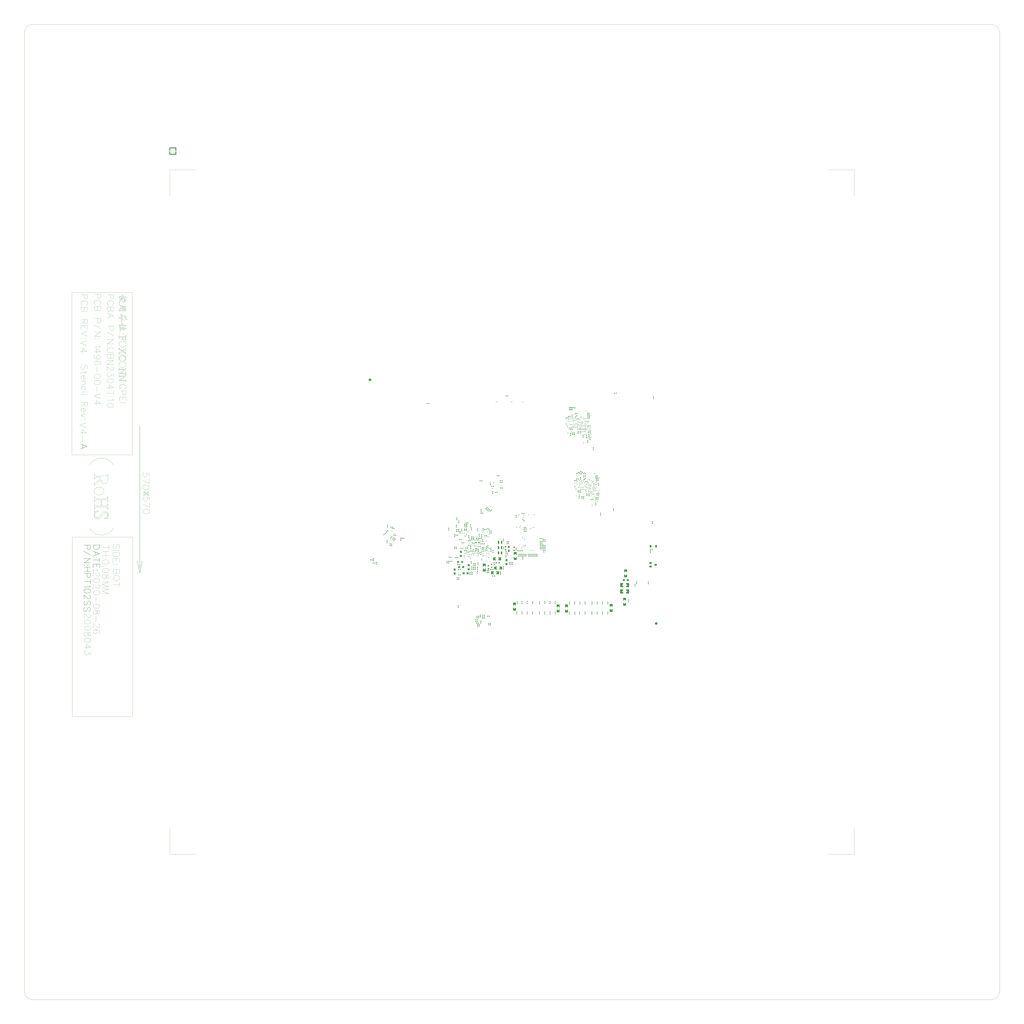
<source format=gbr>
G04 CAM350/DFMSTREAM V12.1 (Build 1022) Date:  Tue Jan 12 10:22:56 2021 *
G04 Database: c:\users\quang\desktop\ubn2304t10-pcb1496-00-v4 bot\ubn2304t00-pcb1496-00-v4 bot.cam *
G04 Layer 15: HPT102SS2008043 *
%FSLAX24Y24*%
%MOIN*%
%SFA1.000B1.000*%

%MIA0B0*%
%IPPOS*%
%AMROUNDED107*
20,1,0.0149610,-0.0104530,0.0000000,0.0104530,0.0000000,0.0000000*
20,1,0.0188980,-0.0084845,0.0000000,0.0084845,0.0000000,0.0000000*
1,1,0.0039370,0.0084840,0.0074800*
1,1,0.0039370,0.0084840,-0.0074800*
1,1,0.0039370,-0.0084840,-0.0074800*
1,1,0.0039370,-0.0084840,0.0074800*
%
%AMROUNDED108*
20,1,0.0169690,-0.0094490,0.0000000,0.0094490,0.0000000,0.0000000*
20,1,0.0209060,-0.0074805,0.0000000,0.0074805,0.0000000,0.0000000*
1,1,0.0039370,0.0074800,0.0084840*
1,1,0.0039370,0.0074800,-0.0084840*
1,1,0.0039370,-0.0074800,-0.0084840*
1,1,0.0039370,-0.0074800,0.0084840*
%
%AMROUNDED109*
20,1,0.0204720,-0.0088585,0.0000000,0.0088585,0.0000000,0.0000000*
20,1,0.0244090,-0.0068900,0.0000000,0.0068900,0.0000000,0.0000000*
1,1,0.0039370,0.0068900,0.0102360*
1,1,0.0039370,0.0068900,-0.0102360*
1,1,0.0039370,-0.0068900,-0.0102360*
1,1,0.0039370,-0.0068900,0.0102360*
%
%AMROUNDED110*
20,1,0.0137800,-0.0122045,0.0000000,0.0122045,0.0000000,0.0000000*
20,1,0.0177170,-0.0102360,0.0000000,0.0102360,0.0000000,0.0000000*
1,1,0.0039370,0.0102360,0.0068900*
1,1,0.0039370,0.0102360,-0.0068900*
1,1,0.0039370,-0.0102360,-0.0068900*
1,1,0.0039370,-0.0102360,0.0068900*
%
%ADD11C,0.06000*%
%ADD506C,0.00000*%
%ADD533R,0.05512X0.03937*%
%ADD825C,0.00118*%
%ADD826C,0.00512*%
%ADD827C,0.00394*%
%ADD829R,0.03937X0.05512*%
%ADD1880ROUNDED107*%
%ADD1881ROUNDED108*%
%ADD1882ROUNDED109*%
%ADD1883ROUNDED110*%
%ADD1884C,0.00039*%
%LNHPT102SS2008043*%
%LPD*%
G36*
X32946Y57905D02*
G01X32926Y57911D01*
X32908Y57924*
X32897Y57943*
X32893Y57964*
X32894Y57975*
X32902Y57995*
X32917Y58011*
X32936Y58021*
X32958Y58023*
X32978Y58017*
X32996Y58004*
X33007Y57985*
X33011Y57964*
X33010Y57953*
X33002Y57933*
X32987Y57917*
X32968Y57907*
X32946Y57905*
G37*
G36*
X33131D02*
G01X33111Y57911D01*
X33093Y57924*
X33082Y57943*
X33078Y57964*
X33079Y57975*
X33087Y57995*
X33102Y58011*
X33121Y58021*
X33143Y58023*
X33163Y58017*
X33181Y58004*
X33192Y57985*
X33196Y57964*
X33195Y57953*
X33187Y57933*
X33172Y57917*
X33153Y57907*
X33131Y57905*
G37*
G36*
X36444Y57887D02*
G01X36424Y57893D01*
X36406Y57906*
X36395Y57925*
X36391Y57946*
X36392Y57957*
X36400Y57977*
X36415Y57993*
X36434Y58003*
X36456Y58005*
X36476Y57999*
X36494Y57986*
X36505Y57967*
X36509Y57946*
X36508Y57935*
X36500Y57915*
X36485Y57899*
X36466Y57889*
X36444Y57887*
G37*
G36*
X36629D02*
G01X36609Y57893D01*
X36591Y57906*
X36580Y57925*
X36576Y57946*
X36577Y57957*
X36585Y57977*
X36600Y57993*
X36619Y58003*
X36641Y58005*
X36661Y57999*
X36679Y57986*
X36690Y57967*
X36694Y57946*
X36693Y57935*
X36685Y57915*
X36670Y57899*
X36651Y57889*
X36629Y57887*
G37*
G36*
X39028Y57847D02*
G01X39008Y57853D01*
X38990Y57866*
X38979Y57885*
X38975Y57906*
X38976Y57917*
X38984Y57937*
X38999Y57953*
X39018Y57963*
X39040Y57965*
X39060Y57959*
X39078Y57946*
X39089Y57927*
X39093Y57906*
X39092Y57895*
X39084Y57875*
X39069Y57859*
X39050Y57849*
X39028Y57847*
G37*
G36*
X39213D02*
G01X39193Y57853D01*
X39175Y57866*
X39164Y57885*
X39160Y57906*
X39161Y57917*
X39169Y57937*
X39184Y57953*
X39203Y57963*
X39225Y57965*
X39245Y57959*
X39263Y57946*
X39274Y57927*
X39278Y57906*
X39277Y57895*
X39269Y57875*
X39254Y57859*
X39235Y57849*
X39213Y57847*
G37*
G36*
X50841Y56263D02*
G01X50821Y56269D01*
X50803Y56282*
X50792Y56301*
X50788Y56322*
X50789Y56333*
X50797Y56353*
X50812Y56369*
X50831Y56379*
X50853Y56381*
X50873Y56375*
X50891Y56362*
X50902Y56343*
X50906Y56322*
X50905Y56311*
X50897Y56291*
X50882Y56275*
X50863Y56265*
X50841Y56263*
G37*
G36*
X51026D02*
G01X51006Y56269D01*
X50988Y56282*
X50977Y56301*
X50973Y56322*
X50974Y56333*
X50982Y56353*
X50997Y56369*
X51016Y56379*
X51038Y56381*
X51058Y56375*
X51076Y56362*
X51087Y56343*
X51091Y56322*
X51090Y56311*
X51082Y56291*
X51067Y56275*
X51048Y56265*
X51026Y56263*
G37*
G36*
X53527Y55783D02*
G01X53507Y55789D01*
X53489Y55802*
X53478Y55821*
X53474Y55842*
X53475Y55853*
X53483Y55873*
X53498Y55889*
X53517Y55899*
X53539Y55901*
X53559Y55895*
X53577Y55882*
X53588Y55863*
X53592Y55842*
X53591Y55831*
X53583Y55811*
X53568Y55795*
X53549Y55785*
X53527Y55783*
G37*
G36*
X53712D02*
G01X53692Y55789D01*
X53674Y55802*
X53663Y55821*
X53659Y55842*
X53660Y55853*
X53668Y55873*
X53683Y55889*
X53702Y55899*
X53724Y55901*
X53744Y55895*
X53762Y55882*
X53773Y55863*
X53777Y55842*
X53776Y55831*
X53768Y55811*
X53753Y55795*
X53734Y55785*
X53712Y55783*
G37*
G36*
X51098Y54928D02*
G01X51078Y54934D01*
X51060Y54947*
X51049Y54966*
X51045Y54987*
X51046Y54998*
X51054Y55018*
X51069Y55034*
X51088Y55044*
X51110Y55046*
X51130Y55040*
X51148Y55027*
X51159Y55008*
X51163Y54987*
X51162Y54976*
X51154Y54956*
X51139Y54940*
X51120Y54930*
X51098Y54928*
G37*
G36*
X51283D02*
G01X51263Y54934D01*
X51245Y54947*
X51234Y54966*
X51230Y54987*
X51231Y54998*
X51239Y55018*
X51254Y55034*
X51273Y55044*
X51295Y55046*
X51315Y55040*
X51333Y55027*
X51344Y55008*
X51348Y54987*
X51347Y54976*
X51339Y54956*
X51324Y54940*
X51305Y54930*
X51283Y54928*
G37*
G36*
X54617Y54823D02*
G01X54597Y54829D01*
X54579Y54842*
X54568Y54861*
X54564Y54882*
X54565Y54893*
X54573Y54913*
X54588Y54929*
X54607Y54939*
X54629Y54941*
X54649Y54935*
X54667Y54922*
X54678Y54903*
X54682Y54882*
X54681Y54871*
X54673Y54851*
X54658Y54835*
X54639Y54825*
X54617Y54823*
G37*
G36*
X54802D02*
G01X54782Y54829D01*
X54764Y54842*
X54753Y54861*
X54749Y54882*
X54750Y54893*
X54758Y54913*
X54773Y54929*
X54792Y54939*
X54814Y54941*
X54834Y54935*
X54852Y54922*
X54863Y54903*
X54867Y54882*
X54866Y54871*
X54858Y54851*
X54843Y54835*
X54824Y54825*
X54802Y54823*
G37*
G36*
X52350Y54452D02*
G01X52330Y54458D01*
X52312Y54471*
X52301Y54490*
X52297Y54511*
X52298Y54522*
X52306Y54542*
X52321Y54558*
X52340Y54568*
X52362Y54570*
X52382Y54564*
X52400Y54551*
X52411Y54532*
X52415Y54511*
X52414Y54500*
X52406Y54480*
X52391Y54464*
X52372Y54454*
X52350Y54452*
G37*
G36*
X52576Y54453D02*
G01X52556Y54459D01*
X52538Y54472*
X52527Y54491*
X52523Y54512*
X52524Y54523*
X52532Y54543*
X52547Y54559*
X52566Y54569*
X52588Y54571*
X52608Y54565*
X52626Y54552*
X52637Y54533*
X52641Y54512*
X52640Y54501*
X52632Y54481*
X52617Y54465*
X52598Y54455*
X52576Y54453*
G37*
G36*
X52350Y54267D02*
G01X52330Y54273D01*
X52312Y54286*
X52301Y54305*
X52297Y54326*
X52298Y54337*
X52306Y54357*
X52321Y54373*
X52340Y54383*
X52362Y54385*
X52382Y54379*
X52400Y54366*
X52411Y54347*
X52415Y54326*
X52414Y54315*
X52406Y54295*
X52391Y54279*
X52372Y54269*
X52350Y54267*
G37*
G36*
X52576Y54268D02*
G01X52556Y54274D01*
X52538Y54287*
X52527Y54306*
X52523Y54327*
X52524Y54338*
X52532Y54358*
X52547Y54374*
X52566Y54384*
X52588Y54386*
X52608Y54380*
X52626Y54367*
X52637Y54348*
X52641Y54327*
X52640Y54316*
X52632Y54296*
X52617Y54280*
X52598Y54270*
X52576Y54268*
G37*
G36*
X50153Y54228D02*
G01X50133Y54234D01*
X50115Y54247*
X50104Y54266*
X50100Y54287*
X50101Y54298*
X50109Y54318*
X50124Y54334*
X50143Y54344*
X50165Y54346*
X50185Y54340*
X50203Y54327*
X50214Y54308*
X50218Y54287*
X50217Y54276*
X50209Y54256*
X50194Y54240*
X50175Y54230*
X50153Y54228*
G37*
G36*
X49686Y54225D02*
G01X49666Y54231D01*
X49648Y54244*
X49637Y54263*
X49633Y54284*
X49634Y54295*
X49642Y54315*
X49657Y54331*
X49676Y54341*
X49698Y54343*
X49718Y54337*
X49736Y54324*
X49747Y54305*
X49751Y54284*
X49750Y54273*
X49742Y54253*
X49727Y54237*
X49708Y54227*
X49686Y54225*
G37*
G36*
X52867Y54165D02*
G01X52847Y54171D01*
X52829Y54184*
X52818Y54203*
X52814Y54224*
X52815Y54235*
X52823Y54255*
X52838Y54271*
X52857Y54281*
X52879Y54283*
X52899Y54277*
X52917Y54264*
X52928Y54245*
X52932Y54224*
X52931Y54213*
X52923Y54193*
X52908Y54177*
X52889Y54167*
X52867Y54165*
G37*
G36*
X53052D02*
G01X53032Y54171D01*
X53014Y54184*
X53003Y54203*
X52999Y54224*
X53000Y54235*
X53008Y54255*
X53023Y54271*
X53042Y54281*
X53064Y54283*
X53084Y54277*
X53102Y54264*
X53113Y54245*
X53117Y54224*
X53116Y54213*
X53108Y54193*
X53093Y54177*
X53074Y54167*
X53052Y54165*
G37*
G36*
X51054Y54071D02*
G01X51034Y54077D01*
X51016Y54090*
X51005Y54109*
X51001Y54130*
X51002Y54141*
X51010Y54161*
X51025Y54177*
X51044Y54187*
X51066Y54189*
X51086Y54183*
X51104Y54170*
X51115Y54151*
X51119Y54130*
X51118Y54119*
X51110Y54099*
X51095Y54083*
X51076Y54073*
X51054Y54071*
G37*
G36*
X51239D02*
G01X51219Y54077D01*
X51201Y54090*
X51190Y54109*
X51186Y54130*
X51187Y54141*
X51195Y54161*
X51210Y54177*
X51229Y54187*
X51251Y54189*
X51271Y54183*
X51289Y54170*
X51300Y54151*
X51304Y54130*
X51303Y54119*
X51295Y54099*
X51280Y54083*
X51261Y54073*
X51239Y54071*
G37*
G36*
X53729Y54062D02*
G01X53709Y54068D01*
X53691Y54081*
X53680Y54100*
X53676Y54121*
X53677Y54132*
X53685Y54152*
X53700Y54168*
X53719Y54178*
X53741Y54180*
X53761Y54174*
X53779Y54161*
X53790Y54142*
X53794Y54121*
X53793Y54110*
X53785Y54090*
X53770Y54074*
X53751Y54064*
X53729Y54062*
G37*
G36*
X50153Y54043D02*
G01X50133Y54049D01*
X50115Y54062*
X50104Y54081*
X50100Y54102*
X50101Y54113*
X50109Y54133*
X50124Y54149*
X50143Y54159*
X50165Y54161*
X50185Y54155*
X50203Y54142*
X50214Y54123*
X50218Y54102*
X50217Y54091*
X50209Y54071*
X50194Y54055*
X50175Y54045*
X50153Y54043*
G37*
G36*
X49686Y54040D02*
G01X49666Y54046D01*
X49648Y54059*
X49637Y54078*
X49633Y54099*
X49634Y54110*
X49642Y54130*
X49657Y54146*
X49676Y54156*
X49698Y54158*
X49718Y54152*
X49736Y54139*
X49747Y54120*
X49751Y54099*
X49750Y54088*
X49742Y54068*
X49727Y54052*
X49708Y54042*
X49686Y54040*
G37*
G36*
X53283Y54016D02*
G01X53263Y54022D01*
X53245Y54035*
X53234Y54054*
X53230Y54075*
X53231Y54086*
X53239Y54106*
X53254Y54122*
X53273Y54132*
X53295Y54134*
X53315Y54128*
X53333Y54115*
X53344Y54096*
X53348Y54075*
X53347Y54064*
X53339Y54044*
X53324Y54028*
X53305Y54018*
X53283Y54016*
G37*
G36*
X53468D02*
G01X53448Y54022D01*
X53430Y54035*
X53419Y54054*
X53415Y54075*
X53416Y54086*
X53424Y54106*
X53439Y54122*
X53458Y54132*
X53480Y54134*
X53500Y54128*
X53518Y54115*
X53529Y54096*
X53533Y54075*
X53532Y54064*
X53524Y54044*
X53509Y54028*
X53490Y54018*
X53468Y54016*
G37*
G36*
X50415Y53949D02*
G01X50395Y53955D01*
X50377Y53968*
X50366Y53987*
X50362Y54008*
X50363Y54019*
X50371Y54039*
X50386Y54055*
X50405Y54065*
X50427Y54067*
X50447Y54061*
X50465Y54048*
X50476Y54029*
X50480Y54008*
X50479Y53997*
X50471Y53977*
X50456Y53961*
X50437Y53951*
X50415Y53949*
G37*
G36*
X50600D02*
G01X50580Y53955D01*
X50562Y53968*
X50551Y53987*
X50547Y54008*
X50548Y54019*
X50556Y54039*
X50571Y54055*
X50590Y54065*
X50612Y54067*
X50632Y54061*
X50650Y54048*
X50661Y54029*
X50665Y54008*
X50664Y53997*
X50656Y53977*
X50641Y53961*
X50622Y53951*
X50600Y53949*
G37*
G36*
X54169Y53938D02*
G01X54149Y53944D01*
X54131Y53957*
X54120Y53976*
X54116Y53997*
X54117Y54008*
X54125Y54028*
X54140Y54044*
X54159Y54054*
X54181Y54056*
X54201Y54050*
X54219Y54037*
X54230Y54018*
X54234Y53997*
X54233Y53986*
X54225Y53966*
X54210Y53950*
X54191Y53940*
X54169Y53938*
G37*
G36*
X54354D02*
G01X54334Y53944D01*
X54316Y53957*
X54305Y53976*
X54301Y53997*
X54302Y54008*
X54310Y54028*
X54325Y54044*
X54344Y54054*
X54366Y54056*
X54386Y54050*
X54404Y54037*
X54415Y54018*
X54419Y53997*
X54418Y53986*
X54410Y53966*
X54395Y53950*
X54376Y53940*
X54354Y53938*
G37*
G36*
X53729Y53877D02*
G01X53709Y53883D01*
X53691Y53896*
X53680Y53915*
X53676Y53936*
X53677Y53947*
X53685Y53967*
X53700Y53983*
X53719Y53993*
X53741Y53995*
X53761Y53989*
X53779Y53976*
X53790Y53957*
X53794Y53936*
X53793Y53925*
X53785Y53905*
X53770Y53889*
X53751Y53879*
X53729Y53877*
G37*
G36*
X49576Y53811D02*
G01X49556Y53817D01*
X49538Y53830*
X49527Y53849*
X49523Y53870*
X49524Y53881*
X49532Y53901*
X49547Y53917*
X49566Y53927*
X49588Y53929*
X49608Y53923*
X49626Y53910*
X49637Y53891*
X49641Y53870*
X49640Y53859*
X49632Y53839*
X49617Y53823*
X49598Y53813*
X49576Y53811*
G37*
G36*
X49761D02*
G01X49741Y53817D01*
X49723Y53830*
X49712Y53849*
X49708Y53870*
X49709Y53881*
X49717Y53901*
X49732Y53917*
X49751Y53927*
X49773Y53929*
X49793Y53923*
X49811Y53910*
X49822Y53891*
X49826Y53870*
X49825Y53859*
X49817Y53839*
X49802Y53823*
X49783Y53813*
X49761Y53811*
G37*
G36*
X53022Y53798D02*
G01X53002Y53804D01*
X52984Y53817*
X52973Y53836*
X52969Y53857*
X52970Y53868*
X52978Y53888*
X52993Y53904*
X53012Y53914*
X53034Y53916*
X53054Y53910*
X53072Y53897*
X53083Y53878*
X53087Y53857*
X53086Y53846*
X53078Y53826*
X53063Y53810*
X53044Y53800*
X53022Y53798*
G37*
G36*
X53207D02*
G01X53187Y53804D01*
X53169Y53817*
X53158Y53836*
X53154Y53857*
X53155Y53868*
X53163Y53888*
X53178Y53904*
X53197Y53914*
X53219Y53916*
X53239Y53910*
X53257Y53897*
X53268Y53878*
X53272Y53857*
X53271Y53846*
X53263Y53826*
X53248Y53810*
X53229Y53800*
X53207Y53798*
G37*
G36*
X49161Y53741D02*
G01X49141Y53747D01*
X49123Y53760*
X49112Y53779*
X49108Y53800*
X49109Y53811*
X49117Y53831*
X49132Y53847*
X49151Y53857*
X49173Y53859*
X49193Y53853*
X49211Y53840*
X49222Y53821*
X49226Y53800*
X49225Y53789*
X49217Y53769*
X49202Y53753*
X49183Y53743*
X49161Y53741*
G37*
G36*
X51301Y53740D02*
G01X51281Y53746D01*
X51263Y53759*
X51252Y53778*
X51248Y53799*
X51249Y53810*
X51257Y53830*
X51272Y53846*
X51291Y53856*
X51313Y53858*
X51333Y53852*
X51351Y53839*
X51362Y53820*
X51366Y53799*
X51365Y53788*
X51357Y53768*
X51342Y53752*
X51323Y53742*
X51301Y53740*
G37*
G36*
X50710Y53724D02*
G01X50690Y53730D01*
X50672Y53743*
X50661Y53762*
X50657Y53783*
X50658Y53794*
X50666Y53814*
X50681Y53830*
X50700Y53840*
X50722Y53842*
X50742Y53836*
X50760Y53823*
X50771Y53804*
X50775Y53783*
X50774Y53772*
X50766Y53752*
X50751Y53736*
X50732Y53726*
X50710Y53724*
G37*
G36*
X50931Y53712D02*
G01X50911Y53718D01*
X50893Y53731*
X50882Y53750*
X50878Y53771*
X50879Y53782*
X50887Y53802*
X50902Y53818*
X50921Y53828*
X50943Y53830*
X50963Y53824*
X50981Y53811*
X50992Y53792*
X50996Y53771*
X50995Y53760*
X50987Y53740*
X50972Y53724*
X50953Y53714*
X50931Y53712*
G37*
G36*
X52119Y53659D02*
G01X52099Y53665D01*
X52081Y53678*
X52070Y53697*
X52066Y53718*
X52067Y53729*
X52075Y53749*
X52090Y53765*
X52109Y53775*
X52131Y53777*
X52151Y53771*
X52169Y53758*
X52180Y53739*
X52184Y53718*
X52183Y53707*
X52175Y53687*
X52160Y53671*
X52141Y53661*
X52119Y53659*
G37*
G36*
X52304D02*
G01X52284Y53665D01*
X52266Y53678*
X52255Y53697*
X52251Y53718*
X52252Y53729*
X52260Y53749*
X52275Y53765*
X52294Y53775*
X52316Y53777*
X52336Y53771*
X52354Y53758*
X52365Y53739*
X52369Y53718*
X52368Y53707*
X52360Y53687*
X52345Y53671*
X52326Y53661*
X52304Y53659*
G37*
G36*
X49161Y53556D02*
G01X49141Y53562D01*
X49123Y53575*
X49112Y53594*
X49108Y53615*
X49109Y53626*
X49117Y53646*
X49132Y53662*
X49151Y53672*
X49173Y53674*
X49193Y53668*
X49211Y53655*
X49222Y53636*
X49226Y53615*
X49225Y53604*
X49217Y53584*
X49202Y53568*
X49183Y53558*
X49161Y53556*
G37*
G36*
X51301Y53555D02*
G01X51281Y53561D01*
X51263Y53574*
X51252Y53593*
X51248Y53614*
X51249Y53625*
X51257Y53645*
X51272Y53661*
X51291Y53671*
X51313Y53673*
X51333Y53667*
X51351Y53654*
X51362Y53635*
X51366Y53614*
X51365Y53603*
X51357Y53583*
X51342Y53567*
X51323Y53557*
X51301Y53555*
G37*
G36*
X50710Y53539D02*
G01X50690Y53545D01*
X50672Y53558*
X50661Y53577*
X50657Y53598*
X50658Y53609*
X50666Y53629*
X50681Y53645*
X50700Y53655*
X50722Y53657*
X50742Y53651*
X50760Y53638*
X50771Y53619*
X50775Y53598*
X50774Y53587*
X50766Y53567*
X50751Y53551*
X50732Y53541*
X50710Y53539*
G37*
G36*
X50931Y53527D02*
G01X50911Y53533D01*
X50893Y53546*
X50882Y53565*
X50878Y53586*
X50879Y53597*
X50887Y53617*
X50902Y53633*
X50921Y53643*
X50943Y53645*
X50963Y53639*
X50981Y53626*
X50992Y53607*
X50996Y53586*
X50995Y53575*
X50987Y53555*
X50972Y53539*
X50953Y53529*
X50931Y53527*
G37*
G36*
X50443Y53503D02*
G01X50423Y53509D01*
X50405Y53522*
X50394Y53541*
X50390Y53562*
X50391Y53573*
X50399Y53593*
X50414Y53609*
X50433Y53619*
X50455Y53621*
X50475Y53615*
X50493Y53602*
X50504Y53583*
X50508Y53562*
X50507Y53551*
X50499Y53531*
X50484Y53515*
X50465Y53505*
X50443Y53503*
G37*
G36*
X54110Y53486D02*
G01X54090Y53492D01*
X54072Y53505*
X54061Y53524*
X54057Y53545*
X54058Y53556*
X54066Y53576*
X54081Y53592*
X54100Y53602*
X54122Y53604*
X54142Y53598*
X54160Y53585*
X54171Y53566*
X54175Y53545*
X54174Y53534*
X54166Y53514*
X54151Y53498*
X54132Y53488*
X54110Y53486*
G37*
G36*
X53411Y53482D02*
G01X53391Y53488D01*
X53373Y53501*
X53362Y53520*
X53358Y53541*
X53359Y53552*
X53367Y53572*
X53382Y53588*
X53401Y53598*
X53423Y53600*
X53443Y53594*
X53461Y53581*
X53472Y53562*
X53476Y53541*
X53475Y53530*
X53467Y53510*
X53452Y53494*
X53433Y53484*
X53411Y53482*
G37*
G36*
X54334Y53477D02*
G01X54314Y53483D01*
X54296Y53496*
X54285Y53515*
X54281Y53536*
X54282Y53547*
X54290Y53567*
X54305Y53583*
X54324Y53593*
X54346Y53595*
X54366Y53589*
X54384Y53576*
X54395Y53557*
X54399Y53536*
X54398Y53525*
X54390Y53505*
X54375Y53489*
X54356Y53479*
X54334Y53477*
G37*
G36*
X51933Y53471D02*
G01X51913Y53477D01*
X51895Y53490*
X51884Y53509*
X51880Y53530*
X51881Y53541*
X51889Y53561*
X51904Y53577*
X51923Y53587*
X51945Y53589*
X51965Y53583*
X51983Y53570*
X51994Y53551*
X51998Y53530*
X51997Y53519*
X51989Y53499*
X51974Y53483*
X51955Y53473*
X51933Y53471*
G37*
G36*
X53662Y53456D02*
G01X53642Y53462D01*
X53624Y53475*
X53613Y53494*
X53609Y53515*
X53610Y53526*
X53618Y53546*
X53633Y53562*
X53652Y53572*
X53674Y53574*
X53694Y53568*
X53712Y53555*
X53723Y53536*
X53727Y53515*
X53726Y53504*
X53718Y53484*
X53703Y53468*
X53684Y53458*
X53662Y53456*
G37*
G36*
X49542Y53348D02*
G01X49522Y53354D01*
X49504Y53367*
X49493Y53386*
X49489Y53407*
X49490Y53418*
X49498Y53438*
X49513Y53454*
X49532Y53464*
X49554Y53466*
X49574Y53460*
X49592Y53447*
X49603Y53428*
X49607Y53407*
X49606Y53396*
X49598Y53376*
X49583Y53360*
X49564Y53350*
X49542Y53348*
G37*
G36*
X49727D02*
G01X49707Y53354D01*
X49689Y53367*
X49678Y53386*
X49674Y53407*
X49675Y53418*
X49683Y53438*
X49698Y53454*
X49717Y53464*
X49739Y53466*
X49759Y53460*
X49777Y53447*
X49788Y53428*
X49792Y53407*
X49791Y53396*
X49783Y53376*
X49768Y53360*
X49749Y53350*
X49727Y53348*
G37*
G36*
X50443Y53318D02*
G01X50423Y53324D01*
X50405Y53337*
X50394Y53356*
X50390Y53377*
X50391Y53388*
X50399Y53408*
X50414Y53424*
X50433Y53434*
X50455Y53436*
X50475Y53430*
X50493Y53417*
X50504Y53398*
X50508Y53377*
X50507Y53366*
X50499Y53346*
X50484Y53330*
X50465Y53320*
X50443Y53318*
G37*
G36*
X54110Y53301D02*
G01X54090Y53307D01*
X54072Y53320*
X54061Y53339*
X54057Y53360*
X54058Y53371*
X54066Y53391*
X54081Y53407*
X54100Y53417*
X54122Y53419*
X54142Y53413*
X54160Y53400*
X54171Y53381*
X54175Y53360*
X54174Y53349*
X54166Y53329*
X54151Y53313*
X54132Y53303*
X54110Y53301*
G37*
G36*
X53411Y53297D02*
G01X53391Y53303D01*
X53373Y53316*
X53362Y53335*
X53358Y53356*
X53359Y53367*
X53367Y53387*
X53382Y53403*
X53401Y53413*
X53423Y53415*
X53443Y53409*
X53461Y53396*
X53472Y53377*
X53476Y53356*
X53475Y53345*
X53467Y53325*
X53452Y53309*
X53433Y53299*
X53411Y53297*
G37*
G36*
X54334Y53292D02*
G01X54314Y53298D01*
X54296Y53311*
X54285Y53330*
X54281Y53351*
X54282Y53362*
X54290Y53382*
X54305Y53398*
X54324Y53408*
X54346Y53410*
X54366Y53404*
X54384Y53391*
X54395Y53372*
X54399Y53351*
X54398Y53340*
X54390Y53320*
X54375Y53304*
X54356Y53294*
X54334Y53292*
G37*
G36*
X51933Y53286D02*
G01X51913Y53292D01*
X51895Y53305*
X51884Y53324*
X51880Y53345*
X51881Y53356*
X51889Y53376*
X51904Y53392*
X51923Y53402*
X51945Y53404*
X51965Y53398*
X51983Y53385*
X51994Y53366*
X51998Y53345*
X51997Y53334*
X51989Y53314*
X51974Y53298*
X51955Y53288*
X51933Y53286*
G37*
G36*
X53882Y53276D02*
G01X53862Y53282D01*
X53844Y53295*
X53833Y53314*
X53829Y53335*
X53830Y53346*
X53838Y53366*
X53853Y53382*
X53872Y53392*
X53894Y53394*
X53914Y53388*
X53932Y53375*
X53943Y53356*
X53947Y53335*
X53946Y53324*
X53938Y53304*
X53923Y53288*
X53904Y53278*
X53882Y53276*
G37*
G36*
X53662Y53271D02*
G01X53642Y53277D01*
X53624Y53290*
X53613Y53309*
X53609Y53330*
X53610Y53341*
X53618Y53361*
X53633Y53377*
X53652Y53387*
X53674Y53389*
X53694Y53383*
X53712Y53370*
X53723Y53351*
X53727Y53330*
X53726Y53319*
X53718Y53299*
X53703Y53283*
X53684Y53273*
X53662Y53271*
G37*
G36*
X52733Y53254D02*
G01X52713Y53260D01*
X52695Y53273*
X52684Y53292*
X52680Y53313*
X52681Y53324*
X52689Y53344*
X52704Y53360*
X52723Y53370*
X52745Y53372*
X52765Y53366*
X52783Y53353*
X52794Y53334*
X52798Y53313*
X52797Y53302*
X52789Y53282*
X52774Y53266*
X52755Y53256*
X52733Y53254*
G37*
G36*
X52918D02*
G01X52898Y53260D01*
X52880Y53273*
X52869Y53292*
X52865Y53313*
X52866Y53324*
X52874Y53344*
X52889Y53360*
X52908Y53370*
X52930Y53372*
X52950Y53366*
X52968Y53353*
X52979Y53334*
X52983Y53313*
X52982Y53302*
X52974Y53282*
X52959Y53266*
X52940Y53256*
X52918Y53254*
G37*
G36*
X52465Y53233D02*
G01X52445Y53239D01*
X52427Y53252*
X52416Y53271*
X52412Y53292*
X52413Y53303*
X52421Y53323*
X52436Y53339*
X52455Y53349*
X52477Y53351*
X52497Y53345*
X52515Y53332*
X52526Y53313*
X52530Y53292*
X52529Y53281*
X52521Y53261*
X52506Y53245*
X52487Y53235*
X52465Y53233*
G37*
G36*
X52223Y53230D02*
G01X52203Y53236D01*
X52185Y53249*
X52174Y53268*
X52170Y53289*
X52171Y53300*
X52179Y53320*
X52194Y53336*
X52213Y53346*
X52235Y53348*
X52255Y53342*
X52273Y53329*
X52284Y53310*
X52288Y53289*
X52287Y53278*
X52279Y53258*
X52264Y53242*
X52245Y53232*
X52223Y53230*
G37*
G36*
X51701Y53225D02*
G01X51681Y53231D01*
X51663Y53244*
X51652Y53263*
X51648Y53284*
X51649Y53295*
X51657Y53315*
X51672Y53331*
X51691Y53341*
X51713Y53343*
X51733Y53337*
X51751Y53324*
X51762Y53305*
X51766Y53284*
X51765Y53273*
X51757Y53253*
X51742Y53237*
X51723Y53227*
X51701Y53225*
G37*
G36*
X52465Y53048D02*
G01X52445Y53054D01*
X52427Y53067*
X52416Y53086*
X52412Y53107*
X52413Y53118*
X52421Y53138*
X52436Y53154*
X52455Y53164*
X52477Y53166*
X52497Y53160*
X52515Y53147*
X52526Y53128*
X52530Y53107*
X52529Y53096*
X52521Y53076*
X52506Y53060*
X52487Y53050*
X52465Y53048*
G37*
G36*
X52223Y53045D02*
G01X52203Y53051D01*
X52185Y53064*
X52174Y53083*
X52170Y53104*
X52171Y53115*
X52179Y53135*
X52194Y53151*
X52213Y53161*
X52235Y53163*
X52255Y53157*
X52273Y53144*
X52284Y53125*
X52288Y53104*
X52287Y53093*
X52279Y53073*
X52264Y53057*
X52245Y53047*
X52223Y53045*
G37*
G36*
X51701Y53040D02*
G01X51681Y53046D01*
X51663Y53059*
X51652Y53078*
X51648Y53099*
X51649Y53110*
X51657Y53130*
X51672Y53146*
X51691Y53156*
X51713Y53158*
X51733Y53152*
X51751Y53139*
X51762Y53120*
X51766Y53099*
X51765Y53088*
X51757Y53068*
X51742Y53052*
X51723Y53042*
X51701Y53040*
G37*
G36*
X52733Y53039D02*
G01X52713Y53045D01*
X52695Y53058*
X52684Y53077*
X52680Y53098*
X52681Y53109*
X52689Y53129*
X52704Y53145*
X52723Y53155*
X52745Y53157*
X52765Y53151*
X52783Y53138*
X52794Y53119*
X52798Y53098*
X52797Y53087*
X52789Y53067*
X52774Y53051*
X52755Y53041*
X52733Y53039*
G37*
G36*
X52918D02*
G01X52898Y53045D01*
X52880Y53058*
X52869Y53077*
X52865Y53098*
X52866Y53109*
X52874Y53129*
X52889Y53145*
X52908Y53155*
X52930Y53157*
X52950Y53151*
X52968Y53138*
X52979Y53119*
X52983Y53098*
X52982Y53087*
X52974Y53067*
X52959Y53051*
X52940Y53041*
X52918Y53039*
G37*
G36*
X53855Y53030D02*
G01X53835Y53036D01*
X53817Y53049*
X53806Y53068*
X53802Y53089*
X53803Y53100*
X53811Y53120*
X53826Y53136*
X53845Y53146*
X53867Y53148*
X53887Y53142*
X53905Y53129*
X53916Y53110*
X53920Y53089*
X53919Y53078*
X53911Y53058*
X53896Y53042*
X53877Y53032*
X53855Y53030*
G37*
G36*
X54040D02*
G01X54020Y53036D01*
X54002Y53049*
X53991Y53068*
X53987Y53089*
X53988Y53100*
X53996Y53120*
X54011Y53136*
X54030Y53146*
X54052Y53148*
X54072Y53142*
X54090Y53129*
X54101Y53110*
X54105Y53089*
X54104Y53078*
X54096Y53058*
X54081Y53042*
X54062Y53032*
X54040Y53030*
G37*
G36*
X53369Y52923D02*
G01X53349Y52929D01*
X53331Y52942*
X53320Y52961*
X53316Y52982*
X53317Y52993*
X53325Y53013*
X53340Y53029*
X53359Y53039*
X53381Y53041*
X53401Y53035*
X53419Y53022*
X53430Y53003*
X53434Y52982*
X53433Y52971*
X53425Y52951*
X53410Y52935*
X53391Y52925*
X53369Y52923*
G37*
G36*
X53554D02*
G01X53534Y52929D01*
X53516Y52942*
X53505Y52961*
X53501Y52982*
X53502Y52993*
X53510Y53013*
X53525Y53029*
X53544Y53039*
X53566Y53041*
X53586Y53035*
X53604Y53022*
X53615Y53003*
X53619Y52982*
X53618Y52971*
X53610Y52951*
X53595Y52935*
X53576Y52925*
X53554Y52923*
G37*
G36*
X49031Y52911D02*
G01X49011Y52917D01*
X48993Y52930*
X48982Y52949*
X48978Y52970*
X48979Y52981*
X48987Y53001*
X49002Y53017*
X49021Y53027*
X49043Y53029*
X49063Y53023*
X49081Y53010*
X49092Y52991*
X49096Y52970*
X49095Y52959*
X49087Y52939*
X49072Y52923*
X49053Y52913*
X49031Y52911*
G37*
G36*
X49216D02*
G01X49196Y52917D01*
X49178Y52930*
X49167Y52949*
X49163Y52970*
X49164Y52981*
X49172Y53001*
X49187Y53017*
X49206Y53027*
X49228Y53029*
X49248Y53023*
X49266Y53010*
X49277Y52991*
X49281Y52970*
X49280Y52959*
X49272Y52939*
X49257Y52923*
X49238Y52913*
X49216Y52911*
G37*
G36*
X51292Y52802D02*
G01X51272Y52808D01*
X51254Y52821*
X51243Y52840*
X51239Y52861*
X51240Y52872*
X51248Y52892*
X51263Y52908*
X51282Y52918*
X51304Y52920*
X51324Y52914*
X51342Y52901*
X51353Y52882*
X51357Y52861*
X51356Y52850*
X51348Y52830*
X51333Y52814*
X51314Y52804*
X51292Y52802*
G37*
G36*
X51477D02*
G01X51457Y52808D01*
X51439Y52821*
X51428Y52840*
X51424Y52861*
X51425Y52872*
X51433Y52892*
X51448Y52908*
X51467Y52918*
X51489Y52920*
X51509Y52914*
X51527Y52901*
X51538Y52882*
X51542Y52861*
X51541Y52850*
X51533Y52830*
X51518Y52814*
X51499Y52804*
X51477Y52802*
G37*
G36*
X52607Y52801D02*
G01X52587Y52807D01*
X52569Y52820*
X52558Y52839*
X52554Y52860*
X52555Y52871*
X52563Y52891*
X52578Y52907*
X52597Y52917*
X52619Y52919*
X52639Y52913*
X52657Y52900*
X52668Y52881*
X52672Y52860*
X52671Y52849*
X52663Y52829*
X52648Y52813*
X52629Y52803*
X52607Y52801*
G37*
G36*
X52792D02*
G01X52772Y52807D01*
X52754Y52820*
X52743Y52839*
X52739Y52860*
X52740Y52871*
X52748Y52891*
X52763Y52907*
X52782Y52917*
X52804Y52919*
X52824Y52913*
X52842Y52900*
X52853Y52881*
X52857Y52860*
X52856Y52849*
X52848Y52829*
X52833Y52813*
X52814Y52803*
X52792Y52801*
G37*
G36*
X52376Y52741D02*
G01X52356Y52747D01*
X52338Y52760*
X52327Y52779*
X52323Y52800*
X52324Y52811*
X52332Y52831*
X52347Y52847*
X52366Y52857*
X52388Y52859*
X52408Y52853*
X52426Y52840*
X52437Y52821*
X52441Y52800*
X52440Y52789*
X52432Y52769*
X52417Y52753*
X52398Y52743*
X52376Y52741*
G37*
G36*
X49933Y52728D02*
G01X49913Y52734D01*
X49895Y52747*
X49884Y52766*
X49880Y52787*
X49881Y52798*
X49889Y52818*
X49904Y52834*
X49923Y52844*
X49945Y52846*
X49965Y52840*
X49983Y52827*
X49994Y52808*
X49998Y52787*
X49997Y52776*
X49989Y52756*
X49974Y52740*
X49955Y52730*
X49933Y52728*
G37*
G36*
X50179Y52717D02*
G01X50159Y52723D01*
X50141Y52736*
X50130Y52755*
X50126Y52776*
X50127Y52787*
X50135Y52807*
X50150Y52823*
X50169Y52833*
X50191Y52835*
X50211Y52829*
X50229Y52816*
X50240Y52797*
X50244Y52776*
X50243Y52765*
X50235Y52745*
X50220Y52729*
X50201Y52719*
X50179Y52717*
G37*
G36*
X50449Y52704D02*
G01X50429Y52710D01*
X50411Y52723*
X50400Y52742*
X50396Y52763*
X50397Y52774*
X50405Y52794*
X50420Y52810*
X50439Y52820*
X50461Y52822*
X50481Y52816*
X50499Y52803*
X50510Y52784*
X50514Y52763*
X50513Y52752*
X50505Y52732*
X50490Y52716*
X50471Y52706*
X50449Y52704*
G37*
G36*
X51949Y52703D02*
G01X51929Y52709D01*
X51911Y52722*
X51900Y52741*
X51896Y52762*
X51897Y52773*
X51905Y52793*
X51920Y52809*
X51939Y52819*
X51961Y52821*
X51981Y52815*
X51999Y52802*
X52010Y52783*
X52014Y52762*
X52013Y52751*
X52005Y52731*
X51990Y52715*
X51971Y52705*
X51949Y52703*
G37*
G36*
X51701Y52697D02*
G01X51681Y52703D01*
X51663Y52716*
X51652Y52735*
X51648Y52756*
X51649Y52767*
X51657Y52787*
X51672Y52803*
X51691Y52813*
X51713Y52815*
X51733Y52809*
X51751Y52796*
X51762Y52777*
X51766Y52756*
X51765Y52745*
X51757Y52725*
X51742Y52709*
X51723Y52699*
X51701Y52697*
G37*
G36*
X50750Y52687D02*
G01X50730Y52693D01*
X50712Y52706*
X50701Y52725*
X50697Y52746*
X50698Y52757*
X50706Y52777*
X50721Y52793*
X50740Y52803*
X50762Y52805*
X50782Y52799*
X50800Y52786*
X50811Y52767*
X50815Y52746*
X50814Y52735*
X50806Y52715*
X50791Y52699*
X50772Y52689*
X50750Y52687*
G37*
G36*
X49035Y52635D02*
G01X49015Y52641D01*
X48997Y52654*
X48986Y52673*
X48982Y52694*
X48983Y52705*
X48991Y52725*
X49006Y52741*
X49025Y52751*
X49047Y52753*
X49067Y52747*
X49085Y52734*
X49096Y52715*
X49100Y52694*
X49099Y52683*
X49091Y52663*
X49076Y52647*
X49057Y52637*
X49035Y52635*
G37*
G36*
X49220D02*
G01X49200Y52641D01*
X49182Y52654*
X49171Y52673*
X49167Y52694*
X49168Y52705*
X49176Y52725*
X49191Y52741*
X49210Y52751*
X49232Y52753*
X49252Y52747*
X49270Y52734*
X49281Y52715*
X49285Y52694*
X49284Y52683*
X49276Y52663*
X49261Y52647*
X49242Y52637*
X49220Y52635*
G37*
G36*
X51073Y52628D02*
G01X51053Y52634D01*
X51035Y52647*
X51024Y52666*
X51020Y52687*
X51021Y52698*
X51029Y52718*
X51044Y52734*
X51063Y52744*
X51085Y52746*
X51105Y52740*
X51123Y52727*
X51134Y52708*
X51138Y52687*
X51137Y52676*
X51129Y52656*
X51114Y52640*
X51095Y52630*
X51073Y52628*
G37*
G36*
X53581Y52627D02*
G01X53561Y52633D01*
X53543Y52646*
X53532Y52665*
X53528Y52686*
X53529Y52697*
X53537Y52717*
X53552Y52733*
X53571Y52743*
X53593Y52745*
X53613Y52739*
X53631Y52726*
X53642Y52707*
X53646Y52686*
X53645Y52675*
X53637Y52655*
X53622Y52639*
X53603Y52629*
X53581Y52627*
G37*
G36*
X53363Y52571D02*
G01X53343Y52577D01*
X53325Y52590*
X53314Y52609*
X53310Y52630*
X53311Y52641*
X53319Y52661*
X53334Y52677*
X53353Y52687*
X53375Y52689*
X53395Y52683*
X53413Y52670*
X53424Y52651*
X53428Y52630*
X53427Y52619*
X53419Y52599*
X53404Y52583*
X53385Y52573*
X53363Y52571*
G37*
G36*
X52376Y52556D02*
G01X52356Y52562D01*
X52338Y52575*
X52327Y52594*
X52323Y52615*
X52324Y52626*
X52332Y52646*
X52347Y52662*
X52366Y52672*
X52388Y52674*
X52408Y52668*
X52426Y52655*
X52437Y52636*
X52441Y52615*
X52440Y52604*
X52432Y52584*
X52417Y52568*
X52398Y52558*
X52376Y52556*
G37*
G36*
X49933Y52543D02*
G01X49913Y52549D01*
X49895Y52562*
X49884Y52581*
X49880Y52602*
X49881Y52613*
X49889Y52633*
X49904Y52649*
X49923Y52659*
X49945Y52661*
X49965Y52655*
X49983Y52642*
X49994Y52623*
X49998Y52602*
X49997Y52591*
X49989Y52571*
X49974Y52555*
X49955Y52545*
X49933Y52543*
G37*
G36*
X50179Y52532D02*
G01X50159Y52538D01*
X50141Y52551*
X50130Y52570*
X50126Y52591*
X50127Y52602*
X50135Y52622*
X50150Y52638*
X50169Y52648*
X50191Y52650*
X50211Y52644*
X50229Y52631*
X50240Y52612*
X50244Y52591*
X50243Y52580*
X50235Y52560*
X50220Y52544*
X50201Y52534*
X50179Y52532*
G37*
G36*
X50449Y52519D02*
G01X50429Y52525D01*
X50411Y52538*
X50400Y52557*
X50396Y52578*
X50397Y52589*
X50405Y52609*
X50420Y52625*
X50439Y52635*
X50461Y52637*
X50481Y52631*
X50499Y52618*
X50510Y52599*
X50514Y52578*
X50513Y52567*
X50505Y52547*
X50490Y52531*
X50471Y52521*
X50449Y52519*
G37*
G36*
X51949Y52518D02*
G01X51929Y52524D01*
X51911Y52537*
X51900Y52556*
X51896Y52577*
X51897Y52588*
X51905Y52608*
X51920Y52624*
X51939Y52634*
X51961Y52636*
X51981Y52630*
X51999Y52617*
X52010Y52598*
X52014Y52577*
X52013Y52566*
X52005Y52546*
X51990Y52530*
X51971Y52520*
X51949Y52518*
G37*
G36*
X51701Y52512D02*
G01X51681Y52518D01*
X51663Y52531*
X51652Y52550*
X51648Y52571*
X51649Y52582*
X51657Y52602*
X51672Y52618*
X51691Y52628*
X51713Y52630*
X51733Y52624*
X51751Y52611*
X51762Y52592*
X51766Y52571*
X51765Y52560*
X51757Y52540*
X51742Y52524*
X51723Y52514*
X51701Y52512*
G37*
G36*
X52585D02*
G01X52565Y52518D01*
X52547Y52531*
X52536Y52550*
X52532Y52571*
X52533Y52582*
X52541Y52602*
X52556Y52618*
X52575Y52628*
X52597Y52630*
X52617Y52624*
X52635Y52611*
X52646Y52592*
X52650Y52571*
X52649Y52560*
X52641Y52540*
X52626Y52524*
X52607Y52514*
X52585Y52512*
G37*
G36*
X53806Y52504D02*
G01X53786Y52510D01*
X53768Y52523*
X53757Y52542*
X53753Y52563*
X53754Y52574*
X53762Y52594*
X53777Y52610*
X53796Y52620*
X53818Y52622*
X53838Y52616*
X53856Y52603*
X53867Y52584*
X53871Y52563*
X53870Y52552*
X53862Y52532*
X53847Y52516*
X53828Y52506*
X53806Y52504*
G37*
G36*
X50750Y52502D02*
G01X50730Y52508D01*
X50712Y52521*
X50701Y52540*
X50697Y52561*
X50698Y52572*
X50706Y52592*
X50721Y52608*
X50740Y52618*
X50762Y52620*
X50782Y52614*
X50800Y52601*
X50811Y52582*
X50815Y52561*
X50814Y52550*
X50806Y52530*
X50791Y52514*
X50772Y52504*
X50750Y52502*
G37*
G36*
X53141Y52498D02*
G01X53121Y52504D01*
X53103Y52517*
X53092Y52536*
X53088Y52557*
X53089Y52568*
X53097Y52588*
X53112Y52604*
X53131Y52614*
X53153Y52616*
X53173Y52610*
X53191Y52597*
X53202Y52578*
X53206Y52557*
X53205Y52546*
X53197Y52526*
X53182Y52510*
X53163Y52500*
X53141Y52498*
G37*
G36*
X52167Y52462D02*
G01X52147Y52468D01*
X52129Y52481*
X52118Y52500*
X52114Y52521*
X52115Y52532*
X52123Y52552*
X52138Y52568*
X52157Y52578*
X52179Y52580*
X52199Y52574*
X52217Y52561*
X52228Y52542*
X52232Y52521*
X52231Y52510*
X52223Y52490*
X52208Y52474*
X52189Y52464*
X52167Y52462*
G37*
G36*
X51073Y52443D02*
G01X51053Y52449D01*
X51035Y52462*
X51024Y52481*
X51020Y52502*
X51021Y52513*
X51029Y52533*
X51044Y52549*
X51063Y52559*
X51085Y52561*
X51105Y52555*
X51123Y52542*
X51134Y52523*
X51138Y52502*
X51137Y52491*
X51129Y52471*
X51114Y52455*
X51095Y52445*
X51073Y52443*
G37*
G36*
X53581Y52442D02*
G01X53561Y52448D01*
X53543Y52461*
X53532Y52480*
X53528Y52501*
X53529Y52512*
X53537Y52532*
X53552Y52548*
X53571Y52558*
X53593Y52560*
X53613Y52554*
X53631Y52541*
X53642Y52522*
X53646Y52501*
X53645Y52490*
X53637Y52470*
X53622Y52454*
X53603Y52444*
X53581Y52442*
G37*
G36*
X52805Y52419D02*
G01X52785Y52425D01*
X52767Y52438*
X52756Y52457*
X52752Y52478*
X52753Y52489*
X52761Y52509*
X52776Y52525*
X52795Y52535*
X52817Y52537*
X52837Y52531*
X52855Y52518*
X52866Y52499*
X52870Y52478*
X52869Y52467*
X52861Y52447*
X52846Y52431*
X52827Y52421*
X52805Y52419*
G37*
G36*
X53363Y52386D02*
G01X53343Y52392D01*
X53325Y52405*
X53314Y52424*
X53310Y52445*
X53311Y52456*
X53319Y52476*
X53334Y52492*
X53353Y52502*
X53375Y52504*
X53395Y52498*
X53413Y52485*
X53424Y52466*
X53428Y52445*
X53427Y52434*
X53419Y52414*
X53404Y52398*
X53385Y52388*
X53363Y52386*
G37*
G36*
X49323Y52378D02*
G01X49303Y52384D01*
X49285Y52397*
X49274Y52416*
X49270Y52437*
X49271Y52448*
X49279Y52468*
X49294Y52484*
X49313Y52494*
X49335Y52496*
X49355Y52490*
X49373Y52477*
X49384Y52458*
X49388Y52437*
X49387Y52426*
X49379Y52406*
X49364Y52390*
X49345Y52380*
X49323Y52378*
G37*
G36*
X49508D02*
G01X49488Y52384D01*
X49470Y52397*
X49459Y52416*
X49455Y52437*
X49456Y52448*
X49464Y52468*
X49479Y52484*
X49498Y52494*
X49520Y52496*
X49540Y52490*
X49558Y52477*
X49569Y52458*
X49573Y52437*
X49572Y52426*
X49564Y52406*
X49549Y52390*
X49530Y52380*
X49508Y52378*
G37*
G36*
X52585Y52327D02*
G01X52565Y52333D01*
X52547Y52346*
X52536Y52365*
X52532Y52386*
X52533Y52397*
X52541Y52417*
X52556Y52433*
X52575Y52443*
X52597Y52445*
X52617Y52439*
X52635Y52426*
X52646Y52407*
X52650Y52386*
X52649Y52375*
X52641Y52355*
X52626Y52339*
X52607Y52329*
X52585Y52327*
G37*
G36*
X53806Y52319D02*
G01X53786Y52325D01*
X53768Y52338*
X53757Y52357*
X53753Y52378*
X53754Y52389*
X53762Y52409*
X53777Y52425*
X53796Y52435*
X53818Y52437*
X53838Y52431*
X53856Y52418*
X53867Y52399*
X53871Y52378*
X53870Y52367*
X53862Y52347*
X53847Y52331*
X53828Y52321*
X53806Y52319*
G37*
G36*
X53141Y52313D02*
G01X53121Y52319D01*
X53103Y52332*
X53092Y52351*
X53088Y52372*
X53089Y52383*
X53097Y52403*
X53112Y52419*
X53131Y52429*
X53153Y52431*
X53173Y52425*
X53191Y52412*
X53202Y52393*
X53206Y52372*
X53205Y52361*
X53197Y52341*
X53182Y52325*
X53163Y52315*
X53141Y52313*
G37*
G36*
X52167Y52277D02*
G01X52147Y52283D01*
X52129Y52296*
X52118Y52315*
X52114Y52336*
X52115Y52347*
X52123Y52367*
X52138Y52383*
X52157Y52393*
X52179Y52395*
X52199Y52389*
X52217Y52376*
X52228Y52357*
X52232Y52336*
X52231Y52325*
X52223Y52305*
X52208Y52289*
X52189Y52279*
X52167Y52277*
G37*
G36*
X52805Y52234D02*
G01X52785Y52240D01*
X52767Y52253*
X52756Y52272*
X52752Y52293*
X52753Y52304*
X52761Y52324*
X52776Y52340*
X52795Y52350*
X52817Y52352*
X52837Y52346*
X52855Y52333*
X52866Y52314*
X52870Y52293*
X52869Y52282*
X52861Y52262*
X52846Y52246*
X52827Y52236*
X52805Y52234*
G37*
G36*
X50742Y52194D02*
G01X50722Y52200D01*
X50704Y52213*
X50693Y52232*
X50689Y52253*
X50690Y52264*
X50698Y52284*
X50713Y52300*
X50732Y52310*
X50754Y52312*
X50774Y52306*
X50792Y52293*
X50803Y52274*
X50807Y52253*
X50806Y52242*
X50798Y52222*
X50783Y52206*
X50764Y52196*
X50742Y52194*
G37*
G36*
X50939Y52172D02*
G01X50919Y52178D01*
X50901Y52191*
X50890Y52210*
X50886Y52231*
X50887Y52242*
X50895Y52262*
X50910Y52278*
X50929Y52288*
X50951Y52290*
X50971Y52284*
X50989Y52271*
X51000Y52252*
X51004Y52231*
X51003Y52220*
X50995Y52200*
X50980Y52184*
X50961Y52174*
X50939Y52172*
G37*
G36*
X51225Y52137D02*
G01X51205Y52143D01*
X51187Y52156*
X51176Y52175*
X51172Y52196*
X51173Y52207*
X51181Y52227*
X51196Y52243*
X51215Y52253*
X51237Y52255*
X51257Y52249*
X51275Y52236*
X51286Y52217*
X51290Y52196*
X51289Y52185*
X51281Y52165*
X51266Y52149*
X51247Y52139*
X51225Y52137*
G37*
G36*
X53426Y52116D02*
G01X53406Y52122D01*
X53388Y52135*
X53377Y52154*
X53373Y52175*
X53374Y52186*
X53382Y52206*
X53397Y52222*
X53416Y52232*
X53438Y52234*
X53458Y52228*
X53476Y52215*
X53487Y52196*
X53491Y52175*
X53490Y52164*
X53482Y52144*
X53467Y52128*
X53448Y52118*
X53426Y52116*
G37*
G36*
X53611D02*
G01X53591Y52122D01*
X53573Y52135*
X53562Y52154*
X53558Y52175*
X53559Y52186*
X53567Y52206*
X53582Y52222*
X53601Y52232*
X53623Y52234*
X53643Y52228*
X53661Y52215*
X53672Y52196*
X53676Y52175*
X53675Y52164*
X53667Y52144*
X53652Y52128*
X53633Y52118*
X53611Y52116*
G37*
G36*
X52392Y52073D02*
G01X52372Y52079D01*
X52354Y52092*
X52343Y52111*
X52339Y52132*
X52340Y52143*
X52348Y52163*
X52363Y52179*
X52382Y52189*
X52404Y52191*
X52424Y52185*
X52442Y52172*
X52453Y52153*
X52457Y52132*
X52456Y52121*
X52448Y52101*
X52433Y52085*
X52414Y52075*
X52392Y52073*
G37*
G36*
X52577D02*
G01X52557Y52079D01*
X52539Y52092*
X52528Y52111*
X52524Y52132*
X52525Y52143*
X52533Y52163*
X52548Y52179*
X52567Y52189*
X52589Y52191*
X52609Y52185*
X52627Y52172*
X52638Y52153*
X52642Y52132*
X52641Y52121*
X52633Y52101*
X52618Y52085*
X52599Y52075*
X52577Y52073*
G37*
G36*
X53945Y52048D02*
G01X53925Y52054D01*
X53907Y52067*
X53896Y52086*
X53892Y52107*
X53893Y52118*
X53901Y52138*
X53916Y52154*
X53935Y52164*
X53957Y52166*
X53977Y52160*
X53995Y52147*
X54006Y52128*
X54010Y52107*
X54009Y52096*
X54001Y52076*
X53986Y52060*
X53967Y52050*
X53945Y52048*
G37*
G36*
X54130D02*
G01X54110Y52054D01*
X54092Y52067*
X54081Y52086*
X54077Y52107*
X54078Y52118*
X54086Y52138*
X54101Y52154*
X54120Y52164*
X54142Y52166*
X54162Y52160*
X54180Y52147*
X54191Y52128*
X54195Y52107*
X54194Y52096*
X54186Y52076*
X54171Y52060*
X54152Y52050*
X54130Y52048*
G37*
G36*
X50742Y52009D02*
G01X50722Y52015D01*
X50704Y52028*
X50693Y52047*
X50689Y52068*
X50690Y52079*
X50698Y52099*
X50713Y52115*
X50732Y52125*
X50754Y52127*
X50774Y52121*
X50792Y52108*
X50803Y52089*
X50807Y52068*
X50806Y52057*
X50798Y52037*
X50783Y52021*
X50764Y52011*
X50742Y52009*
G37*
G36*
X51528Y51998D02*
G01X51508Y52004D01*
X51490Y52017*
X51479Y52036*
X51475Y52057*
X51476Y52068*
X51484Y52088*
X51499Y52104*
X51518Y52114*
X51540Y52116*
X51560Y52110*
X51578Y52097*
X51589Y52078*
X51593Y52057*
X51592Y52046*
X51584Y52026*
X51569Y52010*
X51550Y52000*
X51528Y51998*
G37*
G36*
X51713D02*
G01X51693Y52004D01*
X51675Y52017*
X51664Y52036*
X51660Y52057*
X51661Y52068*
X51669Y52088*
X51684Y52104*
X51703Y52114*
X51725Y52116*
X51745Y52110*
X51763Y52097*
X51774Y52078*
X51778Y52057*
X51777Y52046*
X51769Y52026*
X51754Y52010*
X51735Y52000*
X51713Y51998*
G37*
G36*
X50939Y51987D02*
G01X50919Y51993D01*
X50901Y52006*
X50890Y52025*
X50886Y52046*
X50887Y52057*
X50895Y52077*
X50910Y52093*
X50929Y52103*
X50951Y52105*
X50971Y52099*
X50989Y52086*
X51000Y52067*
X51004Y52046*
X51003Y52035*
X50995Y52015*
X50980Y51999*
X50961Y51989*
X50939Y51987*
G37*
G36*
X54584Y51978D02*
G01X54564Y51984D01*
X54546Y51997*
X54535Y52016*
X54531Y52037*
X54532Y52048*
X54540Y52068*
X54555Y52084*
X54574Y52094*
X54596Y52096*
X54616Y52090*
X54634Y52077*
X54645Y52058*
X54649Y52037*
X54648Y52026*
X54640Y52006*
X54625Y51990*
X54606Y51980*
X54584Y51978*
G37*
G36*
X51225Y51952D02*
G01X51205Y51958D01*
X51187Y51971*
X51176Y51990*
X51172Y52011*
X51173Y52022*
X51181Y52042*
X51196Y52058*
X51215Y52068*
X51237Y52070*
X51257Y52064*
X51275Y52051*
X51286Y52032*
X51290Y52011*
X51289Y52000*
X51281Y51980*
X51266Y51964*
X51247Y51954*
X51225Y51952*
G37*
G36*
X53368Y51866D02*
G01X53348Y51872D01*
X53330Y51885*
X53319Y51904*
X53315Y51925*
X53316Y51936*
X53324Y51956*
X53339Y51972*
X53358Y51982*
X53380Y51984*
X53400Y51978*
X53418Y51965*
X53429Y51946*
X53433Y51925*
X53432Y51914*
X53424Y51894*
X53409Y51878*
X53390Y51868*
X53368Y51866*
G37*
G36*
X53553D02*
G01X53533Y51872D01*
X53515Y51885*
X53504Y51904*
X53500Y51925*
X53501Y51936*
X53509Y51956*
X53524Y51972*
X53543Y51982*
X53565Y51984*
X53585Y51978*
X53603Y51965*
X53614Y51946*
X53618Y51925*
X53617Y51914*
X53609Y51894*
X53594Y51878*
X53575Y51868*
X53553Y51866*
G37*
G36*
X52137Y51855D02*
G01X52117Y51861D01*
X52099Y51874*
X52088Y51893*
X52084Y51914*
X52085Y51925*
X52093Y51945*
X52108Y51961*
X52127Y51971*
X52149Y51973*
X52169Y51967*
X52187Y51954*
X52198Y51935*
X52202Y51914*
X52201Y51903*
X52193Y51883*
X52178Y51867*
X52159Y51857*
X52137Y51855*
G37*
G36*
X52322D02*
G01X52302Y51861D01*
X52284Y51874*
X52273Y51893*
X52269Y51914*
X52270Y51925*
X52278Y51945*
X52293Y51961*
X52312Y51971*
X52334Y51973*
X52354Y51967*
X52372Y51954*
X52383Y51935*
X52387Y51914*
X52386Y51903*
X52378Y51883*
X52363Y51867*
X52344Y51857*
X52322Y51855*
G37*
G36*
X53945Y51824D02*
G01X53925Y51830D01*
X53907Y51843*
X53896Y51862*
X53892Y51883*
X53893Y51894*
X53901Y51914*
X53916Y51930*
X53935Y51940*
X53957Y51942*
X53977Y51936*
X53995Y51923*
X54006Y51904*
X54010Y51883*
X54009Y51872*
X54001Y51852*
X53986Y51836*
X53967Y51826*
X53945Y51824*
G37*
G36*
X54130D02*
G01X54110Y51830D01*
X54092Y51843*
X54081Y51862*
X54077Y51883*
X54078Y51894*
X54086Y51914*
X54101Y51930*
X54120Y51940*
X54142Y51942*
X54162Y51936*
X54180Y51923*
X54191Y51904*
X54195Y51883*
X54194Y51872*
X54186Y51852*
X54171Y51836*
X54152Y51826*
X54130Y51824*
G37*
G36*
X49729Y51816D02*
G01X49709Y51822D01*
X49691Y51835*
X49680Y51854*
X49676Y51875*
X49677Y51886*
X49685Y51906*
X49700Y51922*
X49719Y51932*
X49741Y51934*
X49761Y51928*
X49779Y51915*
X49790Y51896*
X49794Y51875*
X49793Y51864*
X49785Y51844*
X49770Y51828*
X49751Y51818*
X49729Y51816*
G37*
G36*
X54584Y51793D02*
G01X54564Y51799D01*
X54546Y51812*
X54535Y51831*
X54531Y51852*
X54532Y51863*
X54540Y51883*
X54555Y51899*
X54574Y51909*
X54596Y51911*
X54616Y51905*
X54634Y51892*
X54645Y51873*
X54649Y51852*
X54648Y51841*
X54640Y51821*
X54625Y51805*
X54606Y51795*
X54584Y51793*
G37*
G36*
X51714Y51716D02*
G01X51694Y51722D01*
X51676Y51735*
X51665Y51754*
X51661Y51775*
X51662Y51786*
X51670Y51806*
X51685Y51822*
X51704Y51832*
X51726Y51834*
X51746Y51828*
X51764Y51815*
X51775Y51796*
X51779Y51775*
X51778Y51764*
X51770Y51744*
X51755Y51728*
X51736Y51718*
X51714Y51716*
G37*
G36*
X52696Y51694D02*
G01X52676Y51700D01*
X52658Y51713*
X52647Y51732*
X52643Y51753*
X52644Y51764*
X52652Y51784*
X52667Y51800*
X52686Y51810*
X52708Y51812*
X52728Y51806*
X52746Y51793*
X52757Y51774*
X52761Y51753*
X52760Y51742*
X52752Y51722*
X52737Y51706*
X52718Y51696*
X52696Y51694*
G37*
G36*
X52906Y51692D02*
G01X52886Y51698D01*
X52868Y51711*
X52857Y51730*
X52853Y51751*
X52854Y51762*
X52862Y51782*
X52877Y51798*
X52896Y51808*
X52918Y51810*
X52938Y51804*
X52956Y51791*
X52967Y51772*
X52971Y51751*
X52970Y51740*
X52962Y51720*
X52947Y51704*
X52928Y51694*
X52906Y51692*
G37*
G36*
X49729Y51631D02*
G01X49709Y51637D01*
X49691Y51650*
X49680Y51669*
X49676Y51690*
X49677Y51701*
X49685Y51721*
X49700Y51737*
X49719Y51747*
X49741Y51749*
X49761Y51743*
X49779Y51730*
X49790Y51711*
X49794Y51690*
X49793Y51679*
X49785Y51659*
X49770Y51643*
X49751Y51633*
X49729Y51631*
G37*
G36*
X53876Y51601D02*
G01X53856Y51607D01*
X53838Y51620*
X53827Y51639*
X53823Y51660*
X53824Y51671*
X53832Y51691*
X53847Y51707*
X53866Y51717*
X53888Y51719*
X53908Y51713*
X53926Y51700*
X53937Y51681*
X53941Y51660*
X53940Y51649*
X53932Y51629*
X53917Y51613*
X53898Y51603*
X53876Y51601*
G37*
G36*
X54492Y51546D02*
G01X54472Y51552D01*
X54454Y51565*
X54443Y51584*
X54439Y51605*
X54440Y51616*
X54448Y51636*
X54463Y51652*
X54482Y51662*
X54504Y51664*
X54524Y51658*
X54542Y51645*
X54553Y51626*
X54557Y51605*
X54556Y51594*
X54548Y51574*
X54533Y51558*
X54514Y51548*
X54492Y51546*
G37*
G36*
X54677D02*
G01X54657Y51552D01*
X54639Y51565*
X54628Y51584*
X54624Y51605*
X54625Y51616*
X54633Y51636*
X54648Y51652*
X54667Y51662*
X54689Y51664*
X54709Y51658*
X54727Y51645*
X54738Y51626*
X54742Y51605*
X54741Y51594*
X54733Y51574*
X54718Y51558*
X54699Y51548*
X54677Y51546*
G37*
G36*
X51714Y51531D02*
G01X51694Y51537D01*
X51676Y51550*
X51665Y51569*
X51661Y51590*
X51662Y51601*
X51670Y51621*
X51685Y51637*
X51704Y51647*
X51726Y51649*
X51746Y51643*
X51764Y51630*
X51775Y51611*
X51779Y51590*
X51778Y51579*
X51770Y51559*
X51755Y51543*
X51736Y51533*
X51714Y51531*
G37*
G36*
X52696Y51509D02*
G01X52676Y51515D01*
X52658Y51528*
X52647Y51547*
X52643Y51568*
X52644Y51579*
X52652Y51599*
X52667Y51615*
X52686Y51625*
X52708Y51627*
X52728Y51621*
X52746Y51608*
X52757Y51589*
X52761Y51568*
X52760Y51557*
X52752Y51537*
X52737Y51521*
X52718Y51511*
X52696Y51509*
G37*
G36*
X52906Y51507D02*
G01X52886Y51513D01*
X52868Y51526*
X52857Y51545*
X52853Y51566*
X52854Y51577*
X52862Y51597*
X52877Y51613*
X52896Y51623*
X52918Y51625*
X52938Y51619*
X52956Y51606*
X52967Y51587*
X52971Y51566*
X52970Y51555*
X52962Y51535*
X52947Y51519*
X52928Y51509*
X52906Y51507*
G37*
G36*
X53876Y51416D02*
G01X53856Y51422D01*
X53838Y51435*
X53827Y51454*
X53823Y51475*
X53824Y51486*
X53832Y51506*
X53847Y51522*
X53866Y51532*
X53888Y51534*
X53908Y51528*
X53926Y51515*
X53937Y51496*
X53941Y51475*
X53940Y51464*
X53932Y51444*
X53917Y51428*
X53898Y51418*
X53876Y51416*
G37*
G36*
X53367Y51193D02*
G01X53347Y51199D01*
X53329Y51212*
X53318Y51231*
X53314Y51252*
X53315Y51263*
X53323Y51283*
X53338Y51299*
X53357Y51309*
X53379Y51311*
X53399Y51305*
X53417Y51292*
X53428Y51273*
X53432Y51252*
X53431Y51241*
X53423Y51221*
X53408Y51205*
X53389Y51195*
X53367Y51193*
G37*
G36*
X53552D02*
G01X53532Y51199D01*
X53514Y51212*
X53503Y51231*
X53499Y51252*
X53500Y51263*
X53508Y51283*
X53523Y51299*
X53542Y51309*
X53564Y51311*
X53584Y51305*
X53602Y51292*
X53613Y51273*
X53617Y51252*
X53616Y51241*
X53608Y51221*
X53593Y51205*
X53574Y51195*
X53552Y51193*
G37*
G36*
X52848Y51188D02*
G01X52828Y51194D01*
X52810Y51207*
X52799Y51226*
X52795Y51247*
X52796Y51258*
X52804Y51278*
X52819Y51294*
X52838Y51304*
X52860Y51306*
X52880Y51300*
X52898Y51287*
X52909Y51268*
X52913Y51247*
X52912Y51236*
X52904Y51216*
X52889Y51200*
X52870Y51190*
X52848Y51188*
G37*
G36*
X53130Y51168D02*
G01X53110Y51174D01*
X53092Y51187*
X53081Y51206*
X53077Y51227*
X53078Y51238*
X53086Y51258*
X53101Y51274*
X53120Y51284*
X53142Y51286*
X53162Y51280*
X53180Y51267*
X53191Y51248*
X53195Y51227*
X53194Y51216*
X53186Y51196*
X53171Y51180*
X53152Y51170*
X53130Y51168*
G37*
G36*
X50285Y51060D02*
G01X50265Y51066D01*
X50247Y51079*
X50236Y51098*
X50232Y51119*
X50233Y51130*
X50241Y51150*
X50256Y51166*
X50275Y51176*
X50297Y51178*
X50317Y51172*
X50335Y51159*
X50346Y51140*
X50350Y51119*
X50349Y51108*
X50341Y51088*
X50326Y51072*
X50307Y51062*
X50285Y51060*
G37*
G36*
X52133Y51002D02*
G01X52113Y51008D01*
X52095Y51021*
X52084Y51040*
X52080Y51061*
X52081Y51072*
X52089Y51092*
X52104Y51108*
X52123Y51118*
X52145Y51120*
X52165Y51114*
X52183Y51101*
X52194Y51082*
X52198Y51061*
X52197Y51050*
X52189Y51030*
X52174Y51014*
X52155Y51004*
X52133Y51002*
G37*
G36*
X52848Y51003D02*
G01X52828Y51009D01*
X52810Y51022*
X52799Y51041*
X52795Y51062*
X52796Y51073*
X52804Y51093*
X52819Y51109*
X52838Y51119*
X52860Y51121*
X52880Y51115*
X52898Y51102*
X52909Y51083*
X52913Y51062*
X52912Y51051*
X52904Y51031*
X52889Y51015*
X52870Y51005*
X52848Y51003*
G37*
G36*
X53130Y50983D02*
G01X53110Y50989D01*
X53092Y51002*
X53081Y51021*
X53077Y51042*
X53078Y51053*
X53086Y51073*
X53101Y51089*
X53120Y51099*
X53142Y51101*
X53162Y51095*
X53180Y51082*
X53191Y51063*
X53195Y51042*
X53194Y51031*
X53186Y51011*
X53171Y50995*
X53152Y50985*
X53130Y50983*
G37*
G36*
X53382Y50966D02*
G01X53362Y50972D01*
X53344Y50985*
X53333Y51004*
X53329Y51025*
X53330Y51036*
X53338Y51056*
X53353Y51072*
X53372Y51082*
X53394Y51084*
X53414Y51078*
X53432Y51065*
X53443Y51046*
X53447Y51025*
X53446Y51014*
X53438Y50994*
X53423Y50978*
X53404Y50968*
X53382Y50966*
G37*
G36*
X53567D02*
G01X53547Y50972D01*
X53529Y50985*
X53518Y51004*
X53514Y51025*
X53515Y51036*
X53523Y51056*
X53538Y51072*
X53557Y51082*
X53579Y51084*
X53599Y51078*
X53617Y51065*
X53628Y51046*
X53632Y51025*
X53631Y51014*
X53623Y50994*
X53608Y50978*
X53589Y50968*
X53567Y50966*
G37*
G36*
X50285Y50875D02*
G01X50265Y50881D01*
X50247Y50894*
X50236Y50913*
X50232Y50934*
X50233Y50945*
X50241Y50965*
X50256Y50981*
X50275Y50991*
X50297Y50993*
X50317Y50987*
X50335Y50974*
X50346Y50955*
X50350Y50934*
X50349Y50923*
X50341Y50903*
X50326Y50887*
X50307Y50877*
X50285Y50875*
G37*
G36*
X52133Y50817D02*
G01X52113Y50823D01*
X52095Y50836*
X52084Y50855*
X52080Y50876*
X52081Y50887*
X52089Y50907*
X52104Y50923*
X52123Y50933*
X52145Y50935*
X52165Y50929*
X52183Y50916*
X52194Y50897*
X52198Y50876*
X52197Y50865*
X52189Y50845*
X52174Y50829*
X52155Y50819*
X52133Y50817*
G37*
G36*
X49478Y50779D02*
G01X49458Y50785D01*
X49440Y50798*
X49429Y50817*
X49425Y50838*
X49426Y50849*
X49434Y50869*
X49449Y50885*
X49468Y50895*
X49490Y50897*
X49510Y50891*
X49528Y50878*
X49539Y50859*
X49543Y50838*
X49542Y50827*
X49534Y50807*
X49519Y50791*
X49500Y50781*
X49478Y50779*
G37*
G36*
Y50594D02*
G01X49458Y50600D01*
X49440Y50613*
X49429Y50632*
X49425Y50653*
X49426Y50664*
X49434Y50684*
X49449Y50700*
X49468Y50710*
X49490Y50712*
X49510Y50706*
X49528Y50693*
X49539Y50674*
X49543Y50653*
X49542Y50642*
X49534Y50622*
X49519Y50606*
X49500Y50596*
X49478Y50594*
G37*
G36*
X54608Y50473D02*
G01X54588Y50479D01*
X54570Y50492*
X54559Y50511*
X54555Y50532*
X54556Y50543*
X54564Y50563*
X54579Y50579*
X54598Y50589*
X54620Y50591*
X54640Y50585*
X54658Y50572*
X54669Y50553*
X54673Y50532*
X54672Y50521*
X54664Y50501*
X54649Y50485*
X54630Y50475*
X54608Y50473*
G37*
G36*
X54793D02*
G01X54773Y50479D01*
X54755Y50492*
X54744Y50511*
X54740Y50532*
X54741Y50543*
X54749Y50563*
X54764Y50579*
X54783Y50589*
X54805Y50591*
X54825Y50585*
X54843Y50572*
X54854Y50553*
X54858Y50532*
X54857Y50521*
X54849Y50501*
X54834Y50485*
X54815Y50475*
X54793Y50473*
G37*
G36*
X53240Y50331D02*
G01X53220Y50337D01*
X53202Y50350*
X53191Y50369*
X53187Y50390*
X53188Y50401*
X53196Y50421*
X53211Y50437*
X53230Y50447*
X53252Y50449*
X53272Y50443*
X53290Y50430*
X53301Y50411*
X53305Y50390*
X53304Y50379*
X53296Y50359*
X53281Y50343*
X53262Y50333*
X53240Y50331*
G37*
G36*
X53425D02*
G01X53405Y50337D01*
X53387Y50350*
X53376Y50369*
X53372Y50390*
X53373Y50401*
X53381Y50421*
X53396Y50437*
X53415Y50447*
X53437Y50449*
X53457Y50443*
X53475Y50430*
X53486Y50411*
X53490Y50390*
X53489Y50379*
X53481Y50359*
X53466Y50343*
X53447Y50333*
X53425Y50331*
G37*
G36*
X53661Y50325D02*
G01X53641Y50331D01*
X53623Y50344*
X53612Y50363*
X53608Y50384*
X53609Y50395*
X53617Y50415*
X53632Y50431*
X53651Y50441*
X53673Y50443*
X53693Y50437*
X53711Y50424*
X53722Y50405*
X53726Y50384*
X53725Y50373*
X53717Y50353*
X53702Y50337*
X53683Y50327*
X53661Y50325*
G37*
G36*
X53846D02*
G01X53826Y50331D01*
X53808Y50344*
X53797Y50363*
X53793Y50384*
X53794Y50395*
X53802Y50415*
X53817Y50431*
X53836Y50441*
X53858Y50443*
X53878Y50437*
X53896Y50424*
X53907Y50405*
X53911Y50384*
X53910Y50373*
X53902Y50353*
X53887Y50337*
X53868Y50327*
X53846Y50325*
G37*
G36*
X50979Y49866D02*
G01X50959Y49872D01*
X50941Y49885*
X50930Y49904*
X50926Y49925*
X50927Y49936*
X50935Y49956*
X50950Y49972*
X50969Y49982*
X50991Y49984*
X51011Y49978*
X51029Y49965*
X51040Y49946*
X51044Y49925*
X51043Y49914*
X51035Y49894*
X51020Y49878*
X51001Y49868*
X50979Y49866*
G37*
G36*
X51164D02*
G01X51144Y49872D01*
X51126Y49885*
X51115Y49904*
X51111Y49925*
X51112Y49936*
X51120Y49956*
X51135Y49972*
X51154Y49982*
X51176Y49984*
X51196Y49978*
X51214Y49965*
X51225Y49946*
X51229Y49925*
X51228Y49914*
X51220Y49894*
X51205Y49878*
X51186Y49868*
X51164Y49866*
G37*
G36*
X54044Y49721D02*
G01X54024Y49727D01*
X54006Y49740*
X53995Y49759*
X53991Y49780*
X53992Y49791*
X54000Y49811*
X54015Y49827*
X54034Y49837*
X54056Y49839*
X54076Y49833*
X54094Y49820*
X54105Y49801*
X54109Y49780*
X54108Y49769*
X54100Y49749*
X54085Y49733*
X54066Y49723*
X54044Y49721*
G37*
G36*
X54266Y49576D02*
G01X54246Y49582D01*
X54228Y49595*
X54217Y49614*
X54213Y49635*
X54214Y49646*
X54222Y49666*
X54237Y49682*
X54256Y49692*
X54278Y49694*
X54298Y49688*
X54316Y49675*
X54327Y49656*
X54331Y49635*
X54330Y49624*
X54322Y49604*
X54307Y49588*
X54288Y49578*
X54266Y49576*
G37*
G36*
X54044Y49536D02*
G01X54024Y49542D01*
X54006Y49555*
X53995Y49574*
X53991Y49595*
X53992Y49606*
X54000Y49626*
X54015Y49642*
X54034Y49652*
X54056Y49654*
X54076Y49648*
X54094Y49635*
X54105Y49616*
X54109Y49595*
X54108Y49584*
X54100Y49564*
X54085Y49548*
X54066Y49538*
X54044Y49536*
G37*
G36*
X54266Y49391D02*
G01X54246Y49397D01*
X54228Y49410*
X54217Y49429*
X54213Y49450*
X54214Y49461*
X54222Y49481*
X54237Y49497*
X54256Y49507*
X54278Y49509*
X54298Y49503*
X54316Y49490*
X54327Y49471*
X54331Y49450*
X54330Y49439*
X54322Y49419*
X54307Y49403*
X54288Y49393*
X54266Y49391*
G37*
G36*
X53095Y48535D02*
G01X53075Y48541D01*
X53057Y48554*
X53046Y48573*
X53042Y48594*
X53043Y48605*
X53051Y48625*
X53066Y48641*
X53085Y48651*
X53107Y48653*
X53127Y48647*
X53145Y48634*
X53156Y48615*
X53160Y48594*
X53159Y48583*
X53151Y48563*
X53136Y48547*
X53117Y48537*
X53095Y48535*
G37*
G36*
Y48350D02*
G01X53075Y48356D01*
X53057Y48369*
X53046Y48388*
X53042Y48409*
X53043Y48420*
X53051Y48440*
X53066Y48456*
X53085Y48466*
X53107Y48468*
X53127Y48462*
X53145Y48449*
X53156Y48430*
X53160Y48409*
X53159Y48398*
X53151Y48378*
X53136Y48362*
X53117Y48352*
X53095Y48350*
G37*
G36*
X53129Y41594D02*
G01X53109Y41600D01*
X53091Y41613*
X53080Y41632*
X53076Y41653*
X53077Y41664*
X53085Y41684*
X53100Y41700*
X53119Y41710*
X53141Y41712*
X53161Y41706*
X53179Y41693*
X53190Y41674*
X53194Y41653*
X53193Y41642*
X53185Y41622*
X53170Y41606*
X53151Y41596*
X53129Y41594*
G37*
G36*
X53314D02*
G01X53294Y41600D01*
X53276Y41613*
X53265Y41632*
X53261Y41653*
X53262Y41664*
X53270Y41684*
X53285Y41700*
X53304Y41710*
X53326Y41712*
X53346Y41706*
X53364Y41693*
X53375Y41674*
X53379Y41653*
X53378Y41642*
X53370Y41622*
X53355Y41606*
X53336Y41596*
X53314Y41594*
G37*
G36*
X55463Y41365D02*
G01X55443Y41371D01*
X55425Y41384*
X55414Y41403*
X55410Y41424*
X55411Y41435*
X55419Y41455*
X55434Y41471*
X55453Y41481*
X55475Y41483*
X55495Y41477*
X55513Y41464*
X55524Y41445*
X55528Y41424*
X55527Y41413*
X55519Y41393*
X55504Y41377*
X55485Y41367*
X55463Y41365*
G37*
G36*
X55648D02*
G01X55628Y41371D01*
X55610Y41384*
X55599Y41403*
X55595Y41424*
X55596Y41435*
X55604Y41455*
X55619Y41471*
X55638Y41481*
X55660Y41483*
X55680Y41477*
X55698Y41464*
X55709Y41445*
X55713Y41424*
X55712Y41413*
X55704Y41393*
X55689Y41377*
X55670Y41367*
X55648Y41365*
G37*
G36*
X53034Y40510D02*
G01X53014Y40516D01*
X52996Y40529*
X52985Y40548*
X52981Y40569*
X52982Y40580*
X52990Y40600*
X53005Y40616*
X53024Y40626*
X53046Y40628*
X53066Y40622*
X53084Y40609*
X53095Y40590*
X53099Y40569*
X53098Y40558*
X53090Y40538*
X53075Y40522*
X53056Y40512*
X53034Y40510*
G37*
G36*
X53219D02*
G01X53199Y40516D01*
X53181Y40529*
X53170Y40548*
X53166Y40569*
X53167Y40580*
X53175Y40600*
X53190Y40616*
X53209Y40626*
X53231Y40628*
X53251Y40622*
X53269Y40609*
X53280Y40590*
X53284Y40569*
X53283Y40558*
X53275Y40538*
X53260Y40522*
X53241Y40512*
X53219Y40510*
G37*
G36*
X56563Y40426D02*
G01X56543Y40432D01*
X56525Y40445*
X56514Y40464*
X56510Y40485*
X56511Y40496*
X56519Y40516*
X56534Y40532*
X56553Y40542*
X56575Y40544*
X56595Y40538*
X56613Y40525*
X56624Y40506*
X56628Y40485*
X56627Y40474*
X56619Y40454*
X56604Y40438*
X56585Y40428*
X56563Y40426*
G37*
G36*
X56748D02*
G01X56728Y40432D01*
X56710Y40445*
X56699Y40464*
X56695Y40485*
X56696Y40496*
X56704Y40516*
X56719Y40532*
X56738Y40542*
X56760Y40544*
X56780Y40538*
X56798Y40525*
X56809Y40506*
X56813Y40485*
X56812Y40474*
X56804Y40454*
X56789Y40438*
X56770Y40428*
X56748Y40426*
G37*
G36*
X54499Y40055D02*
G01X54479Y40061D01*
X54461Y40074*
X54450Y40093*
X54446Y40114*
X54447Y40125*
X54455Y40145*
X54470Y40161*
X54489Y40171*
X54511Y40173*
X54531Y40167*
X54549Y40154*
X54560Y40135*
X54564Y40114*
X54563Y40103*
X54555Y40083*
X54540Y40067*
X54521Y40057*
X54499Y40055*
G37*
G36*
X54284Y40044D02*
G01X54264Y40050D01*
X54246Y40063*
X54235Y40082*
X54231Y40103*
X54232Y40114*
X54240Y40134*
X54255Y40150*
X54274Y40160*
X54296Y40162*
X54316Y40156*
X54334Y40143*
X54345Y40124*
X54349Y40103*
X54348Y40092*
X54340Y40072*
X54325Y40056*
X54306Y40046*
X54284Y40044*
G37*
G36*
X54499Y39870D02*
G01X54479Y39876D01*
X54461Y39889*
X54450Y39908*
X54446Y39929*
X54447Y39940*
X54455Y39960*
X54470Y39976*
X54489Y39986*
X54511Y39988*
X54531Y39982*
X54549Y39969*
X54560Y39950*
X54564Y39929*
X54563Y39918*
X54555Y39898*
X54540Y39882*
X54521Y39872*
X54499Y39870*
G37*
G36*
X54284Y39859D02*
G01X54264Y39865D01*
X54246Y39878*
X54235Y39897*
X54231Y39918*
X54232Y39929*
X54240Y39949*
X54255Y39965*
X54274Y39975*
X54296Y39977*
X54316Y39971*
X54334Y39958*
X54345Y39939*
X54349Y39918*
X54348Y39907*
X54340Y39887*
X54325Y39871*
X54306Y39861*
X54284Y39859*
G37*
G36*
X51647Y39809D02*
G01X51627Y39815D01*
X51609Y39828*
X51598Y39847*
X51594Y39868*
X51595Y39879*
X51603Y39899*
X51618Y39915*
X51637Y39925*
X51659Y39927*
X51679Y39921*
X51697Y39908*
X51708Y39889*
X51712Y39868*
X51711Y39857*
X51703Y39837*
X51688Y39821*
X51669Y39811*
X51647Y39809*
G37*
G36*
X52089Y39810D02*
G01X52069Y39816D01*
X52051Y39829*
X52040Y39848*
X52036Y39869*
X52037Y39880*
X52045Y39900*
X52060Y39916*
X52079Y39926*
X52101Y39928*
X52121Y39922*
X52139Y39909*
X52150Y39890*
X52154Y39869*
X52153Y39858*
X52145Y39838*
X52130Y39822*
X52111Y39812*
X52089Y39810*
G37*
G36*
X52486Y39751D02*
G01X52466Y39757D01*
X52448Y39770*
X52437Y39789*
X52433Y39810*
X52434Y39821*
X52442Y39841*
X52457Y39857*
X52476Y39867*
X52498Y39869*
X52518Y39863*
X52536Y39850*
X52547Y39831*
X52551Y39810*
X52550Y39799*
X52542Y39779*
X52527Y39763*
X52508Y39753*
X52486Y39751*
G37*
G36*
X52671D02*
G01X52651Y39757D01*
X52633Y39770*
X52622Y39789*
X52618Y39810*
X52619Y39821*
X52627Y39841*
X52642Y39857*
X52661Y39867*
X52683Y39869*
X52703Y39863*
X52721Y39850*
X52732Y39831*
X52736Y39810*
X52735Y39799*
X52727Y39779*
X52712Y39763*
X52693Y39753*
X52671Y39751*
G37*
G36*
X54803Y39748D02*
G01X54783Y39754D01*
X54765Y39767*
X54754Y39786*
X54750Y39807*
X54751Y39818*
X54759Y39838*
X54774Y39854*
X54793Y39864*
X54815Y39866*
X54835Y39860*
X54853Y39847*
X54864Y39828*
X54868Y39807*
X54867Y39796*
X54859Y39776*
X54844Y39760*
X54825Y39750*
X54803Y39748*
G37*
G36*
X54988D02*
G01X54968Y39754D01*
X54950Y39767*
X54939Y39786*
X54935Y39807*
X54936Y39818*
X54944Y39838*
X54959Y39854*
X54978Y39864*
X55000Y39866*
X55020Y39860*
X55038Y39847*
X55049Y39828*
X55053Y39807*
X55052Y39796*
X55044Y39776*
X55029Y39760*
X55010Y39750*
X54988Y39748*
G37*
G36*
X52927Y39666D02*
G01X52907Y39672D01*
X52889Y39685*
X52878Y39704*
X52874Y39725*
X52875Y39736*
X52883Y39756*
X52898Y39772*
X52917Y39782*
X52939Y39784*
X52959Y39778*
X52977Y39765*
X52988Y39746*
X52992Y39725*
X52991Y39714*
X52983Y39694*
X52968Y39678*
X52949Y39668*
X52927Y39666*
G37*
G36*
X53112D02*
G01X53092Y39672D01*
X53074Y39685*
X53063Y39704*
X53059Y39725*
X53060Y39736*
X53068Y39756*
X53083Y39772*
X53102Y39782*
X53124Y39784*
X53144Y39778*
X53162Y39765*
X53173Y39746*
X53177Y39725*
X53176Y39714*
X53168Y39694*
X53153Y39678*
X53134Y39668*
X53112Y39666*
G37*
G36*
X55233Y39634D02*
G01X55213Y39640D01*
X55195Y39653*
X55184Y39672*
X55180Y39693*
X55181Y39704*
X55189Y39724*
X55204Y39740*
X55223Y39750*
X55245Y39752*
X55265Y39746*
X55283Y39733*
X55294Y39714*
X55298Y39693*
X55297Y39682*
X55289Y39662*
X55274Y39646*
X55255Y39636*
X55233Y39634*
G37*
G36*
X55418D02*
G01X55398Y39640D01*
X55380Y39653*
X55369Y39672*
X55365Y39693*
X55366Y39704*
X55374Y39724*
X55389Y39740*
X55408Y39750*
X55430Y39752*
X55450Y39746*
X55468Y39733*
X55479Y39714*
X55483Y39693*
X55482Y39682*
X55474Y39662*
X55459Y39646*
X55440Y39636*
X55418Y39634*
G37*
G36*
X51647Y39624D02*
G01X51627Y39630D01*
X51609Y39643*
X51598Y39662*
X51594Y39683*
X51595Y39694*
X51603Y39714*
X51618Y39730*
X51637Y39740*
X51659Y39742*
X51679Y39736*
X51697Y39723*
X51708Y39704*
X51712Y39683*
X51711Y39672*
X51703Y39652*
X51688Y39636*
X51669Y39626*
X51647Y39624*
G37*
G36*
X52089Y39625D02*
G01X52069Y39631D01*
X52051Y39644*
X52040Y39663*
X52036Y39684*
X52037Y39695*
X52045Y39715*
X52060Y39731*
X52079Y39741*
X52101Y39743*
X52121Y39737*
X52139Y39724*
X52150Y39705*
X52154Y39684*
X52153Y39673*
X52145Y39653*
X52130Y39637*
X52111Y39627*
X52089Y39625*
G37*
G36*
X56032Y39521D02*
G01X56012Y39527D01*
X55994Y39540*
X55983Y39559*
X55979Y39580*
X55980Y39591*
X55988Y39611*
X56003Y39627*
X56022Y39637*
X56044Y39639*
X56064Y39633*
X56082Y39620*
X56093Y39601*
X56097Y39580*
X56096Y39569*
X56088Y39549*
X56073Y39533*
X56054Y39523*
X56032Y39521*
G37*
G36*
X56217D02*
G01X56197Y39527D01*
X56179Y39540*
X56168Y39559*
X56164Y39580*
X56165Y39591*
X56173Y39611*
X56188Y39627*
X56207Y39637*
X56229Y39639*
X56249Y39633*
X56267Y39620*
X56278Y39601*
X56282Y39580*
X56281Y39569*
X56273Y39549*
X56258Y39533*
X56239Y39523*
X56217Y39521*
G37*
G36*
X51500Y39400D02*
G01X51480Y39406D01*
X51462Y39419*
X51451Y39438*
X51447Y39459*
X51448Y39470*
X51456Y39490*
X51471Y39506*
X51490Y39516*
X51512Y39518*
X51532Y39512*
X51550Y39499*
X51561Y39480*
X51565Y39459*
X51564Y39448*
X51556Y39428*
X51541Y39412*
X51522Y39402*
X51500Y39400*
G37*
G36*
X51685D02*
G01X51665Y39406D01*
X51647Y39419*
X51636Y39438*
X51632Y39459*
X51633Y39470*
X51641Y39490*
X51656Y39506*
X51675Y39516*
X51697Y39518*
X51717Y39512*
X51735Y39499*
X51746Y39480*
X51750Y39459*
X51749Y39448*
X51741Y39428*
X51726Y39412*
X51707Y39402*
X51685Y39400*
G37*
G36*
X32344Y39337D02*
G01X32324Y39343D01*
X32306Y39356*
X32295Y39375*
X32291Y39396*
X32292Y39407*
X32300Y39427*
X32315Y39443*
X32334Y39453*
X32356Y39455*
X32376Y39449*
X32394Y39436*
X32405Y39417*
X32409Y39396*
X32408Y39385*
X32400Y39365*
X32385Y39349*
X32366Y39339*
X32344Y39337*
G37*
G36*
X32529D02*
G01X32509Y39343D01*
X32491Y39356*
X32480Y39375*
X32476Y39396*
X32477Y39407*
X32485Y39427*
X32500Y39443*
X32519Y39453*
X32541Y39455*
X32561Y39449*
X32579Y39436*
X32590Y39417*
X32594Y39396*
X32593Y39385*
X32585Y39365*
X32570Y39349*
X32551Y39339*
X32529Y39337*
G37*
G36*
X51098Y39324D02*
G01X51078Y39330D01*
X51060Y39343*
X51049Y39362*
X51045Y39383*
X51046Y39394*
X51054Y39414*
X51069Y39430*
X51088Y39440*
X51110Y39442*
X51130Y39436*
X51148Y39423*
X51159Y39404*
X51163Y39383*
X51162Y39372*
X51154Y39352*
X51139Y39336*
X51120Y39326*
X51098Y39324*
G37*
G36*
X53227Y39310D02*
G01X53207Y39316D01*
X53189Y39329*
X53178Y39348*
X53174Y39369*
X53175Y39380*
X53183Y39400*
X53198Y39416*
X53217Y39426*
X53239Y39428*
X53259Y39422*
X53277Y39409*
X53288Y39390*
X53292Y39369*
X53291Y39358*
X53283Y39338*
X53268Y39322*
X53249Y39312*
X53227Y39310*
G37*
G36*
X52642Y39305D02*
G01X52622Y39311D01*
X52604Y39324*
X52593Y39343*
X52589Y39364*
X52590Y39375*
X52598Y39395*
X52613Y39411*
X52632Y39421*
X52654Y39423*
X52674Y39417*
X52692Y39404*
X52703Y39385*
X52707Y39364*
X52706Y39353*
X52698Y39333*
X52683Y39317*
X52664Y39307*
X52642Y39305*
G37*
G36*
X55888Y39302D02*
G01X55868Y39308D01*
X55850Y39321*
X55839Y39340*
X55835Y39361*
X55836Y39372*
X55844Y39392*
X55859Y39408*
X55878Y39418*
X55900Y39420*
X55920Y39414*
X55938Y39401*
X55949Y39382*
X55953Y39361*
X55952Y39350*
X55944Y39330*
X55929Y39314*
X55910Y39304*
X55888Y39302*
G37*
G36*
X56073D02*
G01X56053Y39308D01*
X56035Y39321*
X56024Y39340*
X56020Y39361*
X56021Y39372*
X56029Y39392*
X56044Y39408*
X56063Y39418*
X56085Y39420*
X56105Y39414*
X56123Y39401*
X56134Y39382*
X56138Y39361*
X56137Y39350*
X56129Y39330*
X56114Y39314*
X56095Y39304*
X56073Y39302*
G37*
G36*
X52838Y39294D02*
G01X52818Y39300D01*
X52800Y39313*
X52789Y39332*
X52785Y39353*
X52786Y39364*
X52794Y39384*
X52809Y39400*
X52828Y39410*
X52850Y39412*
X52870Y39406*
X52888Y39393*
X52899Y39374*
X52903Y39353*
X52902Y39342*
X52894Y39322*
X52879Y39306*
X52860Y39296*
X52838Y39294*
G37*
G36*
X54058Y39221D02*
G01X54038Y39227D01*
X54020Y39240*
X54009Y39259*
X54005Y39280*
X54006Y39291*
X54014Y39311*
X54029Y39327*
X54048Y39337*
X54070Y39339*
X54090Y39333*
X54108Y39320*
X54119Y39301*
X54123Y39280*
X54122Y39269*
X54114Y39249*
X54099Y39233*
X54080Y39223*
X54058Y39221*
G37*
G36*
X54243D02*
G01X54223Y39227D01*
X54205Y39240*
X54194Y39259*
X54190Y39280*
X54191Y39291*
X54199Y39311*
X54214Y39327*
X54233Y39337*
X54255Y39339*
X54275Y39333*
X54293Y39320*
X54304Y39301*
X54308Y39280*
X54307Y39269*
X54299Y39249*
X54284Y39233*
X54265Y39223*
X54243Y39221*
G37*
G36*
X51968Y39180D02*
G01X51948Y39186D01*
X51930Y39199*
X51919Y39218*
X51915Y39239*
X51916Y39250*
X51924Y39270*
X51939Y39286*
X51958Y39296*
X51980Y39298*
X52000Y39292*
X52018Y39279*
X52029Y39260*
X52033Y39239*
X52032Y39228*
X52024Y39208*
X52009Y39192*
X51990Y39182*
X51968Y39180*
G37*
G36*
X52153D02*
G01X52133Y39186D01*
X52115Y39199*
X52104Y39218*
X52100Y39239*
X52101Y39250*
X52109Y39270*
X52124Y39286*
X52143Y39296*
X52165Y39298*
X52185Y39292*
X52203Y39279*
X52214Y39260*
X52218Y39239*
X52217Y39228*
X52209Y39208*
X52194Y39192*
X52175Y39182*
X52153Y39180*
G37*
G36*
X51098Y39139D02*
G01X51078Y39145D01*
X51060Y39158*
X51049Y39177*
X51045Y39198*
X51046Y39209*
X51054Y39229*
X51069Y39245*
X51088Y39255*
X51110Y39257*
X51130Y39251*
X51148Y39238*
X51159Y39219*
X51163Y39198*
X51162Y39187*
X51154Y39167*
X51139Y39151*
X51120Y39141*
X51098Y39139*
G37*
G36*
X53227Y39125D02*
G01X53207Y39131D01*
X53189Y39144*
X53178Y39163*
X53174Y39184*
X53175Y39195*
X53183Y39215*
X53198Y39231*
X53217Y39241*
X53239Y39243*
X53259Y39237*
X53277Y39224*
X53288Y39205*
X53292Y39184*
X53291Y39173*
X53283Y39153*
X53268Y39137*
X53249Y39127*
X53227Y39125*
G37*
G36*
X52642Y39120D02*
G01X52622Y39126D01*
X52604Y39139*
X52593Y39158*
X52589Y39179*
X52590Y39190*
X52598Y39210*
X52613Y39226*
X52632Y39236*
X52654Y39238*
X52674Y39232*
X52692Y39219*
X52703Y39200*
X52707Y39179*
X52706Y39168*
X52698Y39148*
X52683Y39132*
X52664Y39122*
X52642Y39120*
G37*
G36*
X52838Y39109D02*
G01X52818Y39115D01*
X52800Y39128*
X52789Y39147*
X52785Y39168*
X52786Y39179*
X52794Y39199*
X52809Y39215*
X52828Y39225*
X52850Y39227*
X52870Y39221*
X52888Y39208*
X52899Y39189*
X52903Y39168*
X52902Y39157*
X52894Y39137*
X52879Y39121*
X52860Y39111*
X52838Y39109*
G37*
G36*
X52380Y39085D02*
G01X52360Y39091D01*
X52342Y39104*
X52331Y39123*
X52327Y39144*
X52328Y39155*
X52336Y39175*
X52351Y39191*
X52370Y39201*
X52392Y39203*
X52412Y39197*
X52430Y39184*
X52441Y39165*
X52445Y39144*
X52444Y39133*
X52436Y39113*
X52421Y39097*
X52402Y39087*
X52380Y39085*
G37*
G36*
X53834Y39077D02*
G01X53814Y39083D01*
X53796Y39096*
X53785Y39115*
X53781Y39136*
X53782Y39147*
X53790Y39167*
X53805Y39183*
X53824Y39193*
X53846Y39195*
X53866Y39189*
X53884Y39176*
X53895Y39157*
X53899Y39136*
X53898Y39125*
X53890Y39105*
X53875Y39089*
X53856Y39079*
X53834Y39077*
G37*
G36*
X55532Y39062D02*
G01X55512Y39068D01*
X55494Y39081*
X55483Y39100*
X55479Y39121*
X55480Y39132*
X55488Y39152*
X55503Y39168*
X55522Y39178*
X55544Y39180*
X55564Y39174*
X55582Y39161*
X55593Y39142*
X55597Y39121*
X55596Y39110*
X55588Y39090*
X55573Y39074*
X55554Y39064*
X55532Y39062*
G37*
G36*
X56181Y39051D02*
G01X56161Y39057D01*
X56143Y39070*
X56132Y39089*
X56128Y39110*
X56129Y39121*
X56137Y39141*
X56152Y39157*
X56171Y39167*
X56193Y39169*
X56213Y39163*
X56231Y39150*
X56242Y39131*
X56246Y39110*
X56245Y39099*
X56237Y39079*
X56222Y39063*
X56203Y39053*
X56181Y39051*
G37*
G36*
X55323Y39036D02*
G01X55303Y39042D01*
X55285Y39055*
X55274Y39074*
X55270Y39095*
X55271Y39106*
X55279Y39126*
X55294Y39142*
X55313Y39152*
X55335Y39154*
X55355Y39148*
X55373Y39135*
X55384Y39116*
X55388Y39095*
X55387Y39084*
X55379Y39064*
X55364Y39048*
X55345Y39038*
X55323Y39036*
G37*
G36*
X51478Y38931D02*
G01X51458Y38937D01*
X51440Y38950*
X51429Y38969*
X51425Y38990*
X51426Y39001*
X51434Y39021*
X51449Y39037*
X51468Y39047*
X51490Y39049*
X51510Y39043*
X51528Y39030*
X51539Y39011*
X51543Y38990*
X51542Y38979*
X51534Y38959*
X51519Y38943*
X51500Y38933*
X51478Y38931*
G37*
G36*
X51663D02*
G01X51643Y38937D01*
X51625Y38950*
X51614Y38969*
X51610Y38990*
X51611Y39001*
X51619Y39021*
X51634Y39037*
X51653Y39047*
X51675Y39049*
X51695Y39043*
X51713Y39030*
X51724Y39011*
X51728Y38990*
X51727Y38979*
X51719Y38959*
X51704Y38943*
X51685Y38933*
X51663Y38931*
G37*
G36*
X55960Y38918D02*
G01X55940Y38924D01*
X55922Y38937*
X55911Y38956*
X55907Y38977*
X55908Y38988*
X55916Y39008*
X55931Y39024*
X55950Y39034*
X55972Y39036*
X55992Y39030*
X56010Y39017*
X56021Y38998*
X56025Y38977*
X56024Y38966*
X56016Y38946*
X56001Y38930*
X55982Y38920*
X55960Y38918*
G37*
G36*
X55749Y38916D02*
G01X55729Y38922D01*
X55711Y38935*
X55700Y38954*
X55696Y38975*
X55697Y38986*
X55705Y39006*
X55720Y39022*
X55739Y39032*
X55761Y39034*
X55781Y39028*
X55799Y39015*
X55810Y38996*
X55814Y38975*
X55813Y38964*
X55805Y38944*
X55790Y38928*
X55771Y38918*
X55749Y38916*
G37*
G36*
X52380Y38900D02*
G01X52360Y38906D01*
X52342Y38919*
X52331Y38938*
X52327Y38959*
X52328Y38970*
X52336Y38990*
X52351Y39006*
X52370Y39016*
X52392Y39018*
X52412Y39012*
X52430Y38999*
X52441Y38980*
X52445Y38959*
X52444Y38948*
X52436Y38928*
X52421Y38912*
X52402Y38902*
X52380Y38900*
G37*
G36*
X53834Y38892D02*
G01X53814Y38898D01*
X53796Y38911*
X53785Y38930*
X53781Y38951*
X53782Y38962*
X53790Y38982*
X53805Y38998*
X53824Y39008*
X53846Y39010*
X53866Y39004*
X53884Y38991*
X53895Y38972*
X53899Y38951*
X53898Y38940*
X53890Y38920*
X53875Y38904*
X53856Y38894*
X53834Y38892*
G37*
G36*
X55532Y38877D02*
G01X55512Y38883D01*
X55494Y38896*
X55483Y38915*
X55479Y38936*
X55480Y38947*
X55488Y38967*
X55503Y38983*
X55522Y38993*
X55544Y38995*
X55564Y38989*
X55582Y38976*
X55593Y38957*
X55597Y38936*
X55596Y38925*
X55588Y38905*
X55573Y38889*
X55554Y38879*
X55532Y38877*
G37*
G36*
X56181Y38866D02*
G01X56161Y38872D01*
X56143Y38885*
X56132Y38904*
X56128Y38925*
X56129Y38936*
X56137Y38956*
X56152Y38972*
X56171Y38982*
X56193Y38984*
X56213Y38978*
X56231Y38965*
X56242Y38946*
X56246Y38925*
X56245Y38914*
X56237Y38894*
X56222Y38878*
X56203Y38868*
X56181Y38866*
G37*
G36*
X55323Y38851D02*
G01X55303Y38857D01*
X55285Y38870*
X55274Y38889*
X55270Y38910*
X55271Y38921*
X55279Y38941*
X55294Y38957*
X55313Y38967*
X55335Y38969*
X55355Y38963*
X55373Y38950*
X55384Y38931*
X55388Y38910*
X55387Y38899*
X55379Y38879*
X55364Y38863*
X55345Y38853*
X55323Y38851*
G37*
G36*
X54394Y38815D02*
G01X54374Y38821D01*
X54356Y38834*
X54345Y38853*
X54341Y38874*
X54342Y38885*
X54350Y38905*
X54365Y38921*
X54384Y38931*
X54406Y38933*
X54426Y38927*
X54444Y38914*
X54455Y38895*
X54459Y38874*
X54458Y38863*
X54450Y38843*
X54435Y38827*
X54416Y38817*
X54394Y38815*
G37*
G36*
X54159Y38813D02*
G01X54139Y38819D01*
X54121Y38832*
X54110Y38851*
X54106Y38872*
X54107Y38883*
X54115Y38903*
X54130Y38919*
X54149Y38929*
X54171Y38931*
X54191Y38925*
X54209Y38912*
X54220Y38893*
X54224Y38872*
X54223Y38861*
X54215Y38841*
X54200Y38825*
X54181Y38815*
X54159Y38813*
G37*
G36*
X53615Y38807D02*
G01X53595Y38813D01*
X53577Y38826*
X53566Y38845*
X53562Y38866*
X53563Y38877*
X53571Y38897*
X53586Y38913*
X53605Y38923*
X53627Y38925*
X53647Y38919*
X53665Y38906*
X53676Y38887*
X53680Y38866*
X53679Y38855*
X53671Y38835*
X53656Y38819*
X53637Y38809*
X53615Y38807*
G37*
G36*
X55960Y38733D02*
G01X55940Y38739D01*
X55922Y38752*
X55911Y38771*
X55907Y38792*
X55908Y38803*
X55916Y38823*
X55931Y38839*
X55950Y38849*
X55972Y38851*
X55992Y38845*
X56010Y38832*
X56021Y38813*
X56025Y38792*
X56024Y38781*
X56016Y38761*
X56001Y38745*
X55982Y38735*
X55960Y38733*
G37*
G36*
X55749Y38731D02*
G01X55729Y38737D01*
X55711Y38750*
X55700Y38769*
X55696Y38790*
X55697Y38801*
X55705Y38821*
X55720Y38837*
X55739Y38847*
X55761Y38849*
X55781Y38843*
X55799Y38830*
X55810Y38811*
X55814Y38790*
X55813Y38779*
X55805Y38759*
X55790Y38743*
X55771Y38733*
X55749Y38731*
G37*
G36*
X54394Y38630D02*
G01X54374Y38636D01*
X54356Y38649*
X54345Y38668*
X54341Y38689*
X54342Y38700*
X54350Y38720*
X54365Y38736*
X54384Y38746*
X54406Y38748*
X54426Y38742*
X54444Y38729*
X54455Y38710*
X54459Y38689*
X54458Y38678*
X54450Y38658*
X54435Y38642*
X54416Y38632*
X54394Y38630*
G37*
G36*
X54159Y38628D02*
G01X54139Y38634D01*
X54121Y38647*
X54110Y38666*
X54106Y38687*
X54107Y38698*
X54115Y38718*
X54130Y38734*
X54149Y38744*
X54171Y38746*
X54191Y38740*
X54209Y38727*
X54220Y38708*
X54224Y38687*
X54223Y38676*
X54215Y38656*
X54200Y38640*
X54181Y38630*
X54159Y38628*
G37*
G36*
X53615Y38622D02*
G01X53595Y38628D01*
X53577Y38641*
X53566Y38660*
X53562Y38681*
X53563Y38692*
X53571Y38712*
X53586Y38728*
X53605Y38738*
X53627Y38740*
X53647Y38734*
X53665Y38721*
X53676Y38702*
X53680Y38681*
X53679Y38670*
X53671Y38650*
X53656Y38634*
X53637Y38624*
X53615Y38622*
G37*
G36*
X54618Y38609D02*
G01X54598Y38615D01*
X54580Y38628*
X54569Y38647*
X54565Y38668*
X54566Y38679*
X54574Y38699*
X54589Y38715*
X54608Y38725*
X54630Y38727*
X54650Y38721*
X54668Y38708*
X54679Y38689*
X54683Y38668*
X54682Y38657*
X54674Y38637*
X54659Y38621*
X54640Y38611*
X54618Y38609*
G37*
G36*
X54803D02*
G01X54783Y38615D01*
X54765Y38628*
X54754Y38647*
X54750Y38668*
X54751Y38679*
X54759Y38699*
X54774Y38715*
X54793Y38725*
X54815Y38727*
X54835Y38721*
X54853Y38708*
X54864Y38689*
X54868Y38668*
X54867Y38657*
X54859Y38637*
X54844Y38621*
X54825Y38611*
X54803Y38609*
G37*
G36*
X53283Y38554D02*
G01X53263Y38560D01*
X53245Y38573*
X53234Y38592*
X53230Y38613*
X53231Y38624*
X53239Y38644*
X53254Y38660*
X53273Y38670*
X53295Y38672*
X53315Y38666*
X53333Y38653*
X53344Y38634*
X53348Y38613*
X53347Y38602*
X53339Y38582*
X53324Y38566*
X53305Y38556*
X53283Y38554*
G37*
G36*
X50972Y38496D02*
G01X50952Y38502D01*
X50934Y38515*
X50923Y38534*
X50919Y38555*
X50920Y38566*
X50928Y38586*
X50943Y38602*
X50962Y38612*
X50984Y38614*
X51004Y38608*
X51022Y38595*
X51033Y38576*
X51037Y38555*
X51036Y38544*
X51028Y38524*
X51013Y38508*
X50994Y38498*
X50972Y38496*
G37*
G36*
X51157D02*
G01X51137Y38502D01*
X51119Y38515*
X51108Y38534*
X51104Y38555*
X51105Y38566*
X51113Y38586*
X51128Y38602*
X51147Y38612*
X51169Y38614*
X51189Y38608*
X51207Y38595*
X51218Y38576*
X51222Y38555*
X51221Y38544*
X51213Y38524*
X51198Y38508*
X51179Y38498*
X51157Y38496*
G37*
G36*
X53414Y38423D02*
G01X53394Y38429D01*
X53376Y38442*
X53365Y38461*
X53361Y38482*
X53362Y38493*
X53370Y38513*
X53385Y38529*
X53404Y38539*
X53426Y38541*
X53446Y38535*
X53464Y38522*
X53475Y38503*
X53479Y38482*
X53478Y38471*
X53470Y38451*
X53455Y38435*
X53436Y38425*
X53414Y38423*
G37*
G36*
X54555Y38381D02*
G01X54535Y38387D01*
X54517Y38400*
X54506Y38419*
X54502Y38440*
X54503Y38451*
X54511Y38471*
X54526Y38487*
X54545Y38497*
X54567Y38499*
X54587Y38493*
X54605Y38480*
X54616Y38461*
X54620Y38440*
X54619Y38429*
X54611Y38409*
X54596Y38393*
X54577Y38383*
X54555Y38381*
G37*
G36*
X54740D02*
G01X54720Y38387D01*
X54702Y38400*
X54691Y38419*
X54687Y38440*
X54688Y38451*
X54696Y38471*
X54711Y38487*
X54730Y38497*
X54752Y38499*
X54772Y38493*
X54790Y38480*
X54801Y38461*
X54805Y38440*
X54804Y38429*
X54796Y38409*
X54781Y38393*
X54762Y38383*
X54740Y38381*
G37*
G36*
X56017Y38327D02*
G01X55997Y38333D01*
X55979Y38346*
X55968Y38365*
X55964Y38386*
X55965Y38397*
X55973Y38417*
X55988Y38433*
X56007Y38443*
X56029Y38445*
X56049Y38439*
X56067Y38426*
X56078Y38407*
X56082Y38386*
X56081Y38375*
X56073Y38355*
X56058Y38339*
X56039Y38329*
X56017Y38327*
G37*
G36*
X53856Y38311D02*
G01X53836Y38317D01*
X53818Y38330*
X53807Y38349*
X53803Y38370*
X53804Y38381*
X53812Y38401*
X53827Y38417*
X53846Y38427*
X53868Y38429*
X53888Y38423*
X53906Y38410*
X53917Y38391*
X53921Y38370*
X53920Y38359*
X53912Y38339*
X53897Y38323*
X53878Y38313*
X53856Y38311*
G37*
G36*
X51869Y38310D02*
G01X51849Y38316D01*
X51831Y38329*
X51820Y38348*
X51816Y38369*
X51817Y38380*
X51825Y38400*
X51840Y38416*
X51859Y38426*
X51881Y38428*
X51901Y38422*
X51919Y38409*
X51930Y38390*
X51934Y38369*
X51933Y38358*
X51925Y38338*
X51910Y38322*
X51891Y38312*
X51869Y38310*
G37*
G36*
X52116Y38300D02*
G01X52096Y38306D01*
X52078Y38319*
X52067Y38338*
X52063Y38359*
X52064Y38370*
X52072Y38390*
X52087Y38406*
X52106Y38416*
X52128Y38418*
X52148Y38412*
X52166Y38399*
X52177Y38380*
X52181Y38359*
X52180Y38348*
X52172Y38328*
X52157Y38312*
X52138Y38302*
X52116Y38300*
G37*
G36*
X54315Y38299D02*
G01X54295Y38305D01*
X54277Y38318*
X54266Y38337*
X54262Y38358*
X54263Y38369*
X54271Y38389*
X54286Y38405*
X54305Y38415*
X54327Y38417*
X54347Y38411*
X54365Y38398*
X54376Y38379*
X54380Y38358*
X54379Y38347*
X54371Y38327*
X54356Y38311*
X54337Y38301*
X54315Y38299*
G37*
G36*
X52385Y38286D02*
G01X52365Y38292D01*
X52347Y38305*
X52336Y38324*
X52332Y38345*
X52333Y38356*
X52341Y38376*
X52356Y38392*
X52375Y38402*
X52397Y38404*
X52417Y38398*
X52435Y38385*
X52446Y38366*
X52450Y38345*
X52449Y38334*
X52441Y38314*
X52426Y38298*
X52407Y38288*
X52385Y38286*
G37*
G36*
X53638Y38280D02*
G01X53618Y38286D01*
X53600Y38299*
X53589Y38318*
X53585Y38339*
X53586Y38350*
X53594Y38370*
X53609Y38386*
X53628Y38396*
X53650Y38398*
X53670Y38392*
X53688Y38379*
X53699Y38360*
X53703Y38339*
X53702Y38328*
X53694Y38308*
X53679Y38292*
X53660Y38282*
X53638Y38280*
G37*
G36*
X52699Y38276D02*
G01X52679Y38282D01*
X52661Y38295*
X52650Y38314*
X52646Y38335*
X52647Y38346*
X52655Y38366*
X52670Y38382*
X52689Y38392*
X52711Y38394*
X52731Y38388*
X52749Y38375*
X52760Y38356*
X52764Y38335*
X52763Y38324*
X52755Y38304*
X52740Y38288*
X52721Y38278*
X52699Y38276*
G37*
G36*
X55512Y38270D02*
G01X55492Y38276D01*
X55474Y38289*
X55463Y38308*
X55459Y38329*
X55460Y38340*
X55468Y38360*
X55483Y38376*
X55502Y38386*
X55524Y38388*
X55544Y38382*
X55562Y38369*
X55573Y38350*
X55577Y38329*
X55576Y38318*
X55568Y38298*
X55553Y38282*
X55534Y38272*
X55512Y38270*
G37*
G36*
X55299Y38251D02*
G01X55279Y38257D01*
X55261Y38270*
X55250Y38289*
X55246Y38310*
X55247Y38321*
X55255Y38341*
X55270Y38357*
X55289Y38367*
X55311Y38369*
X55331Y38363*
X55349Y38350*
X55360Y38331*
X55364Y38310*
X55363Y38299*
X55355Y38279*
X55340Y38263*
X55321Y38253*
X55299Y38251*
G37*
G36*
X53013Y38238D02*
G01X52993Y38244D01*
X52975Y38257*
X52964Y38276*
X52960Y38297*
X52961Y38308*
X52969Y38328*
X52984Y38344*
X53003Y38354*
X53025Y38356*
X53045Y38350*
X53063Y38337*
X53074Y38318*
X53078Y38297*
X53077Y38286*
X53069Y38266*
X53054Y38250*
X53035Y38240*
X53013Y38238*
G37*
G36*
X50972Y38217D02*
G01X50952Y38223D01*
X50934Y38236*
X50923Y38255*
X50919Y38276*
X50920Y38287*
X50928Y38307*
X50943Y38323*
X50962Y38333*
X50984Y38335*
X51004Y38329*
X51022Y38316*
X51033Y38297*
X51037Y38276*
X51036Y38265*
X51028Y38245*
X51013Y38229*
X50994Y38219*
X50972Y38217*
G37*
G36*
X51157D02*
G01X51137Y38223D01*
X51119Y38236*
X51108Y38255*
X51104Y38276*
X51105Y38287*
X51113Y38307*
X51128Y38323*
X51147Y38333*
X51169Y38335*
X51189Y38329*
X51207Y38316*
X51218Y38297*
X51222Y38276*
X51221Y38265*
X51213Y38245*
X51198Y38229*
X51179Y38219*
X51157Y38217*
G37*
G36*
X56017Y38142D02*
G01X55997Y38148D01*
X55979Y38161*
X55968Y38180*
X55964Y38201*
X55965Y38212*
X55973Y38232*
X55988Y38248*
X56007Y38258*
X56029Y38260*
X56049Y38254*
X56067Y38241*
X56078Y38222*
X56082Y38201*
X56081Y38190*
X56073Y38170*
X56058Y38154*
X56039Y38144*
X56017Y38142*
G37*
G36*
X51869Y38125D02*
G01X51849Y38131D01*
X51831Y38144*
X51820Y38163*
X51816Y38184*
X51817Y38195*
X51825Y38215*
X51840Y38231*
X51859Y38241*
X51881Y38243*
X51901Y38237*
X51919Y38224*
X51930Y38205*
X51934Y38184*
X51933Y38173*
X51925Y38153*
X51910Y38137*
X51891Y38127*
X51869Y38125*
G37*
G36*
X53856Y38126D02*
G01X53836Y38132D01*
X53818Y38145*
X53807Y38164*
X53803Y38185*
X53804Y38196*
X53812Y38216*
X53827Y38232*
X53846Y38242*
X53868Y38244*
X53888Y38238*
X53906Y38225*
X53917Y38206*
X53921Y38185*
X53920Y38174*
X53912Y38154*
X53897Y38138*
X53878Y38128*
X53856Y38126*
G37*
G36*
X52116Y38115D02*
G01X52096Y38121D01*
X52078Y38134*
X52067Y38153*
X52063Y38174*
X52064Y38185*
X52072Y38205*
X52087Y38221*
X52106Y38231*
X52128Y38233*
X52148Y38227*
X52166Y38214*
X52177Y38195*
X52181Y38174*
X52180Y38163*
X52172Y38143*
X52157Y38127*
X52138Y38117*
X52116Y38115*
G37*
G36*
X54315Y38114D02*
G01X54295Y38120D01*
X54277Y38133*
X54266Y38152*
X54262Y38173*
X54263Y38184*
X54271Y38204*
X54286Y38220*
X54305Y38230*
X54327Y38232*
X54347Y38226*
X54365Y38213*
X54376Y38194*
X54380Y38173*
X54379Y38162*
X54371Y38142*
X54356Y38126*
X54337Y38116*
X54315Y38114*
G37*
G36*
X55755Y38104D02*
G01X55735Y38110D01*
X55717Y38123*
X55706Y38142*
X55702Y38163*
X55703Y38174*
X55711Y38194*
X55726Y38210*
X55745Y38220*
X55767Y38222*
X55787Y38216*
X55805Y38203*
X55816Y38184*
X55820Y38163*
X55819Y38152*
X55811Y38132*
X55796Y38116*
X55777Y38106*
X55755Y38104*
G37*
G36*
X52385Y38101D02*
G01X52365Y38107D01*
X52347Y38120*
X52336Y38139*
X52332Y38160*
X52333Y38171*
X52341Y38191*
X52356Y38207*
X52375Y38217*
X52397Y38219*
X52417Y38213*
X52435Y38200*
X52446Y38181*
X52450Y38160*
X52449Y38149*
X52441Y38129*
X52426Y38113*
X52407Y38103*
X52385Y38101*
G37*
G36*
X53638Y38095D02*
G01X53618Y38101D01*
X53600Y38114*
X53589Y38133*
X53585Y38154*
X53586Y38165*
X53594Y38185*
X53609Y38201*
X53628Y38211*
X53650Y38213*
X53670Y38207*
X53688Y38194*
X53699Y38175*
X53703Y38154*
X53702Y38143*
X53694Y38123*
X53679Y38107*
X53660Y38097*
X53638Y38095*
G37*
G36*
X52699Y38091D02*
G01X52679Y38097D01*
X52661Y38110*
X52650Y38129*
X52646Y38150*
X52647Y38161*
X52655Y38181*
X52670Y38197*
X52689Y38207*
X52711Y38209*
X52731Y38203*
X52749Y38190*
X52760Y38171*
X52764Y38150*
X52763Y38139*
X52755Y38119*
X52740Y38103*
X52721Y38093*
X52699Y38091*
G37*
G36*
X54529Y38090D02*
G01X54509Y38096D01*
X54491Y38109*
X54480Y38128*
X54476Y38149*
X54477Y38160*
X54485Y38180*
X54500Y38196*
X54519Y38206*
X54541Y38208*
X54561Y38202*
X54579Y38189*
X54590Y38170*
X54594Y38149*
X54593Y38138*
X54585Y38118*
X54570Y38102*
X54551Y38092*
X54529Y38090*
G37*
G36*
X55512Y38085D02*
G01X55492Y38091D01*
X55474Y38104*
X55463Y38123*
X55459Y38144*
X55460Y38155*
X55468Y38175*
X55483Y38191*
X55502Y38201*
X55524Y38203*
X55544Y38197*
X55562Y38184*
X55573Y38165*
X55577Y38144*
X55576Y38133*
X55568Y38113*
X55553Y38097*
X55534Y38087*
X55512Y38085*
G37*
G36*
X55079Y38067D02*
G01X55059Y38073D01*
X55041Y38086*
X55030Y38105*
X55026Y38126*
X55027Y38137*
X55035Y38157*
X55050Y38173*
X55069Y38183*
X55091Y38185*
X55111Y38179*
X55129Y38166*
X55140Y38147*
X55144Y38126*
X55143Y38115*
X55135Y38095*
X55120Y38079*
X55101Y38069*
X55079Y38067*
G37*
G36*
X55299Y38066D02*
G01X55279Y38072D01*
X55261Y38085*
X55250Y38104*
X55246Y38125*
X55247Y38136*
X55255Y38156*
X55270Y38172*
X55289Y38182*
X55311Y38184*
X55331Y38178*
X55349Y38165*
X55360Y38146*
X55364Y38125*
X55363Y38114*
X55355Y38094*
X55340Y38078*
X55321Y38068*
X55299Y38066*
G37*
G36*
X53013Y38053D02*
G01X52993Y38059D01*
X52975Y38072*
X52964Y38091*
X52960Y38112*
X52961Y38123*
X52969Y38143*
X52984Y38159*
X53003Y38169*
X53025Y38171*
X53045Y38165*
X53063Y38152*
X53074Y38133*
X53078Y38112*
X53077Y38101*
X53069Y38081*
X53054Y38065*
X53035Y38055*
X53013Y38053*
G37*
G36*
X54074Y38034D02*
G01X54054Y38040D01*
X54036Y38053*
X54025Y38072*
X54021Y38093*
X54022Y38104*
X54030Y38124*
X54045Y38140*
X54064Y38150*
X54086Y38152*
X54106Y38146*
X54124Y38133*
X54135Y38114*
X54139Y38093*
X54138Y38082*
X54130Y38062*
X54115Y38046*
X54096Y38036*
X54074Y38034*
G37*
G36*
X54741Y38002D02*
G01X54721Y38008D01*
X54703Y38021*
X54692Y38040*
X54688Y38061*
X54689Y38072*
X54697Y38092*
X54712Y38108*
X54731Y38118*
X54753Y38120*
X54773Y38114*
X54791Y38101*
X54802Y38082*
X54806Y38061*
X54805Y38050*
X54797Y38030*
X54782Y38014*
X54763Y38004*
X54741Y38002*
G37*
G36*
X51259Y37960D02*
G01X51239Y37966D01*
X51221Y37979*
X51210Y37998*
X51206Y38019*
X51207Y38030*
X51215Y38050*
X51230Y38066*
X51249Y38076*
X51271Y38078*
X51291Y38072*
X51309Y38059*
X51320Y38040*
X51324Y38019*
X51323Y38008*
X51315Y37988*
X51300Y37972*
X51281Y37962*
X51259Y37960*
G37*
G36*
X51444D02*
G01X51424Y37966D01*
X51406Y37979*
X51395Y37998*
X51391Y38019*
X51392Y38030*
X51400Y38050*
X51415Y38066*
X51434Y38076*
X51456Y38078*
X51476Y38072*
X51494Y38059*
X51505Y38040*
X51509Y38019*
X51508Y38008*
X51500Y37988*
X51485Y37972*
X51466Y37962*
X51444Y37960*
G37*
G36*
X55755Y37919D02*
G01X55735Y37925D01*
X55717Y37938*
X55706Y37957*
X55702Y37978*
X55703Y37989*
X55711Y38009*
X55726Y38025*
X55745Y38035*
X55767Y38037*
X55787Y38031*
X55805Y38018*
X55816Y37999*
X55820Y37978*
X55819Y37967*
X55811Y37947*
X55796Y37931*
X55777Y37921*
X55755Y37919*
G37*
G36*
X54529Y37905D02*
G01X54509Y37911D01*
X54491Y37924*
X54480Y37943*
X54476Y37964*
X54477Y37975*
X54485Y37995*
X54500Y38011*
X54519Y38021*
X54541Y38023*
X54561Y38017*
X54579Y38004*
X54590Y37985*
X54594Y37964*
X54593Y37953*
X54585Y37933*
X54570Y37917*
X54551Y37907*
X54529Y37905*
G37*
G36*
X55079Y37882D02*
G01X55059Y37888D01*
X55041Y37901*
X55030Y37920*
X55026Y37941*
X55027Y37952*
X55035Y37972*
X55050Y37988*
X55069Y37998*
X55091Y38000*
X55111Y37994*
X55129Y37981*
X55140Y37962*
X55144Y37941*
X55143Y37930*
X55135Y37910*
X55120Y37894*
X55101Y37884*
X55079Y37882*
G37*
G36*
X54074Y37849D02*
G01X54054Y37855D01*
X54036Y37868*
X54025Y37887*
X54021Y37908*
X54022Y37919*
X54030Y37939*
X54045Y37955*
X54064Y37965*
X54086Y37967*
X54106Y37961*
X54124Y37948*
X54135Y37929*
X54139Y37908*
X54138Y37897*
X54130Y37877*
X54115Y37861*
X54096Y37851*
X54074Y37849*
G37*
G36*
X54741Y37817D02*
G01X54721Y37823D01*
X54703Y37836*
X54692Y37855*
X54688Y37876*
X54689Y37887*
X54697Y37907*
X54712Y37923*
X54731Y37933*
X54753Y37935*
X54773Y37929*
X54791Y37916*
X54802Y37897*
X54806Y37876*
X54805Y37865*
X54797Y37845*
X54782Y37829*
X54763Y37819*
X54741Y37817*
G37*
G36*
X55337Y37818D02*
G01X55317Y37824D01*
X55299Y37837*
X55288Y37856*
X55284Y37877*
X55285Y37888*
X55293Y37908*
X55308Y37924*
X55327Y37934*
X55349Y37936*
X55369Y37930*
X55387Y37917*
X55398Y37898*
X55402Y37877*
X55401Y37866*
X55393Y37846*
X55378Y37830*
X55359Y37820*
X55337Y37818*
G37*
G36*
X55522D02*
G01X55502Y37824D01*
X55484Y37837*
X55473Y37856*
X55469Y37877*
X55470Y37888*
X55478Y37908*
X55493Y37924*
X55512Y37934*
X55534Y37936*
X55554Y37930*
X55572Y37917*
X55583Y37898*
X55587Y37877*
X55586Y37866*
X55578Y37846*
X55563Y37830*
X55544Y37820*
X55522Y37818*
G37*
G36*
X52629Y37766D02*
G01X52609Y37772D01*
X52591Y37785*
X52580Y37804*
X52576Y37825*
X52577Y37836*
X52585Y37856*
X52600Y37872*
X52619Y37882*
X52641Y37884*
X52661Y37878*
X52679Y37865*
X52690Y37846*
X52694Y37825*
X52693Y37814*
X52685Y37794*
X52670Y37778*
X52651Y37768*
X52629Y37766*
G37*
G36*
X52854D02*
G01X52834Y37772D01*
X52816Y37785*
X52805Y37804*
X52801Y37825*
X52802Y37836*
X52810Y37856*
X52825Y37872*
X52844Y37882*
X52866Y37884*
X52886Y37878*
X52904Y37865*
X52915Y37846*
X52919Y37825*
X52918Y37814*
X52910Y37794*
X52895Y37778*
X52876Y37768*
X52854Y37766*
G37*
G36*
X53516Y37764D02*
G01X53496Y37770D01*
X53478Y37783*
X53467Y37802*
X53463Y37823*
X53464Y37834*
X53472Y37854*
X53487Y37870*
X53506Y37880*
X53528Y37882*
X53548Y37876*
X53566Y37863*
X53577Y37844*
X53581Y37823*
X53580Y37812*
X53572Y37792*
X53557Y37776*
X53538Y37766*
X53516Y37764*
G37*
G36*
X53701D02*
G01X53681Y37770D01*
X53663Y37783*
X53652Y37802*
X53648Y37823*
X53649Y37834*
X53657Y37854*
X53672Y37870*
X53691Y37880*
X53713Y37882*
X53733Y37876*
X53751Y37863*
X53762Y37844*
X53766Y37823*
X53765Y37812*
X53757Y37792*
X53742Y37776*
X53723Y37766*
X53701Y37764*
G37*
G36*
X52222Y37750D02*
G01X52202Y37756D01*
X52184Y37769*
X52173Y37788*
X52169Y37809*
X52170Y37820*
X52178Y37840*
X52193Y37856*
X52212Y37866*
X52234Y37868*
X52254Y37862*
X52272Y37849*
X52283Y37830*
X52287Y37809*
X52286Y37798*
X52278Y37778*
X52263Y37762*
X52244Y37752*
X52222Y37750*
G37*
G36*
X52407D02*
G01X52387Y37756D01*
X52369Y37769*
X52358Y37788*
X52354Y37809*
X52355Y37820*
X52363Y37840*
X52378Y37856*
X52397Y37866*
X52419Y37868*
X52439Y37862*
X52457Y37849*
X52468Y37830*
X52472Y37809*
X52471Y37798*
X52463Y37778*
X52448Y37762*
X52429Y37752*
X52407Y37750*
G37*
G36*
X53159Y37751D02*
G01X53139Y37757D01*
X53121Y37770*
X53110Y37789*
X53106Y37810*
X53107Y37821*
X53115Y37841*
X53130Y37857*
X53149Y37867*
X53171Y37869*
X53191Y37863*
X53209Y37850*
X53220Y37831*
X53224Y37810*
X53223Y37799*
X53215Y37779*
X53200Y37763*
X53181Y37753*
X53159Y37751*
G37*
G36*
X55790Y37688D02*
G01X55770Y37694D01*
X55752Y37707*
X55741Y37726*
X55737Y37747*
X55738Y37758*
X55746Y37778*
X55761Y37794*
X55780Y37804*
X55802Y37806*
X55822Y37800*
X55840Y37787*
X55851Y37768*
X55855Y37747*
X55854Y37736*
X55846Y37716*
X55831Y37700*
X55812Y37690*
X55790Y37688*
G37*
G36*
X51268Y37686D02*
G01X51248Y37692D01*
X51230Y37705*
X51219Y37724*
X51215Y37745*
X51216Y37756*
X51224Y37776*
X51239Y37792*
X51258Y37802*
X51280Y37804*
X51300Y37798*
X51318Y37785*
X51329Y37766*
X51333Y37745*
X51332Y37734*
X51324Y37714*
X51309Y37698*
X51290Y37688*
X51268Y37686*
G37*
G36*
X51453D02*
G01X51433Y37692D01*
X51415Y37705*
X51404Y37724*
X51400Y37745*
X51401Y37756*
X51409Y37776*
X51424Y37792*
X51443Y37802*
X51465Y37804*
X51485Y37798*
X51503Y37785*
X51514Y37766*
X51518Y37745*
X51517Y37734*
X51509Y37714*
X51494Y37698*
X51475Y37688*
X51453Y37686*
G37*
G36*
X54303D02*
G01X54283Y37692D01*
X54265Y37705*
X54254Y37724*
X54250Y37745*
X54251Y37756*
X54259Y37776*
X54274Y37792*
X54293Y37802*
X54315Y37804*
X54335Y37798*
X54353Y37785*
X54364Y37766*
X54368Y37745*
X54367Y37734*
X54359Y37714*
X54344Y37698*
X54325Y37688*
X54303Y37686*
G37*
G36*
X54488D02*
G01X54468Y37692D01*
X54450Y37705*
X54439Y37724*
X54435Y37745*
X54436Y37756*
X54444Y37776*
X54459Y37792*
X54478Y37802*
X54500Y37804*
X54520Y37798*
X54538Y37785*
X54549Y37766*
X54553Y37745*
X54552Y37734*
X54544Y37714*
X54529Y37698*
X54510Y37688*
X54488Y37686*
G37*
G36*
X52629Y37581D02*
G01X52609Y37587D01*
X52591Y37600*
X52580Y37619*
X52576Y37640*
X52577Y37651*
X52585Y37671*
X52600Y37687*
X52619Y37697*
X52641Y37699*
X52661Y37693*
X52679Y37680*
X52690Y37661*
X52694Y37640*
X52693Y37629*
X52685Y37609*
X52670Y37593*
X52651Y37583*
X52629Y37581*
G37*
G36*
X52854D02*
G01X52834Y37587D01*
X52816Y37600*
X52805Y37619*
X52801Y37640*
X52802Y37651*
X52810Y37671*
X52825Y37687*
X52844Y37697*
X52866Y37699*
X52886Y37693*
X52904Y37680*
X52915Y37661*
X52919Y37640*
X52918Y37629*
X52910Y37609*
X52895Y37593*
X52876Y37583*
X52854Y37581*
G37*
G36*
X56681Y37573D02*
G01X56661Y37579D01*
X56643Y37592*
X56632Y37611*
X56628Y37632*
X56629Y37643*
X56637Y37663*
X56652Y37679*
X56671Y37689*
X56693Y37691*
X56713Y37685*
X56731Y37672*
X56742Y37653*
X56746Y37632*
X56745Y37621*
X56737Y37601*
X56722Y37585*
X56703Y37575*
X56681Y37573*
G37*
G36*
X53159Y37566D02*
G01X53139Y37572D01*
X53121Y37585*
X53110Y37604*
X53106Y37625*
X53107Y37636*
X53115Y37656*
X53130Y37672*
X53149Y37682*
X53171Y37684*
X53191Y37678*
X53209Y37665*
X53220Y37646*
X53224Y37625*
X53223Y37614*
X53215Y37594*
X53200Y37578*
X53181Y37568*
X53159Y37566*
G37*
G36*
X53511Y37511D02*
G01X53491Y37517D01*
X53473Y37530*
X53462Y37549*
X53458Y37570*
X53459Y37581*
X53467Y37601*
X53482Y37617*
X53501Y37627*
X53523Y37629*
X53543Y37623*
X53561Y37610*
X53572Y37591*
X53576Y37570*
X53575Y37559*
X53567Y37539*
X53552Y37523*
X53533Y37513*
X53511Y37511*
G37*
G36*
X53696D02*
G01X53676Y37517D01*
X53658Y37530*
X53647Y37549*
X53643Y37570*
X53644Y37581*
X53652Y37601*
X53667Y37617*
X53686Y37627*
X53708Y37629*
X53728Y37623*
X53746Y37610*
X53757Y37591*
X53761Y37570*
X53760Y37559*
X53752Y37539*
X53737Y37523*
X53718Y37513*
X53696Y37511*
G37*
G36*
X55790Y37503D02*
G01X55770Y37509D01*
X55752Y37522*
X55741Y37541*
X55737Y37562*
X55738Y37573*
X55746Y37593*
X55761Y37609*
X55780Y37619*
X55802Y37621*
X55822Y37615*
X55840Y37602*
X55851Y37583*
X55855Y37562*
X55854Y37551*
X55846Y37531*
X55831Y37515*
X55812Y37505*
X55790Y37503*
G37*
G36*
X56005Y37438D02*
G01X55985Y37444D01*
X55967Y37457*
X55956Y37476*
X55952Y37497*
X55953Y37508*
X55961Y37528*
X55976Y37544*
X55995Y37554*
X56017Y37556*
X56037Y37550*
X56055Y37537*
X56066Y37518*
X56070Y37497*
X56069Y37486*
X56061Y37466*
X56046Y37450*
X56027Y37440*
X56005Y37438*
G37*
G36*
X56190D02*
G01X56170Y37444D01*
X56152Y37457*
X56141Y37476*
X56137Y37497*
X56138Y37508*
X56146Y37528*
X56161Y37544*
X56180Y37554*
X56202Y37556*
X56222Y37550*
X56240Y37537*
X56251Y37518*
X56255Y37497*
X56254Y37486*
X56246Y37466*
X56231Y37450*
X56212Y37440*
X56190Y37438*
G37*
G36*
X51666Y37398D02*
G01X51646Y37404D01*
X51628Y37417*
X51617Y37436*
X51613Y37457*
X51614Y37468*
X51622Y37488*
X51637Y37504*
X51656Y37514*
X51678Y37516*
X51698Y37510*
X51716Y37497*
X51727Y37478*
X51731Y37457*
X51730Y37446*
X51722Y37426*
X51707Y37410*
X51688Y37400*
X51666Y37398*
G37*
G36*
X54078Y37391D02*
G01X54058Y37397D01*
X54040Y37410*
X54029Y37429*
X54025Y37450*
X54026Y37461*
X54034Y37481*
X54049Y37497*
X54068Y37507*
X54090Y37509*
X54110Y37503*
X54128Y37490*
X54139Y37471*
X54143Y37450*
X54142Y37439*
X54134Y37419*
X54119Y37403*
X54100Y37393*
X54078Y37391*
G37*
G36*
X54263D02*
G01X54243Y37397D01*
X54225Y37410*
X54214Y37429*
X54210Y37450*
X54211Y37461*
X54219Y37481*
X54234Y37497*
X54253Y37507*
X54275Y37509*
X54295Y37503*
X54313Y37490*
X54324Y37471*
X54328Y37450*
X54327Y37439*
X54319Y37419*
X54304Y37403*
X54285Y37393*
X54263Y37391*
G37*
G36*
X56681Y37388D02*
G01X56661Y37394D01*
X56643Y37407*
X56632Y37426*
X56628Y37447*
X56629Y37458*
X56637Y37478*
X56652Y37494*
X56671Y37504*
X56693Y37506*
X56713Y37500*
X56731Y37487*
X56742Y37468*
X56746Y37447*
X56745Y37436*
X56737Y37416*
X56722Y37400*
X56703Y37390*
X56681Y37388*
G37*
G36*
X55348Y37370D02*
G01X55328Y37376D01*
X55310Y37389*
X55299Y37408*
X55295Y37429*
X55296Y37440*
X55304Y37460*
X55319Y37476*
X55338Y37486*
X55360Y37488*
X55380Y37482*
X55398Y37469*
X55409Y37450*
X55413Y37429*
X55412Y37418*
X55404Y37398*
X55389Y37382*
X55370Y37372*
X55348Y37370*
G37*
G36*
X55533D02*
G01X55513Y37376D01*
X55495Y37389*
X55484Y37408*
X55480Y37429*
X55481Y37440*
X55489Y37460*
X55504Y37476*
X55523Y37486*
X55545Y37488*
X55565Y37482*
X55583Y37469*
X55594Y37450*
X55598Y37429*
X55597Y37418*
X55589Y37398*
X55574Y37382*
X55555Y37372*
X55533Y37370*
G37*
G36*
X54600Y37276D02*
G01X54580Y37282D01*
X54562Y37295*
X54551Y37314*
X54547Y37335*
X54548Y37346*
X54556Y37366*
X54571Y37382*
X54590Y37392*
X54612Y37394*
X54632Y37388*
X54650Y37375*
X54661Y37356*
X54665Y37335*
X54664Y37324*
X54656Y37304*
X54641Y37288*
X54622Y37278*
X54600Y37276*
G37*
G36*
X53610Y37266D02*
G01X53590Y37272D01*
X53572Y37285*
X53561Y37304*
X53557Y37325*
X53558Y37336*
X53566Y37356*
X53581Y37372*
X53600Y37382*
X53622Y37384*
X53642Y37378*
X53660Y37365*
X53671Y37346*
X53675Y37325*
X53674Y37314*
X53666Y37294*
X53651Y37278*
X53632Y37268*
X53610Y37266*
G37*
G36*
X53795D02*
G01X53775Y37272D01*
X53757Y37285*
X53746Y37304*
X53742Y37325*
X53743Y37336*
X53751Y37356*
X53766Y37372*
X53785Y37382*
X53807Y37384*
X53827Y37378*
X53845Y37365*
X53856Y37346*
X53860Y37325*
X53859Y37314*
X53851Y37294*
X53836Y37278*
X53817Y37268*
X53795Y37266*
G37*
G36*
X54828Y37227D02*
G01X54808Y37233D01*
X54790Y37246*
X54779Y37265*
X54775Y37286*
X54776Y37297*
X54784Y37317*
X54799Y37333*
X54818Y37343*
X54840Y37345*
X54860Y37339*
X54878Y37326*
X54889Y37307*
X54893Y37286*
X54892Y37275*
X54884Y37255*
X54869Y37239*
X54850Y37229*
X54828Y37227*
G37*
G36*
X51666Y37213D02*
G01X51646Y37219D01*
X51628Y37232*
X51617Y37251*
X51613Y37272*
X51614Y37283*
X51622Y37303*
X51637Y37319*
X51656Y37329*
X51678Y37331*
X51698Y37325*
X51716Y37312*
X51727Y37293*
X51731Y37272*
X51730Y37261*
X51722Y37241*
X51707Y37225*
X51688Y37215*
X51666Y37213*
G37*
G36*
X54600Y37091D02*
G01X54580Y37097D01*
X54562Y37110*
X54551Y37129*
X54547Y37150*
X54548Y37161*
X54556Y37181*
X54571Y37197*
X54590Y37207*
X54612Y37209*
X54632Y37203*
X54650Y37190*
X54661Y37171*
X54665Y37150*
X54664Y37139*
X54656Y37119*
X54641Y37103*
X54622Y37093*
X54600Y37091*
G37*
G36*
X56429Y37087D02*
G01X56409Y37093D01*
X56391Y37106*
X56380Y37125*
X56376Y37146*
X56377Y37157*
X56385Y37177*
X56400Y37193*
X56419Y37203*
X56441Y37205*
X56461Y37199*
X56479Y37186*
X56490Y37167*
X56494Y37146*
X56493Y37135*
X56485Y37115*
X56470Y37099*
X56451Y37089*
X56429Y37087*
G37*
G36*
X56614D02*
G01X56594Y37093D01*
X56576Y37106*
X56565Y37125*
X56561Y37146*
X56562Y37157*
X56570Y37177*
X56585Y37193*
X56604Y37203*
X56626Y37205*
X56646Y37199*
X56664Y37186*
X56675Y37167*
X56679Y37146*
X56678Y37135*
X56670Y37115*
X56655Y37099*
X56636Y37089*
X56614Y37087*
G37*
G36*
X54828Y37042D02*
G01X54808Y37048D01*
X54790Y37061*
X54779Y37080*
X54775Y37101*
X54776Y37112*
X54784Y37132*
X54799Y37148*
X54818Y37158*
X54840Y37160*
X54860Y37154*
X54878Y37141*
X54889Y37122*
X54893Y37101*
X54892Y37090*
X54884Y37070*
X54869Y37054*
X54850Y37044*
X54828Y37042*
G37*
G36*
X55049Y37022D02*
G01X55029Y37028D01*
X55011Y37041*
X55000Y37060*
X54996Y37081*
X54997Y37092*
X55005Y37112*
X55020Y37128*
X55039Y37138*
X55061Y37140*
X55081Y37134*
X55099Y37121*
X55110Y37102*
X55114Y37081*
X55113Y37070*
X55105Y37050*
X55090Y37034*
X55071Y37024*
X55049Y37022*
G37*
G36*
X55234D02*
G01X55214Y37028D01*
X55196Y37041*
X55185Y37060*
X55181Y37081*
X55182Y37092*
X55190Y37112*
X55205Y37128*
X55224Y37138*
X55246Y37140*
X55266Y37134*
X55284Y37121*
X55295Y37102*
X55299Y37081*
X55298Y37070*
X55290Y37050*
X55275Y37034*
X55256Y37024*
X55234Y37022*
G37*
G36*
X54815Y36802D02*
G01X54795Y36808D01*
X54777Y36821*
X54766Y36840*
X54762Y36861*
X54763Y36872*
X54771Y36892*
X54786Y36908*
X54805Y36918*
X54827Y36920*
X54847Y36914*
X54865Y36901*
X54876Y36882*
X54880Y36861*
X54879Y36850*
X54871Y36830*
X54856Y36814*
X54837Y36804*
X54815Y36802*
G37*
G36*
X55311Y36750D02*
G01X55291Y36756D01*
X55273Y36769*
X55262Y36788*
X55258Y36809*
X55259Y36820*
X55267Y36840*
X55282Y36856*
X55301Y36866*
X55323Y36868*
X55343Y36862*
X55361Y36849*
X55372Y36830*
X55376Y36809*
X55375Y36798*
X55367Y36778*
X55352Y36762*
X55333Y36752*
X55311Y36750*
G37*
G36*
X55496D02*
G01X55476Y36756D01*
X55458Y36769*
X55447Y36788*
X55443Y36809*
X55444Y36820*
X55452Y36840*
X55467Y36856*
X55486Y36866*
X55508Y36868*
X55528Y36862*
X55546Y36849*
X55557Y36830*
X55561Y36809*
X55560Y36798*
X55552Y36778*
X55537Y36762*
X55518Y36752*
X55496Y36750*
G37*
G36*
X55087Y36722D02*
G01X55067Y36728D01*
X55049Y36741*
X55038Y36760*
X55034Y36781*
X55035Y36792*
X55043Y36812*
X55058Y36828*
X55077Y36838*
X55099Y36840*
X55119Y36834*
X55137Y36821*
X55148Y36802*
X55152Y36781*
X55151Y36770*
X55143Y36750*
X55128Y36734*
X55109Y36724*
X55087Y36722*
G37*
G36*
X52221Y36642D02*
G01X52201Y36648D01*
X52183Y36661*
X52172Y36680*
X52168Y36701*
X52169Y36712*
X52177Y36732*
X52192Y36748*
X52211Y36758*
X52233Y36760*
X52253Y36754*
X52271Y36741*
X52282Y36722*
X52286Y36701*
X52285Y36690*
X52277Y36670*
X52262Y36654*
X52243Y36644*
X52221Y36642*
G37*
G36*
X54815Y36617D02*
G01X54795Y36623D01*
X54777Y36636*
X54766Y36655*
X54762Y36676*
X54763Y36687*
X54771Y36707*
X54786Y36723*
X54805Y36733*
X54827Y36735*
X54847Y36729*
X54865Y36716*
X54876Y36697*
X54880Y36676*
X54879Y36665*
X54871Y36645*
X54856Y36629*
X54837Y36619*
X54815Y36617*
G37*
G36*
X54088Y36568D02*
G01X54068Y36574D01*
X54050Y36587*
X54039Y36606*
X54035Y36627*
X54036Y36638*
X54044Y36658*
X54059Y36674*
X54078Y36684*
X54100Y36686*
X54120Y36680*
X54138Y36667*
X54149Y36648*
X54153Y36627*
X54152Y36616*
X54144Y36596*
X54129Y36580*
X54110Y36570*
X54088Y36568*
G37*
G36*
X55087Y36537D02*
G01X55067Y36543D01*
X55049Y36556*
X55038Y36575*
X55034Y36596*
X55035Y36607*
X55043Y36627*
X55058Y36643*
X55077Y36653*
X55099Y36655*
X55119Y36649*
X55137Y36636*
X55148Y36617*
X55152Y36596*
X55151Y36585*
X55143Y36565*
X55128Y36549*
X55109Y36539*
X55087Y36537*
G37*
G36*
X55311Y36522D02*
G01X55291Y36528D01*
X55273Y36541*
X55262Y36560*
X55258Y36581*
X55259Y36592*
X55267Y36612*
X55282Y36628*
X55301Y36638*
X55323Y36640*
X55343Y36634*
X55361Y36621*
X55372Y36602*
X55376Y36581*
X55375Y36570*
X55367Y36550*
X55352Y36534*
X55333Y36524*
X55311Y36522*
G37*
G36*
X55496D02*
G01X55476Y36528D01*
X55458Y36541*
X55447Y36560*
X55443Y36581*
X55444Y36592*
X55452Y36612*
X55467Y36628*
X55486Y36638*
X55508Y36640*
X55528Y36634*
X55546Y36621*
X55557Y36602*
X55561Y36581*
X55560Y36570*
X55552Y36550*
X55537Y36534*
X55518Y36524*
X55496Y36522*
G37*
G36*
X52221Y36457D02*
G01X52201Y36463D01*
X52183Y36476*
X52172Y36495*
X52168Y36516*
X52169Y36527*
X52177Y36547*
X52192Y36563*
X52211Y36573*
X52233Y36575*
X52253Y36569*
X52271Y36556*
X52282Y36537*
X52286Y36516*
X52285Y36505*
X52277Y36485*
X52262Y36469*
X52243Y36459*
X52221Y36457*
G37*
G36*
X54088Y36383D02*
G01X54068Y36389D01*
X54050Y36402*
X54039Y36421*
X54035Y36442*
X54036Y36453*
X54044Y36473*
X54059Y36489*
X54078Y36499*
X54100Y36501*
X54120Y36495*
X54138Y36482*
X54149Y36463*
X54153Y36442*
X54152Y36431*
X54144Y36411*
X54129Y36395*
X54110Y36385*
X54088Y36383*
G37*
G36*
X51414Y36362D02*
G01X51394Y36368D01*
X51376Y36381*
X51365Y36400*
X51361Y36421*
X51362Y36432*
X51370Y36452*
X51385Y36468*
X51404Y36478*
X51426Y36480*
X51446Y36474*
X51464Y36461*
X51475Y36442*
X51479Y36421*
X51478Y36410*
X51470Y36390*
X51455Y36374*
X51436Y36364*
X51414Y36362*
G37*
G36*
Y36177D02*
G01X51394Y36183D01*
X51376Y36196*
X51365Y36215*
X51361Y36236*
X51362Y36247*
X51370Y36267*
X51385Y36283*
X51404Y36293*
X51426Y36295*
X51446Y36289*
X51464Y36276*
X51475Y36257*
X51479Y36236*
X51478Y36225*
X51470Y36205*
X51455Y36189*
X51436Y36179*
X51414Y36177*
G37*
G36*
X56494Y36116D02*
G01X56474Y36122D01*
X56456Y36135*
X56445Y36154*
X56441Y36175*
X56442Y36186*
X56450Y36206*
X56465Y36222*
X56484Y36232*
X56506Y36234*
X56526Y36228*
X56544Y36215*
X56555Y36196*
X56559Y36175*
X56558Y36164*
X56550Y36144*
X56535Y36128*
X56516Y36118*
X56494Y36116*
G37*
G36*
X56625Y35985D02*
G01X56605Y35991D01*
X56587Y36004*
X56576Y36023*
X56572Y36044*
X56573Y36055*
X56581Y36075*
X56596Y36091*
X56615Y36101*
X56637Y36103*
X56657Y36097*
X56675Y36084*
X56686Y36065*
X56690Y36044*
X56689Y36033*
X56681Y36013*
X56666Y35997*
X56647Y35987*
X56625Y35985*
G37*
G36*
X55280Y35869D02*
G01X55260Y35875D01*
X55242Y35888*
X55231Y35907*
X55227Y35928*
X55228Y35939*
X55236Y35959*
X55251Y35975*
X55270Y35985*
X55292Y35987*
X55312Y35981*
X55330Y35968*
X55341Y35949*
X55345Y35928*
X55344Y35917*
X55336Y35897*
X55321Y35881*
X55302Y35871*
X55280Y35869*
G37*
G36*
X55730Y35849D02*
G01X55710Y35855D01*
X55692Y35868*
X55681Y35887*
X55677Y35908*
X55678Y35919*
X55686Y35939*
X55701Y35955*
X55720Y35965*
X55742Y35967*
X55762Y35961*
X55780Y35948*
X55791Y35929*
X55795Y35908*
X55794Y35897*
X55786Y35877*
X55771Y35861*
X55752Y35851*
X55730Y35849*
G37*
G36*
X55280Y35684D02*
G01X55260Y35690D01*
X55242Y35703*
X55231Y35722*
X55227Y35743*
X55228Y35754*
X55236Y35774*
X55251Y35790*
X55270Y35800*
X55292Y35802*
X55312Y35796*
X55330Y35783*
X55341Y35764*
X55345Y35743*
X55344Y35732*
X55336Y35712*
X55321Y35696*
X55302Y35686*
X55280Y35684*
G37*
G36*
X55730Y35664D02*
G01X55710Y35670D01*
X55692Y35683*
X55681Y35702*
X55677Y35723*
X55678Y35734*
X55686Y35754*
X55701Y35770*
X55720Y35780*
X55742Y35782*
X55762Y35776*
X55780Y35763*
X55791Y35744*
X55795Y35723*
X55794Y35712*
X55786Y35692*
X55771Y35676*
X55752Y35666*
X55730Y35664*
G37*
G36*
X52915Y35448D02*
G01X52895Y35454D01*
X52877Y35467*
X52866Y35486*
X52862Y35507*
X52863Y35518*
X52871Y35538*
X52886Y35554*
X52905Y35564*
X52927Y35566*
X52947Y35560*
X52965Y35547*
X52976Y35528*
X52980Y35507*
X52979Y35496*
X52971Y35476*
X52956Y35460*
X52937Y35450*
X52915Y35448*
G37*
G36*
X53100D02*
G01X53080Y35454D01*
X53062Y35467*
X53051Y35486*
X53047Y35507*
X53048Y35518*
X53056Y35538*
X53071Y35554*
X53090Y35564*
X53112Y35566*
X53132Y35560*
X53150Y35547*
X53161Y35528*
X53165Y35507*
X53164Y35496*
X53156Y35476*
X53141Y35460*
X53122Y35450*
X53100Y35448*
G37*
G36*
X55770Y35211D02*
G01X55750Y35217D01*
X55732Y35230*
X55721Y35249*
X55717Y35270*
X55718Y35281*
X55726Y35301*
X55741Y35317*
X55760Y35327*
X55782Y35329*
X55802Y35323*
X55820Y35310*
X55831Y35291*
X55835Y35270*
X55834Y35259*
X55826Y35239*
X55811Y35223*
X55792Y35213*
X55770Y35211*
G37*
G36*
X55901Y35080D02*
G01X55881Y35086D01*
X55863Y35099*
X55852Y35118*
X55848Y35139*
X55849Y35150*
X55857Y35170*
X55872Y35186*
X55891Y35196*
X55913Y35198*
X55933Y35192*
X55951Y35179*
X55962Y35160*
X55966Y35139*
X55965Y35128*
X55957Y35108*
X55942Y35092*
X55923Y35082*
X55901Y35080*
G37*
G36*
X56222Y35039D02*
G01X56202Y35045D01*
X56184Y35058*
X56173Y35077*
X56169Y35098*
X56170Y35109*
X56178Y35129*
X56193Y35145*
X56212Y35155*
X56234Y35157*
X56254Y35151*
X56272Y35138*
X56283Y35119*
X56287Y35098*
X56286Y35087*
X56278Y35067*
X56263Y35051*
X56244Y35041*
X56222Y35039*
G37*
G36*
Y34854D02*
G01X56202Y34860D01*
X56184Y34873*
X56173Y34892*
X56169Y34913*
X56170Y34924*
X56178Y34944*
X56193Y34960*
X56212Y34970*
X56234Y34972*
X56254Y34966*
X56272Y34953*
X56283Y34934*
X56287Y34913*
X56286Y34902*
X56278Y34882*
X56263Y34866*
X56244Y34856*
X56222Y34854*
G37*
G36*
X55032Y34117D02*
G01X55012Y34123D01*
X54994Y34136*
X54983Y34155*
X54979Y34176*
X54980Y34187*
X54988Y34207*
X55003Y34223*
X55022Y34233*
X55044Y34235*
X55064Y34229*
X55082Y34216*
X55093Y34197*
X55097Y34176*
X55096Y34165*
X55088Y34145*
X55073Y34129*
X55054Y34119*
X55032Y34117*
G37*
G36*
Y33932D02*
G01X55012Y33938D01*
X54994Y33951*
X54983Y33970*
X54979Y33991*
X54980Y34002*
X54988Y34022*
X55003Y34038*
X55022Y34048*
X55044Y34050*
X55064Y34044*
X55082Y34031*
X55093Y34012*
X55097Y33991*
X55096Y33980*
X55088Y33960*
X55073Y33944*
X55054Y33934*
X55032Y33932*
G37*
G36*
X40367Y31894D02*
G01X40347Y31900D01*
X40329Y31913*
X40318Y31932*
X40314Y31953*
X40315Y31964*
X40323Y31984*
X40338Y32000*
X40357Y32010*
X40379Y32012*
X40399Y32006*
X40417Y31993*
X40428Y31974*
X40432Y31953*
X40431Y31942*
X40423Y31922*
X40408Y31906*
X40389Y31896*
X40367Y31894*
G37*
G36*
X40552D02*
G01X40532Y31900D01*
X40514Y31913*
X40503Y31932*
X40499Y31953*
X40500Y31964*
X40508Y31984*
X40523Y32000*
X40542Y32010*
X40564Y32012*
X40584Y32006*
X40602Y31993*
X40613Y31974*
X40617Y31953*
X40616Y31942*
X40608Y31922*
X40593Y31906*
X40574Y31896*
X40552Y31894*
G37*
G36*
X41820Y31865D02*
G01X41800Y31871D01*
X41782Y31884*
X41771Y31903*
X41767Y31924*
X41768Y31935*
X41776Y31955*
X41791Y31971*
X41810Y31981*
X41832Y31983*
X41852Y31977*
X41870Y31964*
X41881Y31945*
X41885Y31924*
X41884Y31913*
X41876Y31893*
X41861Y31877*
X41842Y31867*
X41820Y31865*
G37*
G36*
X38153Y31859D02*
G01X38133Y31865D01*
X38115Y31878*
X38104Y31897*
X38100Y31918*
X38101Y31929*
X38109Y31949*
X38124Y31965*
X38143Y31975*
X38165Y31977*
X38185Y31971*
X38203Y31958*
X38214Y31939*
X38218Y31918*
X38217Y31907*
X38209Y31887*
X38194Y31871*
X38175Y31861*
X38153Y31859*
G37*
G36*
X38338D02*
G01X38318Y31865D01*
X38300Y31878*
X38289Y31897*
X38285Y31918*
X38286Y31929*
X38294Y31949*
X38309Y31965*
X38328Y31975*
X38350Y31977*
X38370Y31971*
X38388Y31958*
X38399Y31939*
X38403Y31918*
X38402Y31907*
X38394Y31887*
X38379Y31871*
X38360Y31861*
X38338Y31859*
G37*
G36*
X39105Y31843D02*
G01X39085Y31849D01*
X39067Y31862*
X39056Y31881*
X39052Y31902*
X39053Y31913*
X39061Y31933*
X39076Y31949*
X39095Y31959*
X39117Y31961*
X39137Y31955*
X39155Y31942*
X39166Y31923*
X39170Y31902*
X39169Y31891*
X39161Y31871*
X39146Y31855*
X39127Y31845*
X39105Y31843*
G37*
G36*
X39290D02*
G01X39270Y31849D01*
X39252Y31862*
X39241Y31881*
X39237Y31902*
X39238Y31913*
X39246Y31933*
X39261Y31949*
X39280Y31959*
X39302Y31961*
X39322Y31955*
X39340Y31942*
X39351Y31923*
X39355Y31902*
X39354Y31891*
X39346Y31871*
X39331Y31855*
X39312Y31845*
X39290Y31843*
G37*
G36*
X39192Y31310D02*
G01X39172Y31316D01*
X39154Y31329*
X39143Y31348*
X39139Y31369*
X39140Y31380*
X39148Y31400*
X39163Y31416*
X39182Y31426*
X39204Y31428*
X39224Y31422*
X39242Y31409*
X39253Y31390*
X39257Y31369*
X39256Y31358*
X39248Y31338*
X39233Y31322*
X39214Y31312*
X39192Y31310*
G37*
G36*
Y31125D02*
G01X39172Y31131D01*
X39154Y31144*
X39143Y31163*
X39139Y31184*
X39140Y31195*
X39148Y31215*
X39163Y31231*
X39182Y31241*
X39204Y31243*
X39224Y31237*
X39242Y31224*
X39253Y31205*
X39257Y31184*
X39256Y31173*
X39248Y31153*
X39233Y31137*
X39214Y31127*
X39192Y31125*
G37*
G36*
X38572Y29429D02*
G01X38552Y29435D01*
X38534Y29448*
X38523Y29467*
X38519Y29488*
X38520Y29499*
X38528Y29519*
X38543Y29535*
X38562Y29545*
X38584Y29547*
X38604Y29541*
X38622Y29528*
X38633Y29509*
X38637Y29488*
X38636Y29477*
X38628Y29457*
X38613Y29441*
X38594Y29431*
X38572Y29429*
G37*
G36*
Y29244D02*
G01X38552Y29250D01*
X38534Y29263*
X38523Y29282*
X38519Y29303*
X38520Y29314*
X38528Y29334*
X38543Y29350*
X38562Y29360*
X38584Y29362*
X38604Y29356*
X38622Y29343*
X38633Y29324*
X38637Y29303*
X38636Y29292*
X38628Y29272*
X38613Y29256*
X38594Y29246*
X38572Y29244*
G37*
G36*
X37628Y29138D02*
G01X37608Y29144D01*
X37590Y29157*
X37579Y29176*
X37575Y29197*
X37576Y29208*
X37584Y29228*
X37599Y29244*
X37618Y29254*
X37640Y29256*
X37660Y29250*
X37678Y29237*
X37689Y29218*
X37693Y29197*
X37692Y29186*
X37684Y29166*
X37669Y29150*
X37650Y29140*
X37628Y29138*
G37*
G36*
X38290Y28984D02*
G01X38270Y28990D01*
X38252Y29003*
X38241Y29022*
X38237Y29043*
X38238Y29054*
X38246Y29074*
X38261Y29090*
X38280Y29100*
X38302Y29102*
X38322Y29096*
X38340Y29083*
X38351Y29064*
X38355Y29043*
X38354Y29032*
X38346Y29012*
X38331Y28996*
X38312Y28986*
X38290Y28984*
G37*
G36*
X38475D02*
G01X38455Y28990D01*
X38437Y29003*
X38426Y29022*
X38422Y29043*
X38423Y29054*
X38431Y29074*
X38446Y29090*
X38465Y29100*
X38487Y29102*
X38507Y29096*
X38525Y29083*
X38536Y29064*
X38540Y29043*
X38539Y29032*
X38531Y29012*
X38516Y28996*
X38497Y28986*
X38475Y28984*
G37*
G36*
X41458Y28978D02*
G01X41438Y28984D01*
X41420Y28997*
X41409Y29016*
X41405Y29037*
X41406Y29048*
X41414Y29068*
X41429Y29084*
X41448Y29094*
X41470Y29096*
X41490Y29090*
X41508Y29077*
X41519Y29058*
X41523Y29037*
X41522Y29026*
X41514Y29006*
X41499Y28990*
X41480Y28980*
X41458Y28978*
G37*
G36*
X41643D02*
G01X41623Y28984D01*
X41605Y28997*
X41594Y29016*
X41590Y29037*
X41591Y29048*
X41599Y29068*
X41614Y29084*
X41633Y29094*
X41655Y29096*
X41675Y29090*
X41693Y29077*
X41704Y29058*
X41708Y29037*
X41707Y29026*
X41699Y29006*
X41684Y28990*
X41665Y28980*
X41643Y28978*
G37*
G36*
X37628Y28953D02*
G01X37608Y28959D01*
X37590Y28972*
X37579Y28991*
X37575Y29012*
X37576Y29023*
X37584Y29043*
X37599Y29059*
X37618Y29069*
X37640Y29071*
X37660Y29065*
X37678Y29052*
X37689Y29033*
X37693Y29012*
X37692Y29001*
X37684Y28981*
X37669Y28965*
X37650Y28955*
X37628Y28953*
G37*
G36*
X39253Y28535D02*
G01X39233Y28541D01*
X39215Y28554*
X39204Y28573*
X39200Y28594*
X39201Y28605*
X39209Y28625*
X39224Y28641*
X39243Y28651*
X39265Y28653*
X39285Y28647*
X39303Y28634*
X39314Y28615*
X39318Y28594*
X39317Y28583*
X39309Y28563*
X39294Y28547*
X39275Y28537*
X39253Y28535*
G37*
G36*
Y28350D02*
G01X39233Y28356D01*
X39215Y28369*
X39204Y28388*
X39200Y28409*
X39201Y28420*
X39209Y28440*
X39224Y28456*
X39243Y28466*
X39265Y28468*
X39285Y28462*
X39303Y28449*
X39314Y28430*
X39318Y28409*
X39317Y28398*
X39309Y28378*
X39294Y28362*
X39275Y28352*
X39253Y28350*
G37*
G36*
X39520Y28306D02*
G01X39500Y28312D01*
X39482Y28325*
X39471Y28344*
X39467Y28365*
X39468Y28376*
X39476Y28396*
X39491Y28412*
X39510Y28422*
X39532Y28424*
X39552Y28418*
X39570Y28405*
X39581Y28386*
X39585Y28365*
X39584Y28354*
X39576Y28334*
X39561Y28318*
X39542Y28308*
X39520Y28306*
G37*
G36*
X9008Y28234D02*
G01X8988Y28240D01*
X8970Y28253*
X8959Y28272*
X8955Y28293*
X8956Y28304*
X8964Y28324*
X8979Y28340*
X8998Y28350*
X9020Y28352*
X9040Y28346*
X9058Y28333*
X9069Y28314*
X9073Y28293*
X9072Y28282*
X9064Y28262*
X9049Y28246*
X9030Y28236*
X9008Y28234*
G37*
G36*
X26374Y28136D02*
G01X26354Y28142D01*
X26336Y28155*
X26325Y28174*
X26321Y28195*
X26322Y28206*
X26330Y28226*
X26345Y28242*
X26364Y28252*
X26386Y28254*
X26406Y28248*
X26424Y28235*
X26435Y28216*
X26439Y28195*
X26438Y28184*
X26430Y28164*
X26415Y28148*
X26396Y28138*
X26374Y28136*
G37*
G36*
X26559D02*
G01X26539Y28142D01*
X26521Y28155*
X26510Y28174*
X26506Y28195*
X26507Y28206*
X26515Y28226*
X26530Y28242*
X26549Y28252*
X26571Y28254*
X26591Y28248*
X26609Y28235*
X26620Y28216*
X26624Y28195*
X26623Y28184*
X26615Y28164*
X26600Y28148*
X26581Y28138*
X26559Y28136*
G37*
G36*
X9008Y28049D02*
G01X8988Y28055D01*
X8970Y28068*
X8959Y28087*
X8955Y28108*
X8956Y28119*
X8964Y28139*
X8979Y28155*
X8998Y28165*
X9020Y28167*
X9040Y28161*
X9058Y28148*
X9069Y28129*
X9073Y28108*
X9072Y28097*
X9064Y28077*
X9049Y28061*
X9030Y28051*
X9008Y28049*
G37*
G36*
X29709Y28024D02*
G01X29689Y28030D01*
X29671Y28043*
X29660Y28062*
X29656Y28083*
X29657Y28094*
X29665Y28114*
X29680Y28130*
X29699Y28140*
X29721Y28142*
X29741Y28136*
X29759Y28123*
X29770Y28104*
X29774Y28083*
X29773Y28072*
X29765Y28052*
X29750Y28036*
X29731Y28026*
X29709Y28024*
G37*
G36*
X31012Y27948D02*
G01X30992Y27954D01*
X30974Y27967*
X30963Y27986*
X30959Y28007*
X30960Y28018*
X30968Y28038*
X30983Y28054*
X31002Y28064*
X31024Y28066*
X31044Y28060*
X31062Y28047*
X31073Y28028*
X31077Y28007*
X31076Y27996*
X31068Y27976*
X31053Y27960*
X31034Y27950*
X31012Y27948*
G37*
G36*
X29709Y27839D02*
G01X29689Y27845D01*
X29671Y27858*
X29660Y27877*
X29656Y27898*
X29657Y27909*
X29665Y27929*
X29680Y27945*
X29699Y27955*
X29721Y27957*
X29741Y27951*
X29759Y27938*
X29770Y27919*
X29774Y27898*
X29773Y27887*
X29765Y27867*
X29750Y27851*
X29731Y27841*
X29709Y27839*
G37*
G36*
X31012Y27763D02*
G01X30992Y27769D01*
X30974Y27782*
X30963Y27801*
X30959Y27822*
X30960Y27833*
X30968Y27853*
X30983Y27869*
X31002Y27879*
X31024Y27881*
X31044Y27875*
X31062Y27862*
X31073Y27843*
X31077Y27822*
X31076Y27811*
X31068Y27791*
X31053Y27775*
X31034Y27765*
X31012Y27763*
G37*
G36*
X25639Y27729D02*
G01X25619Y27735D01*
X25601Y27748*
X25590Y27767*
X25586Y27788*
X25587Y27799*
X25595Y27819*
X25610Y27835*
X25629Y27845*
X25651Y27847*
X25671Y27841*
X25689Y27828*
X25700Y27809*
X25704Y27788*
X25703Y27777*
X25695Y27757*
X25680Y27741*
X25661Y27731*
X25639Y27729*
G37*
G36*
X25089Y27637D02*
G01X25069Y27643D01*
X25051Y27656*
X25040Y27675*
X25036Y27696*
X25037Y27707*
X25045Y27727*
X25060Y27743*
X25079Y27753*
X25101Y27755*
X25121Y27749*
X25139Y27736*
X25150Y27717*
X25154Y27696*
X25153Y27685*
X25145Y27665*
X25130Y27649*
X25111Y27639*
X25089Y27637*
G37*
G36*
X25274D02*
G01X25254Y27643D01*
X25236Y27656*
X25225Y27675*
X25221Y27696*
X25222Y27707*
X25230Y27727*
X25245Y27743*
X25264Y27753*
X25286Y27755*
X25306Y27749*
X25324Y27736*
X25335Y27717*
X25339Y27696*
X25338Y27685*
X25330Y27665*
X25315Y27649*
X25296Y27639*
X25274Y27637*
G37*
G36*
X25639Y27544D02*
G01X25619Y27550D01*
X25601Y27563*
X25590Y27582*
X25586Y27603*
X25587Y27614*
X25595Y27634*
X25610Y27650*
X25629Y27660*
X25651Y27662*
X25671Y27656*
X25689Y27643*
X25700Y27624*
X25704Y27603*
X25703Y27592*
X25695Y27572*
X25680Y27556*
X25661Y27546*
X25639Y27544*
G37*
G36*
X9541Y27504D02*
G01X9521Y27510D01*
X9503Y27523*
X9492Y27542*
X9488Y27563*
X9489Y27574*
X9497Y27594*
X9512Y27610*
X9531Y27620*
X9553Y27622*
X9573Y27616*
X9591Y27603*
X9602Y27584*
X9606Y27563*
X9605Y27552*
X9597Y27532*
X9582Y27516*
X9563Y27506*
X9541Y27504*
G37*
G36*
X9726D02*
G01X9706Y27510D01*
X9688Y27523*
X9677Y27542*
X9673Y27563*
X9674Y27574*
X9682Y27594*
X9697Y27610*
X9716Y27620*
X9738Y27622*
X9758Y27616*
X9776Y27603*
X9787Y27584*
X9791Y27563*
X9790Y27552*
X9782Y27532*
X9767Y27516*
X9748Y27506*
X9726Y27504*
G37*
G36*
X26068Y27493D02*
G01X26048Y27499D01*
X26030Y27512*
X26019Y27531*
X26015Y27552*
X26016Y27563*
X26024Y27583*
X26039Y27599*
X26058Y27609*
X26080Y27611*
X26100Y27605*
X26118Y27592*
X26129Y27573*
X26133Y27552*
X26132Y27541*
X26124Y27521*
X26109Y27505*
X26090Y27495*
X26068Y27493*
G37*
G36*
X26253D02*
G01X26233Y27499D01*
X26215Y27512*
X26204Y27531*
X26200Y27552*
X26201Y27563*
X26209Y27583*
X26224Y27599*
X26243Y27609*
X26265Y27611*
X26285Y27605*
X26303Y27592*
X26314Y27573*
X26318Y27552*
X26317Y27541*
X26309Y27521*
X26294Y27505*
X26275Y27495*
X26253Y27493*
G37*
G36*
X31295Y27382D02*
G01X31275Y27388D01*
X31257Y27401*
X31246Y27420*
X31242Y27441*
X31243Y27452*
X31251Y27472*
X31266Y27488*
X31285Y27498*
X31307Y27500*
X31327Y27494*
X31345Y27481*
X31356Y27462*
X31360Y27441*
X31359Y27430*
X31351Y27410*
X31336Y27394*
X31317Y27384*
X31295Y27382*
G37*
G36*
X31480D02*
G01X31460Y27388D01*
X31442Y27401*
X31431Y27420*
X31427Y27441*
X31428Y27452*
X31436Y27472*
X31451Y27488*
X31470Y27498*
X31492Y27500*
X31512Y27494*
X31530Y27481*
X31541Y27462*
X31545Y27441*
X31544Y27430*
X31536Y27410*
X31521Y27394*
X31502Y27384*
X31480Y27382*
G37*
G36*
X26065Y27274D02*
G01X26045Y27280D01*
X26027Y27293*
X26016Y27312*
X26012Y27333*
X26013Y27344*
X26021Y27364*
X26036Y27380*
X26055Y27390*
X26077Y27392*
X26097Y27386*
X26115Y27373*
X26126Y27354*
X26130Y27333*
X26129Y27322*
X26121Y27302*
X26106Y27286*
X26087Y27276*
X26065Y27274*
G37*
G36*
X26250D02*
G01X26230Y27280D01*
X26212Y27293*
X26201Y27312*
X26197Y27333*
X26198Y27344*
X26206Y27364*
X26221Y27380*
X26240Y27390*
X26262Y27392*
X26282Y27386*
X26300Y27373*
X26311Y27354*
X26315Y27333*
X26314Y27322*
X26306Y27302*
X26291Y27286*
X26272Y27276*
X26250Y27274*
G37*
G36*
X25696Y27064D02*
G01X25676Y27070D01*
X25658Y27083*
X25647Y27102*
X25643Y27123*
X25644Y27134*
X25652Y27154*
X25667Y27170*
X25686Y27180*
X25708Y27182*
X25728Y27176*
X25746Y27163*
X25757Y27144*
X25761Y27123*
X25760Y27112*
X25752Y27092*
X25737Y27076*
X25718Y27066*
X25696Y27064*
G37*
G36*
X25881D02*
G01X25861Y27070D01*
X25843Y27083*
X25832Y27102*
X25828Y27123*
X25829Y27134*
X25837Y27154*
X25852Y27170*
X25871Y27180*
X25893Y27182*
X25913Y27176*
X25931Y27163*
X25942Y27144*
X25946Y27123*
X25945Y27112*
X25937Y27092*
X25922Y27076*
X25903Y27066*
X25881Y27064*
G37*
G36*
X28572Y27004D02*
G01X28552Y27010D01*
X28534Y27023*
X28523Y27042*
X28519Y27063*
X28520Y27074*
X28528Y27094*
X28543Y27110*
X28562Y27120*
X28584Y27122*
X28604Y27116*
X28622Y27103*
X28633Y27084*
X28637Y27063*
X28636Y27052*
X28628Y27032*
X28613Y27016*
X28594Y27006*
X28572Y27004*
G37*
G36*
X31330Y26888D02*
G01X31310Y26894D01*
X31292Y26907*
X31281Y26926*
X31277Y26947*
X31278Y26958*
X31286Y26978*
X31301Y26994*
X31320Y27004*
X31342Y27006*
X31362Y27000*
X31380Y26987*
X31391Y26968*
X31395Y26947*
X31394Y26936*
X31386Y26916*
X31371Y26900*
X31352Y26890*
X31330Y26888*
G37*
G36*
X25708Y26848D02*
G01X25688Y26854D01*
X25670Y26867*
X25659Y26886*
X25655Y26907*
X25656Y26918*
X25664Y26938*
X25679Y26954*
X25698Y26964*
X25720Y26966*
X25740Y26960*
X25758Y26947*
X25769Y26928*
X25773Y26907*
X25772Y26896*
X25764Y26876*
X25749Y26860*
X25730Y26850*
X25708Y26848*
G37*
G36*
X25893D02*
G01X25873Y26854D01*
X25855Y26867*
X25844Y26886*
X25840Y26907*
X25841Y26918*
X25849Y26938*
X25864Y26954*
X25883Y26964*
X25905Y26966*
X25925Y26960*
X25943Y26947*
X25954Y26928*
X25958Y26907*
X25957Y26896*
X25949Y26876*
X25934Y26860*
X25915Y26850*
X25893Y26848*
G37*
G36*
X30301Y26844D02*
G01X30281Y26850D01*
X30263Y26863*
X30252Y26882*
X30248Y26903*
X30249Y26914*
X30257Y26934*
X30272Y26950*
X30291Y26960*
X30313Y26962*
X30333Y26956*
X30351Y26943*
X30362Y26924*
X30366Y26903*
X30365Y26892*
X30357Y26872*
X30342Y26856*
X30323Y26846*
X30301Y26844*
G37*
G36*
X30486D02*
G01X30466Y26850D01*
X30448Y26863*
X30437Y26882*
X30433Y26903*
X30434Y26914*
X30442Y26934*
X30457Y26950*
X30476Y26960*
X30498Y26962*
X30518Y26956*
X30536Y26943*
X30547Y26924*
X30551Y26903*
X30550Y26892*
X30542Y26872*
X30527Y26856*
X30508Y26846*
X30486Y26844*
G37*
G36*
X28572Y26819D02*
G01X28552Y26825D01*
X28534Y26838*
X28523Y26857*
X28519Y26878*
X28520Y26889*
X28528Y26909*
X28543Y26925*
X28562Y26935*
X28584Y26937*
X28604Y26931*
X28622Y26918*
X28633Y26899*
X28637Y26878*
X28636Y26867*
X28628Y26847*
X28613Y26831*
X28594Y26821*
X28572Y26819*
G37*
G36*
X39033Y26746D02*
G01X39013Y26752D01*
X38995Y26765*
X38984Y26784*
X38980Y26805*
X38981Y26816*
X38989Y26836*
X39004Y26852*
X39023Y26862*
X39045Y26864*
X39065Y26858*
X39083Y26845*
X39094Y26826*
X39098Y26805*
X39097Y26794*
X39089Y26774*
X39074Y26758*
X39055Y26748*
X39033Y26746*
G37*
G36*
X31330Y26703D02*
G01X31310Y26709D01*
X31292Y26722*
X31281Y26741*
X31277Y26762*
X31278Y26773*
X31286Y26793*
X31301Y26809*
X31320Y26819*
X31342Y26821*
X31362Y26815*
X31380Y26802*
X31391Y26783*
X31395Y26762*
X31394Y26751*
X31386Y26731*
X31371Y26715*
X31352Y26705*
X31330Y26703*
G37*
G36*
X28002Y26687D02*
G01X27982Y26693D01*
X27964Y26706*
X27953Y26725*
X27949Y26746*
X27950Y26757*
X27958Y26777*
X27973Y26793*
X27992Y26803*
X28014Y26805*
X28034Y26799*
X28052Y26786*
X28063Y26767*
X28067Y26746*
X28066Y26735*
X28058Y26715*
X28043Y26699*
X28024Y26689*
X28002Y26687*
G37*
G36*
X28187D02*
G01X28167Y26693D01*
X28149Y26706*
X28138Y26725*
X28134Y26746*
X28135Y26757*
X28143Y26777*
X28158Y26793*
X28177Y26803*
X28199Y26805*
X28219Y26799*
X28237Y26786*
X28248Y26767*
X28252Y26746*
X28251Y26735*
X28243Y26715*
X28228Y26699*
X28209Y26689*
X28187Y26687*
G37*
G36*
X39033Y26561D02*
G01X39013Y26567D01*
X38995Y26580*
X38984Y26599*
X38980Y26620*
X38981Y26631*
X38989Y26651*
X39004Y26667*
X39023Y26677*
X39045Y26679*
X39065Y26673*
X39083Y26660*
X39094Y26641*
X39098Y26620*
X39097Y26609*
X39089Y26589*
X39074Y26573*
X39055Y26563*
X39033Y26561*
G37*
G36*
X26913Y26419D02*
G01X26893Y26425D01*
X26875Y26438*
X26864Y26457*
X26860Y26478*
X26861Y26489*
X26869Y26509*
X26884Y26525*
X26903Y26535*
X26925Y26537*
X26945Y26531*
X26963Y26518*
X26974Y26499*
X26978Y26478*
X26977Y26467*
X26969Y26447*
X26954Y26431*
X26935Y26421*
X26913Y26419*
G37*
G36*
X43744Y26409D02*
G01X43724Y26415D01*
X43706Y26428*
X43695Y26447*
X43691Y26468*
X43692Y26479*
X43700Y26499*
X43715Y26515*
X43734Y26525*
X43756Y26527*
X43776Y26521*
X43794Y26508*
X43805Y26489*
X43809Y26468*
X43808Y26457*
X43800Y26437*
X43785Y26421*
X43766Y26411*
X43744Y26409*
G37*
G36*
X43929D02*
G01X43909Y26415D01*
X43891Y26428*
X43880Y26447*
X43876Y26468*
X43877Y26479*
X43885Y26499*
X43900Y26515*
X43919Y26525*
X43941Y26527*
X43961Y26521*
X43979Y26508*
X43990Y26489*
X43994Y26468*
X43993Y26457*
X43985Y26437*
X43970Y26421*
X43951Y26411*
X43929Y26409*
G37*
G36*
X39502Y26316D02*
G01X39482Y26322D01*
X39464Y26335*
X39453Y26354*
X39449Y26375*
X39450Y26386*
X39458Y26406*
X39473Y26422*
X39492Y26432*
X39514Y26434*
X39534Y26428*
X39552Y26415*
X39563Y26396*
X39567Y26375*
X39566Y26364*
X39558Y26344*
X39543Y26328*
X39524Y26318*
X39502Y26316*
G37*
G36*
X28009Y26217D02*
G01X27989Y26223D01*
X27971Y26236*
X27960Y26255*
X27956Y26276*
X27957Y26287*
X27965Y26307*
X27980Y26323*
X27999Y26333*
X28021Y26335*
X28041Y26329*
X28059Y26316*
X28070Y26297*
X28074Y26276*
X28073Y26265*
X28065Y26245*
X28050Y26229*
X28031Y26219*
X28009Y26217*
G37*
G36*
X28236Y26163D02*
G01X28216Y26169D01*
X28198Y26182*
X28187Y26201*
X28183Y26222*
X28184Y26233*
X28192Y26253*
X28207Y26269*
X28226Y26279*
X28248Y26281*
X28268Y26275*
X28286Y26262*
X28297Y26243*
X28301Y26222*
X28300Y26211*
X28292Y26191*
X28277Y26175*
X28258Y26165*
X28236Y26163*
G37*
G36*
X39502Y26131D02*
G01X39482Y26137D01*
X39464Y26150*
X39453Y26169*
X39449Y26190*
X39450Y26201*
X39458Y26221*
X39473Y26237*
X39492Y26247*
X39514Y26249*
X39534Y26243*
X39552Y26230*
X39563Y26211*
X39567Y26190*
X39566Y26179*
X39558Y26159*
X39543Y26143*
X39524Y26133*
X39502Y26131*
G37*
G36*
X28009Y26032D02*
G01X27989Y26038D01*
X27971Y26051*
X27960Y26070*
X27956Y26091*
X27957Y26102*
X27965Y26122*
X27980Y26138*
X27999Y26148*
X28021Y26150*
X28041Y26144*
X28059Y26131*
X28070Y26112*
X28074Y26091*
X28073Y26080*
X28065Y26060*
X28050Y26044*
X28031Y26034*
X28009Y26032*
G37*
G36*
X28236Y25978D02*
G01X28216Y25984D01*
X28198Y25997*
X28187Y26016*
X28183Y26037*
X28184Y26048*
X28192Y26068*
X28207Y26084*
X28226Y26094*
X28248Y26096*
X28268Y26090*
X28286Y26077*
X28297Y26058*
X28301Y26037*
X28300Y26026*
X28292Y26006*
X28277Y25990*
X28258Y25980*
X28236Y25978*
G37*
G36*
X29225Y25908D02*
G01X29205Y25914D01*
X29187Y25927*
X29176Y25946*
X29172Y25967*
X29173Y25978*
X29181Y25998*
X29196Y26014*
X29215Y26024*
X29237Y26026*
X29257Y26020*
X29275Y26007*
X29286Y25988*
X29290Y25967*
X29289Y25956*
X29281Y25936*
X29266Y25920*
X29247Y25910*
X29225Y25908*
G37*
G36*
X29410D02*
G01X29390Y25914D01*
X29372Y25927*
X29361Y25946*
X29357Y25967*
X29358Y25978*
X29366Y25998*
X29381Y26014*
X29400Y26024*
X29422Y26026*
X29442Y26020*
X29460Y26007*
X29471Y25988*
X29475Y25967*
X29474Y25956*
X29466Y25936*
X29451Y25920*
X29432Y25910*
X29410Y25908*
G37*
G36*
X30084Y25832D02*
G01X30064Y25838D01*
X30046Y25851*
X30035Y25870*
X30031Y25891*
X30032Y25902*
X30040Y25922*
X30055Y25938*
X30074Y25948*
X30096Y25950*
X30116Y25944*
X30134Y25931*
X30145Y25912*
X30149Y25891*
X30148Y25880*
X30140Y25860*
X30125Y25844*
X30106Y25834*
X30084Y25832*
G37*
G36*
X30635Y25780D02*
G01X30615Y25786D01*
X30597Y25799*
X30586Y25818*
X30582Y25839*
X30583Y25850*
X30591Y25870*
X30606Y25886*
X30625Y25896*
X30647Y25898*
X30667Y25892*
X30685Y25879*
X30696Y25860*
X30700Y25839*
X30699Y25828*
X30691Y25808*
X30676Y25792*
X30657Y25782*
X30635Y25780*
G37*
G36*
X30820D02*
G01X30800Y25786D01*
X30782Y25799*
X30771Y25818*
X30767Y25839*
X30768Y25850*
X30776Y25870*
X30791Y25886*
X30810Y25896*
X30832Y25898*
X30852Y25892*
X30870Y25879*
X30881Y25860*
X30885Y25839*
X30884Y25828*
X30876Y25808*
X30861Y25792*
X30842Y25782*
X30820Y25780*
G37*
G36*
X27717Y25687D02*
G01X27697Y25693D01*
X27679Y25706*
X27668Y25725*
X27664Y25746*
X27665Y25757*
X27673Y25777*
X27688Y25793*
X27707Y25803*
X27729Y25805*
X27749Y25799*
X27767Y25786*
X27778Y25767*
X27782Y25746*
X27781Y25735*
X27773Y25715*
X27758Y25699*
X27739Y25689*
X27717Y25687*
G37*
G36*
X27902D02*
G01X27882Y25693D01*
X27864Y25706*
X27853Y25725*
X27849Y25746*
X27850Y25757*
X27858Y25777*
X27873Y25793*
X27892Y25803*
X27914Y25805*
X27934Y25799*
X27952Y25786*
X27963Y25767*
X27967Y25746*
X27966Y25735*
X27958Y25715*
X27943Y25699*
X27924Y25689*
X27902Y25687*
G37*
G36*
X26588Y25674D02*
G01X26568Y25680D01*
X26550Y25693*
X26539Y25712*
X26535Y25733*
X26536Y25744*
X26544Y25764*
X26559Y25780*
X26578Y25790*
X26600Y25792*
X26620Y25786*
X26638Y25773*
X26649Y25754*
X26653Y25733*
X26652Y25722*
X26644Y25702*
X26629Y25686*
X26610Y25676*
X26588Y25674*
G37*
G36*
X26773D02*
G01X26753Y25680D01*
X26735Y25693*
X26724Y25712*
X26720Y25733*
X26721Y25744*
X26729Y25764*
X26744Y25780*
X26763Y25790*
X26785Y25792*
X26805Y25786*
X26823Y25773*
X26834Y25754*
X26838Y25733*
X26837Y25722*
X26829Y25702*
X26814Y25686*
X26795Y25676*
X26773Y25674*
G37*
G36*
X30084Y25647D02*
G01X30064Y25653D01*
X30046Y25666*
X30035Y25685*
X30031Y25706*
X30032Y25717*
X30040Y25737*
X30055Y25753*
X30074Y25763*
X30096Y25765*
X30116Y25759*
X30134Y25746*
X30145Y25727*
X30149Y25706*
X30148Y25695*
X30140Y25675*
X30125Y25659*
X30106Y25649*
X30084Y25647*
G37*
G36*
X27281Y25638D02*
G01X27261Y25644D01*
X27243Y25657*
X27232Y25676*
X27228Y25697*
X27229Y25708*
X27237Y25728*
X27252Y25744*
X27271Y25754*
X27293Y25756*
X27313Y25750*
X27331Y25737*
X27342Y25718*
X27346Y25697*
X27345Y25686*
X27337Y25666*
X27322Y25650*
X27303Y25640*
X27281Y25638*
G37*
G36*
X27466D02*
G01X27446Y25644D01*
X27428Y25657*
X27417Y25676*
X27413Y25697*
X27414Y25708*
X27422Y25728*
X27437Y25744*
X27456Y25754*
X27478Y25756*
X27498Y25750*
X27516Y25737*
X27527Y25718*
X27531Y25697*
X27530Y25686*
X27522Y25666*
X27507Y25650*
X27488Y25640*
X27466Y25638*
G37*
G36*
X26707Y25347D02*
G01X26687Y25353D01*
X26669Y25366*
X26658Y25385*
X26654Y25406*
X26655Y25417*
X26663Y25437*
X26678Y25453*
X26697Y25463*
X26719Y25465*
X26739Y25459*
X26757Y25446*
X26768Y25427*
X26772Y25406*
X26771Y25395*
X26763Y25375*
X26748Y25359*
X26729Y25349*
X26707Y25347*
G37*
G36*
X26892D02*
G01X26872Y25353D01*
X26854Y25366*
X26843Y25385*
X26839Y25406*
X26840Y25417*
X26848Y25437*
X26863Y25453*
X26882Y25463*
X26904Y25465*
X26924Y25459*
X26942Y25446*
X26953Y25427*
X26957Y25406*
X26956Y25395*
X26948Y25375*
X26933Y25359*
X26914Y25349*
X26892Y25347*
G37*
G36*
X29344Y25272D02*
G01X29324Y25278D01*
X29306Y25291*
X29295Y25310*
X29291Y25331*
X29292Y25342*
X29300Y25362*
X29315Y25378*
X29334Y25388*
X29356Y25390*
X29376Y25384*
X29394Y25371*
X29405Y25352*
X29409Y25331*
X29408Y25320*
X29400Y25300*
X29385Y25284*
X29366Y25274*
X29344Y25272*
G37*
G36*
X29553D02*
G01X29533Y25278D01*
X29515Y25291*
X29504Y25310*
X29500Y25331*
X29501Y25342*
X29509Y25362*
X29524Y25378*
X29543Y25388*
X29565Y25390*
X29585Y25384*
X29603Y25371*
X29614Y25352*
X29618Y25331*
X29617Y25320*
X29609Y25300*
X29594Y25284*
X29575Y25274*
X29553Y25272*
G37*
G36*
X29344Y25087D02*
G01X29324Y25093D01*
X29306Y25106*
X29295Y25125*
X29291Y25146*
X29292Y25157*
X29300Y25177*
X29315Y25193*
X29334Y25203*
X29356Y25205*
X29376Y25199*
X29394Y25186*
X29405Y25167*
X29409Y25146*
X29408Y25135*
X29400Y25115*
X29385Y25099*
X29366Y25089*
X29344Y25087*
G37*
G36*
X29553D02*
G01X29533Y25093D01*
X29515Y25106*
X29504Y25125*
X29500Y25146*
X29501Y25157*
X29509Y25177*
X29524Y25193*
X29543Y25203*
X29565Y25205*
X29585Y25199*
X29603Y25186*
X29614Y25167*
X29618Y25146*
X29617Y25135*
X29609Y25115*
X29594Y25099*
X29575Y25089*
X29553Y25087*
G37*
G36*
X43776Y25076D02*
G01X43756Y25082D01*
X43738Y25095*
X43727Y25114*
X43723Y25135*
X43724Y25146*
X43732Y25166*
X43747Y25182*
X43766Y25192*
X43788Y25194*
X43808Y25188*
X43826Y25175*
X43837Y25156*
X43841Y25135*
X43840Y25124*
X43832Y25104*
X43817Y25088*
X43798Y25078*
X43776Y25076*
G37*
G36*
X43961D02*
G01X43941Y25082D01*
X43923Y25095*
X43912Y25114*
X43908Y25135*
X43909Y25146*
X43917Y25166*
X43932Y25182*
X43951Y25192*
X43973Y25194*
X43993Y25188*
X44011Y25175*
X44022Y25156*
X44026Y25135*
X44025Y25124*
X44017Y25104*
X44002Y25088*
X43983Y25078*
X43961Y25076*
G37*
G36*
X28816Y24976D02*
G01X28796Y24982D01*
X28778Y24995*
X28767Y25014*
X28763Y25035*
X28764Y25046*
X28772Y25066*
X28787Y25082*
X28806Y25092*
X28828Y25094*
X28848Y25088*
X28866Y25075*
X28877Y25056*
X28881Y25035*
X28880Y25024*
X28872Y25004*
X28857Y24988*
X28838Y24978*
X28816Y24976*
G37*
G36*
X29001D02*
G01X28981Y24982D01*
X28963Y24995*
X28952Y25014*
X28948Y25035*
X28949Y25046*
X28957Y25066*
X28972Y25082*
X28991Y25092*
X29013Y25094*
X29033Y25088*
X29051Y25075*
X29062Y25056*
X29066Y25035*
X29065Y25024*
X29057Y25004*
X29042Y24988*
X29023Y24978*
X29001Y24976*
G37*
G36*
X27273Y24910D02*
G01X27253Y24916D01*
X27235Y24929*
X27224Y24948*
X27220Y24969*
X27221Y24980*
X27229Y25000*
X27244Y25016*
X27263Y25026*
X27285Y25028*
X27305Y25022*
X27323Y25009*
X27334Y24990*
X27338Y24969*
X27337Y24958*
X27329Y24938*
X27314Y24922*
X27295Y24912*
X27273Y24910*
G37*
G36*
X27458D02*
G01X27438Y24916D01*
X27420Y24929*
X27409Y24948*
X27405Y24969*
X27406Y24980*
X27414Y25000*
X27429Y25016*
X27448Y25026*
X27470Y25028*
X27490Y25022*
X27508Y25009*
X27519Y24990*
X27523Y24969*
X27522Y24958*
X27514Y24938*
X27499Y24922*
X27480Y24912*
X27458Y24910*
G37*
G36*
X27778Y24908D02*
G01X27758Y24914D01*
X27740Y24927*
X27729Y24946*
X27725Y24967*
X27726Y24978*
X27734Y24998*
X27749Y25014*
X27768Y25024*
X27790Y25026*
X27810Y25020*
X27828Y25007*
X27839Y24988*
X27843Y24967*
X27842Y24956*
X27834Y24936*
X27819Y24920*
X27800Y24910*
X27778Y24908*
G37*
G36*
X27963D02*
G01X27943Y24914D01*
X27925Y24927*
X27914Y24946*
X27910Y24967*
X27911Y24978*
X27919Y24998*
X27934Y25014*
X27953Y25024*
X27975Y25026*
X27995Y25020*
X28013Y25007*
X28024Y24988*
X28028Y24967*
X28027Y24956*
X28019Y24936*
X28004Y24920*
X27985Y24910*
X27963Y24908*
G37*
G36*
X28281Y24894D02*
G01X28261Y24900D01*
X28243Y24913*
X28232Y24932*
X28228Y24953*
X28229Y24964*
X28237Y24984*
X28252Y25000*
X28271Y25010*
X28293Y25012*
X28313Y25006*
X28331Y24993*
X28342Y24974*
X28346Y24953*
X28345Y24942*
X28337Y24922*
X28322Y24906*
X28303Y24896*
X28281Y24894*
G37*
G36*
X39533Y24869D02*
G01X39513Y24875D01*
X39495Y24888*
X39484Y24907*
X39480Y24928*
X39481Y24939*
X39489Y24959*
X39504Y24975*
X39523Y24985*
X39545Y24987*
X39565Y24981*
X39583Y24968*
X39594Y24949*
X39598Y24928*
X39597Y24917*
X39589Y24897*
X39574Y24881*
X39555Y24871*
X39533Y24869*
G37*
G36*
X39760D02*
G01X39740Y24875D01*
X39722Y24888*
X39711Y24907*
X39707Y24928*
X39708Y24939*
X39716Y24959*
X39731Y24975*
X39750Y24985*
X39772Y24987*
X39792Y24981*
X39810Y24968*
X39821Y24949*
X39825Y24928*
X39824Y24917*
X39816Y24897*
X39801Y24881*
X39782Y24871*
X39760Y24869*
G37*
G36*
X26126Y24689D02*
G01X26106Y24695D01*
X26088Y24708*
X26077Y24727*
X26073Y24748*
X26074Y24759*
X26082Y24779*
X26097Y24795*
X26116Y24805*
X26138Y24807*
X26158Y24801*
X26176Y24788*
X26187Y24769*
X26191Y24748*
X26190Y24737*
X26182Y24717*
X26167Y24701*
X26148Y24691*
X26126Y24689*
G37*
G36*
X26311D02*
G01X26291Y24695D01*
X26273Y24708*
X26262Y24727*
X26258Y24748*
X26259Y24759*
X26267Y24779*
X26282Y24795*
X26301Y24805*
X26323Y24807*
X26343Y24801*
X26361Y24788*
X26372Y24769*
X26376Y24748*
X26375Y24737*
X26367Y24717*
X26352Y24701*
X26333Y24691*
X26311Y24689*
G37*
G36*
X39124Y24676D02*
G01X39104Y24682D01*
X39086Y24695*
X39075Y24714*
X39071Y24735*
X39072Y24746*
X39080Y24766*
X39095Y24782*
X39114Y24792*
X39136Y24794*
X39156Y24788*
X39174Y24775*
X39185Y24756*
X39189Y24735*
X39188Y24724*
X39180Y24704*
X39165Y24688*
X39146Y24678*
X39124Y24676*
G37*
G36*
X39309D02*
G01X39289Y24682D01*
X39271Y24695*
X39260Y24714*
X39256Y24735*
X39257Y24746*
X39265Y24766*
X39280Y24782*
X39299Y24792*
X39321Y24794*
X39341Y24788*
X39359Y24775*
X39370Y24756*
X39374Y24735*
X39373Y24724*
X39365Y24704*
X39350Y24688*
X39331Y24678*
X39309Y24676*
G37*
G36*
X27997Y24663D02*
G01X27977Y24669D01*
X27959Y24682*
X27948Y24701*
X27944Y24722*
X27945Y24733*
X27953Y24753*
X27968Y24769*
X27987Y24779*
X28009Y24781*
X28029Y24775*
X28047Y24762*
X28058Y24743*
X28062Y24722*
X28061Y24711*
X28053Y24691*
X28038Y24675*
X28019Y24665*
X27997Y24663*
G37*
G36*
X28182D02*
G01X28162Y24669D01*
X28144Y24682*
X28133Y24701*
X28129Y24722*
X28130Y24733*
X28138Y24753*
X28153Y24769*
X28172Y24779*
X28194Y24781*
X28214Y24775*
X28232Y24762*
X28243Y24743*
X28247Y24722*
X28246Y24711*
X28238Y24691*
X28223Y24675*
X28204Y24665*
X28182Y24663*
G37*
G36*
X28527Y24522D02*
G01X28507Y24528D01*
X28489Y24541*
X28478Y24560*
X28474Y24581*
X28475Y24592*
X28483Y24612*
X28498Y24628*
X28517Y24638*
X28539Y24640*
X28559Y24634*
X28577Y24621*
X28588Y24602*
X28592Y24581*
X28591Y24570*
X28583Y24550*
X28568Y24534*
X28549Y24524*
X28527Y24522*
G37*
G36*
X28712D02*
G01X28692Y24528D01*
X28674Y24541*
X28663Y24560*
X28659Y24581*
X28660Y24592*
X28668Y24612*
X28683Y24628*
X28702Y24638*
X28724Y24640*
X28744Y24634*
X28762Y24621*
X28773Y24602*
X28777Y24581*
X28776Y24570*
X28768Y24550*
X28753Y24534*
X28734Y24524*
X28712Y24522*
G37*
G36*
X26260Y24470D02*
G01X26240Y24476D01*
X26222Y24489*
X26211Y24508*
X26207Y24529*
X26208Y24540*
X26216Y24560*
X26231Y24576*
X26250Y24586*
X26272Y24588*
X26292Y24582*
X26310Y24569*
X26321Y24550*
X26325Y24529*
X26324Y24518*
X26316Y24498*
X26301Y24482*
X26282Y24472*
X26260Y24470*
G37*
G36*
X26445D02*
G01X26425Y24476D01*
X26407Y24489*
X26396Y24508*
X26392Y24529*
X26393Y24540*
X26401Y24560*
X26416Y24576*
X26435Y24586*
X26457Y24588*
X26477Y24582*
X26495Y24569*
X26506Y24550*
X26510Y24529*
X26509Y24518*
X26501Y24498*
X26486Y24482*
X26467Y24472*
X26445Y24470*
G37*
G36*
X38865Y24431D02*
G01X38845Y24437D01*
X38827Y24450*
X38816Y24469*
X38812Y24490*
X38813Y24501*
X38821Y24521*
X38836Y24537*
X38855Y24547*
X38877Y24549*
X38897Y24543*
X38915Y24530*
X38926Y24511*
X38930Y24490*
X38929Y24479*
X38921Y24459*
X38906Y24443*
X38887Y24433*
X38865Y24431*
G37*
G36*
X39425Y24325D02*
G01X39405Y24331D01*
X39387Y24344*
X39376Y24363*
X39372Y24384*
X39373Y24395*
X39381Y24415*
X39396Y24431*
X39415Y24441*
X39437Y24443*
X39457Y24437*
X39475Y24424*
X39486Y24405*
X39490Y24384*
X39489Y24373*
X39481Y24353*
X39466Y24337*
X39447Y24327*
X39425Y24325*
G37*
G36*
X39610D02*
G01X39590Y24331D01*
X39572Y24344*
X39561Y24363*
X39557Y24384*
X39558Y24395*
X39566Y24415*
X39581Y24431*
X39600Y24441*
X39622Y24443*
X39642Y24437*
X39660Y24424*
X39671Y24405*
X39675Y24384*
X39674Y24373*
X39666Y24353*
X39651Y24337*
X39632Y24327*
X39610Y24325*
G37*
G36*
X30472Y24320D02*
G01X30452Y24326D01*
X30434Y24339*
X30423Y24358*
X30419Y24379*
X30420Y24390*
X30428Y24410*
X30443Y24426*
X30462Y24436*
X30484Y24438*
X30504Y24432*
X30522Y24419*
X30533Y24400*
X30537Y24379*
X30536Y24368*
X30528Y24348*
X30513Y24332*
X30494Y24322*
X30472Y24320*
G37*
G36*
X38865Y24246D02*
G01X38845Y24252D01*
X38827Y24265*
X38816Y24284*
X38812Y24305*
X38813Y24316*
X38821Y24336*
X38836Y24352*
X38855Y24362*
X38877Y24364*
X38897Y24358*
X38915Y24345*
X38926Y24326*
X38930Y24305*
X38929Y24294*
X38921Y24274*
X38906Y24258*
X38887Y24248*
X38865Y24246*
G37*
G36*
X30472Y24135D02*
G01X30452Y24141D01*
X30434Y24154*
X30423Y24173*
X30419Y24194*
X30420Y24205*
X30428Y24225*
X30443Y24241*
X30462Y24251*
X30484Y24253*
X30504Y24247*
X30522Y24234*
X30533Y24215*
X30537Y24194*
X30536Y24183*
X30528Y24163*
X30513Y24147*
X30494Y24137*
X30472Y24135*
G37*
G36*
X29292Y24116D02*
G01X29272Y24122D01*
X29254Y24135*
X29243Y24154*
X29239Y24175*
X29240Y24186*
X29248Y24206*
X29263Y24222*
X29282Y24232*
X29304Y24234*
X29324Y24228*
X29342Y24215*
X29353Y24196*
X29357Y24175*
X29356Y24164*
X29348Y24144*
X29333Y24128*
X29314Y24118*
X29292Y24116*
G37*
G36*
X29477D02*
G01X29457Y24122D01*
X29439Y24135*
X29428Y24154*
X29424Y24175*
X29425Y24186*
X29433Y24206*
X29448Y24222*
X29467Y24232*
X29489Y24234*
X29509Y24228*
X29527Y24215*
X29538Y24196*
X29542Y24175*
X29541Y24164*
X29533Y24144*
X29518Y24128*
X29499Y24118*
X29477Y24116*
G37*
G36*
X26692Y23931D02*
G01X26672Y23937D01*
X26654Y23950*
X26643Y23969*
X26639Y23990*
X26640Y24001*
X26648Y24021*
X26663Y24037*
X26682Y24047*
X26704Y24049*
X26724Y24043*
X26742Y24030*
X26753Y24011*
X26757Y23990*
X26756Y23979*
X26748Y23959*
X26733Y23943*
X26714Y23933*
X26692Y23931*
G37*
G36*
X25868Y23908D02*
G01X25848Y23914D01*
X25830Y23927*
X25819Y23946*
X25815Y23967*
X25816Y23978*
X25824Y23998*
X25839Y24014*
X25858Y24024*
X25880Y24026*
X25900Y24020*
X25918Y24007*
X25929Y23988*
X25933Y23967*
X25932Y23956*
X25924Y23936*
X25909Y23920*
X25890Y23910*
X25868Y23908*
G37*
G36*
X26053D02*
G01X26033Y23914D01*
X26015Y23927*
X26004Y23946*
X26000Y23967*
X26001Y23978*
X26009Y23998*
X26024Y24014*
X26043Y24024*
X26065Y24026*
X26085Y24020*
X26103Y24007*
X26114Y23988*
X26118Y23967*
X26117Y23956*
X26109Y23936*
X26094Y23920*
X26075Y23910*
X26053Y23908*
G37*
G36*
X26561Y23800D02*
G01X26541Y23806D01*
X26523Y23819*
X26512Y23838*
X26508Y23859*
X26509Y23870*
X26517Y23890*
X26532Y23906*
X26551Y23916*
X26573Y23918*
X26593Y23912*
X26611Y23899*
X26622Y23880*
X26626Y23859*
X26625Y23848*
X26617Y23828*
X26602Y23812*
X26583Y23802*
X26561Y23800*
G37*
G36*
X41459Y23659D02*
G01X41439Y23665D01*
X41421Y23678*
X41410Y23697*
X41406Y23718*
X41407Y23729*
X41415Y23749*
X41430Y23765*
X41449Y23775*
X41471Y23777*
X41491Y23771*
X41509Y23758*
X41520Y23739*
X41524Y23718*
X41523Y23707*
X41515Y23687*
X41500Y23671*
X41481Y23661*
X41459Y23659*
G37*
G36*
X41644D02*
G01X41624Y23665D01*
X41606Y23678*
X41595Y23697*
X41591Y23718*
X41592Y23729*
X41600Y23749*
X41615Y23765*
X41634Y23775*
X41656Y23777*
X41676Y23771*
X41694Y23758*
X41705Y23739*
X41709Y23718*
X41708Y23707*
X41700Y23687*
X41685Y23671*
X41666Y23661*
X41644Y23659*
G37*
G36*
X40831Y23651D02*
G01X40811Y23657D01*
X40793Y23670*
X40782Y23689*
X40778Y23710*
X40779Y23721*
X40787Y23741*
X40802Y23757*
X40821Y23767*
X40843Y23769*
X40863Y23763*
X40881Y23750*
X40892Y23731*
X40896Y23710*
X40895Y23699*
X40887Y23679*
X40872Y23663*
X40853Y23653*
X40831Y23651*
G37*
G36*
X41016D02*
G01X40996Y23657D01*
X40978Y23670*
X40967Y23689*
X40963Y23710*
X40964Y23721*
X40972Y23741*
X40987Y23757*
X41006Y23767*
X41028Y23769*
X41048Y23763*
X41066Y23750*
X41077Y23731*
X41081Y23710*
X41080Y23699*
X41072Y23679*
X41057Y23663*
X41038Y23653*
X41016Y23651*
G37*
G36*
X31337Y23491D02*
G01X31317Y23497D01*
X31299Y23510*
X31288Y23529*
X31284Y23550*
X31285Y23561*
X31293Y23581*
X31308Y23597*
X31327Y23607*
X31349Y23609*
X31369Y23603*
X31387Y23590*
X31398Y23571*
X31402Y23550*
X31401Y23539*
X31393Y23519*
X31378Y23503*
X31359Y23493*
X31337Y23491*
G37*
G36*
X43826Y23443D02*
G01X43806Y23449D01*
X43788Y23462*
X43777Y23481*
X43773Y23502*
X43774Y23513*
X43782Y23533*
X43797Y23549*
X43816Y23559*
X43838Y23561*
X43858Y23555*
X43876Y23542*
X43887Y23523*
X43891Y23502*
X43890Y23491*
X43882Y23471*
X43867Y23455*
X43848Y23445*
X43826Y23443*
G37*
G36*
X44011D02*
G01X43991Y23449D01*
X43973Y23462*
X43962Y23481*
X43958Y23502*
X43959Y23513*
X43967Y23533*
X43982Y23549*
X44001Y23559*
X44023Y23561*
X44043Y23555*
X44061Y23542*
X44072Y23523*
X44076Y23502*
X44075Y23491*
X44067Y23471*
X44052Y23455*
X44033Y23445*
X44011Y23443*
G37*
G36*
X25982Y23348D02*
G01X25962Y23354D01*
X25944Y23367*
X25933Y23386*
X25929Y23407*
X25930Y23418*
X25938Y23438*
X25953Y23454*
X25972Y23464*
X25994Y23466*
X26014Y23460*
X26032Y23447*
X26043Y23428*
X26047Y23407*
X26046Y23396*
X26038Y23376*
X26023Y23360*
X26004Y23350*
X25982Y23348*
G37*
G36*
X27967Y23321D02*
G01X27947Y23327D01*
X27929Y23340*
X27918Y23359*
X27914Y23380*
X27915Y23391*
X27923Y23411*
X27938Y23427*
X27957Y23437*
X27979Y23439*
X27999Y23433*
X28017Y23420*
X28028Y23401*
X28032Y23380*
X28031Y23369*
X28023Y23349*
X28008Y23333*
X27989Y23323*
X27967Y23321*
G37*
G36*
X28152D02*
G01X28132Y23327D01*
X28114Y23340*
X28103Y23359*
X28099Y23380*
X28100Y23391*
X28108Y23411*
X28123Y23427*
X28142Y23437*
X28164Y23439*
X28184Y23433*
X28202Y23420*
X28213Y23401*
X28217Y23380*
X28216Y23369*
X28208Y23349*
X28193Y23333*
X28174Y23323*
X28152Y23321*
G37*
G36*
X31337Y23306D02*
G01X31317Y23312D01*
X31299Y23325*
X31288Y23344*
X31284Y23365*
X31285Y23376*
X31293Y23396*
X31308Y23412*
X31327Y23422*
X31349Y23424*
X31369Y23418*
X31387Y23405*
X31398Y23386*
X31402Y23365*
X31401Y23354*
X31393Y23334*
X31378Y23318*
X31359Y23308*
X31337Y23306*
G37*
G36*
X43826Y23225D02*
G01X43806Y23231D01*
X43788Y23244*
X43777Y23263*
X43773Y23284*
X43774Y23295*
X43782Y23315*
X43797Y23331*
X43816Y23341*
X43838Y23343*
X43858Y23337*
X43876Y23324*
X43887Y23305*
X43891Y23284*
X43890Y23273*
X43882Y23253*
X43867Y23237*
X43848Y23227*
X43826Y23225*
G37*
G36*
X44011D02*
G01X43991Y23231D01*
X43973Y23244*
X43962Y23263*
X43958Y23284*
X43959Y23295*
X43967Y23315*
X43982Y23331*
X44001Y23341*
X44023Y23343*
X44043Y23337*
X44061Y23324*
X44072Y23305*
X44076Y23284*
X44075Y23273*
X44067Y23253*
X44052Y23237*
X44033Y23227*
X44011Y23225*
G37*
G36*
X25982Y23163D02*
G01X25962Y23169D01*
X25944Y23182*
X25933Y23201*
X25929Y23222*
X25930Y23233*
X25938Y23253*
X25953Y23269*
X25972Y23279*
X25994Y23281*
X26014Y23275*
X26032Y23262*
X26043Y23243*
X26047Y23222*
X26046Y23211*
X26038Y23191*
X26023Y23175*
X26004Y23165*
X25982Y23163*
G37*
G36*
X29934Y23154D02*
G01X29914Y23160D01*
X29896Y23173*
X29885Y23192*
X29881Y23213*
X29882Y23224*
X29890Y23244*
X29905Y23260*
X29924Y23270*
X29946Y23272*
X29966Y23266*
X29984Y23253*
X29995Y23234*
X29999Y23213*
X29998Y23202*
X29990Y23182*
X29975Y23166*
X29956Y23156*
X29934Y23154*
G37*
G36*
X27592Y23109D02*
G01X27572Y23115D01*
X27554Y23128*
X27543Y23147*
X27539Y23168*
X27540Y23179*
X27548Y23199*
X27563Y23215*
X27582Y23225*
X27604Y23227*
X27624Y23221*
X27642Y23208*
X27653Y23189*
X27657Y23168*
X27656Y23157*
X27648Y23137*
X27633Y23121*
X27614Y23111*
X27592Y23109*
G37*
G36*
X30710Y23078D02*
G01X30690Y23084D01*
X30672Y23097*
X30661Y23116*
X30657Y23137*
X30658Y23148*
X30666Y23168*
X30681Y23184*
X30700Y23194*
X30722Y23196*
X30742Y23190*
X30760Y23177*
X30771Y23158*
X30775Y23137*
X30774Y23126*
X30766Y23106*
X30751Y23090*
X30732Y23080*
X30710Y23078*
G37*
G36*
X28236Y23066D02*
G01X28216Y23072D01*
X28198Y23085*
X28187Y23104*
X28183Y23125*
X28184Y23136*
X28192Y23156*
X28207Y23172*
X28226Y23182*
X28248Y23184*
X28268Y23178*
X28286Y23165*
X28297Y23146*
X28301Y23125*
X28300Y23114*
X28292Y23094*
X28277Y23078*
X28258Y23068*
X28236Y23066*
G37*
G36*
X28421D02*
G01X28401Y23072D01*
X28383Y23085*
X28372Y23104*
X28368Y23125*
X28369Y23136*
X28377Y23156*
X28392Y23172*
X28411Y23182*
X28433Y23184*
X28453Y23178*
X28471Y23165*
X28482Y23146*
X28486Y23125*
X28485Y23114*
X28477Y23094*
X28462Y23078*
X28443Y23068*
X28421Y23066*
G37*
G36*
X29934Y22969D02*
G01X29914Y22975D01*
X29896Y22988*
X29885Y23007*
X29881Y23028*
X29882Y23039*
X29890Y23059*
X29905Y23075*
X29924Y23085*
X29946Y23087*
X29966Y23081*
X29984Y23068*
X29995Y23049*
X29999Y23028*
X29998Y23017*
X29990Y22997*
X29975Y22981*
X29956Y22971*
X29934Y22969*
G37*
G36*
X25538Y22951D02*
G01X25518Y22957D01*
X25500Y22970*
X25489Y22989*
X25485Y23010*
X25486Y23021*
X25494Y23041*
X25509Y23057*
X25528Y23067*
X25550Y23069*
X25570Y23063*
X25588Y23050*
X25599Y23031*
X25603Y23010*
X25602Y22999*
X25594Y22979*
X25579Y22963*
X25560Y22953*
X25538Y22951*
G37*
G36*
X25723D02*
G01X25703Y22957D01*
X25685Y22970*
X25674Y22989*
X25670Y23010*
X25671Y23021*
X25679Y23041*
X25694Y23057*
X25713Y23067*
X25735Y23069*
X25755Y23063*
X25773Y23050*
X25784Y23031*
X25788Y23010*
X25787Y22999*
X25779Y22979*
X25764Y22963*
X25745Y22953*
X25723Y22951*
G37*
G36*
X31115D02*
G01X31095Y22957D01*
X31077Y22970*
X31066Y22989*
X31062Y23010*
X31063Y23021*
X31071Y23041*
X31086Y23057*
X31105Y23067*
X31127Y23069*
X31147Y23063*
X31165Y23050*
X31176Y23031*
X31180Y23010*
X31179Y22999*
X31171Y22979*
X31156Y22963*
X31137Y22953*
X31115Y22951*
G37*
G36*
X31383Y22947D02*
G01X31363Y22953D01*
X31345Y22966*
X31334Y22985*
X31330Y23006*
X31331Y23017*
X31339Y23037*
X31354Y23053*
X31373Y23063*
X31395Y23065*
X31415Y23059*
X31433Y23046*
X31444Y23027*
X31448Y23006*
X31447Y22995*
X31439Y22975*
X31424Y22959*
X31405Y22949*
X31383Y22947*
G37*
G36*
X25959Y22938D02*
G01X25939Y22944D01*
X25921Y22957*
X25910Y22976*
X25906Y22997*
X25907Y23008*
X25915Y23028*
X25930Y23044*
X25949Y23054*
X25971Y23056*
X25991Y23050*
X26009Y23037*
X26020Y23018*
X26024Y22997*
X26023Y22986*
X26015Y22966*
X26000Y22950*
X25981Y22940*
X25959Y22938*
G37*
G36*
X26144D02*
G01X26124Y22944D01*
X26106Y22957*
X26095Y22976*
X26091Y22997*
X26092Y23008*
X26100Y23028*
X26115Y23044*
X26134Y23054*
X26156Y23056*
X26176Y23050*
X26194Y23037*
X26205Y23018*
X26209Y22997*
X26208Y22986*
X26200Y22966*
X26185Y22950*
X26166Y22940*
X26144Y22938*
G37*
G36*
X27592Y22924D02*
G01X27572Y22930D01*
X27554Y22943*
X27543Y22962*
X27539Y22983*
X27540Y22994*
X27548Y23014*
X27563Y23030*
X27582Y23040*
X27604Y23042*
X27624Y23036*
X27642Y23023*
X27653Y23004*
X27657Y22983*
X27656Y22972*
X27648Y22952*
X27633Y22936*
X27614Y22926*
X27592Y22924*
G37*
G36*
X27816Y22925D02*
G01X27796Y22931D01*
X27778Y22944*
X27767Y22963*
X27763Y22984*
X27764Y22995*
X27772Y23015*
X27787Y23031*
X27806Y23041*
X27828Y23043*
X27848Y23037*
X27866Y23024*
X27877Y23005*
X27881Y22984*
X27880Y22973*
X27872Y22953*
X27857Y22937*
X27838Y22927*
X27816Y22925*
G37*
G36*
X28001D02*
G01X27981Y22931D01*
X27963Y22944*
X27952Y22963*
X27948Y22984*
X27949Y22995*
X27957Y23015*
X27972Y23031*
X27991Y23041*
X28013Y23043*
X28033Y23037*
X28051Y23024*
X28062Y23005*
X28066Y22984*
X28065Y22973*
X28057Y22953*
X28042Y22937*
X28023Y22927*
X28001Y22925*
G37*
G36*
X30710Y22893D02*
G01X30690Y22899D01*
X30672Y22912*
X30661Y22931*
X30657Y22952*
X30658Y22963*
X30666Y22983*
X30681Y22999*
X30700Y23009*
X30722Y23011*
X30742Y23005*
X30760Y22992*
X30771Y22973*
X30775Y22952*
X30774Y22941*
X30766Y22921*
X30751Y22905*
X30732Y22895*
X30710Y22893*
G37*
G36*
X27369Y22860D02*
G01X27349Y22866D01*
X27331Y22879*
X27320Y22898*
X27316Y22919*
X27317Y22930*
X27325Y22950*
X27340Y22966*
X27359Y22976*
X27381Y22978*
X27401Y22972*
X27419Y22959*
X27430Y22940*
X27434Y22919*
X27433Y22908*
X27425Y22888*
X27410Y22872*
X27391Y22862*
X27369Y22860*
G37*
G36*
X26824Y22829D02*
G01X26804Y22835D01*
X26786Y22848*
X26775Y22867*
X26771Y22888*
X26772Y22899*
X26780Y22919*
X26795Y22935*
X26814Y22945*
X26836Y22947*
X26856Y22941*
X26874Y22928*
X26885Y22909*
X26889Y22888*
X26888Y22877*
X26880Y22857*
X26865Y22841*
X26846Y22831*
X26824Y22829*
G37*
G36*
X31115Y22766D02*
G01X31095Y22772D01*
X31077Y22785*
X31066Y22804*
X31062Y22825*
X31063Y22836*
X31071Y22856*
X31086Y22872*
X31105Y22882*
X31127Y22884*
X31147Y22878*
X31165Y22865*
X31176Y22846*
X31180Y22825*
X31179Y22814*
X31171Y22794*
X31156Y22778*
X31137Y22768*
X31115Y22766*
G37*
G36*
X31383Y22762D02*
G01X31363Y22768D01*
X31345Y22781*
X31334Y22800*
X31330Y22821*
X31331Y22832*
X31339Y22852*
X31354Y22868*
X31373Y22878*
X31395Y22880*
X31415Y22874*
X31433Y22861*
X31444Y22842*
X31448Y22821*
X31447Y22810*
X31439Y22790*
X31424Y22774*
X31405Y22764*
X31383Y22762*
G37*
G36*
X28916Y22760D02*
G01X28896Y22766D01*
X28878Y22779*
X28867Y22798*
X28863Y22819*
X28864Y22830*
X28872Y22850*
X28887Y22866*
X28906Y22876*
X28928Y22878*
X28948Y22872*
X28966Y22859*
X28977Y22840*
X28981Y22819*
X28980Y22808*
X28972Y22788*
X28957Y22772*
X28938Y22762*
X28916Y22760*
G37*
G36*
X40071Y22759D02*
G01X40051Y22765D01*
X40033Y22778*
X40022Y22797*
X40018Y22818*
X40019Y22829*
X40027Y22849*
X40042Y22865*
X40061Y22875*
X40083Y22877*
X40103Y22871*
X40121Y22858*
X40132Y22839*
X40136Y22818*
X40135Y22807*
X40127Y22787*
X40112Y22771*
X40093Y22761*
X40071Y22759*
G37*
G36*
X26397Y22755D02*
G01X26377Y22761D01*
X26359Y22774*
X26348Y22793*
X26344Y22814*
X26345Y22825*
X26353Y22845*
X26368Y22861*
X26387Y22871*
X26409Y22873*
X26429Y22867*
X26447Y22854*
X26458Y22835*
X26462Y22814*
X26461Y22803*
X26453Y22783*
X26438Y22767*
X26419Y22757*
X26397Y22755*
G37*
G36*
X26582D02*
G01X26562Y22761D01*
X26544Y22774*
X26533Y22793*
X26529Y22814*
X26530Y22825*
X26538Y22845*
X26553Y22861*
X26572Y22871*
X26594Y22873*
X26614Y22867*
X26632Y22854*
X26643Y22835*
X26647Y22814*
X26646Y22803*
X26638Y22783*
X26623Y22767*
X26604Y22757*
X26582Y22755*
G37*
G36*
X27795Y22696D02*
G01X27775Y22702D01*
X27757Y22715*
X27746Y22734*
X27742Y22755*
X27743Y22766*
X27751Y22786*
X27766Y22802*
X27785Y22812*
X27807Y22814*
X27827Y22808*
X27845Y22795*
X27856Y22776*
X27860Y22755*
X27859Y22744*
X27851Y22724*
X27836Y22708*
X27817Y22698*
X27795Y22696*
G37*
G36*
X27369Y22675D02*
G01X27349Y22681D01*
X27331Y22694*
X27320Y22713*
X27316Y22734*
X27317Y22745*
X27325Y22765*
X27340Y22781*
X27359Y22791*
X27381Y22793*
X27401Y22787*
X27419Y22774*
X27430Y22755*
X27434Y22734*
X27433Y22723*
X27425Y22703*
X27410Y22687*
X27391Y22677*
X27369Y22675*
G37*
G36*
X26824Y22644D02*
G01X26804Y22650D01*
X26786Y22663*
X26775Y22682*
X26771Y22703*
X26772Y22714*
X26780Y22734*
X26795Y22750*
X26814Y22760*
X26836Y22762*
X26856Y22756*
X26874Y22743*
X26885Y22724*
X26889Y22703*
X26888Y22692*
X26880Y22672*
X26865Y22656*
X26846Y22646*
X26824Y22644*
G37*
G36*
X30073Y22595D02*
G01X30053Y22601D01*
X30035Y22614*
X30024Y22633*
X30020Y22654*
X30021Y22665*
X30029Y22685*
X30044Y22701*
X30063Y22711*
X30085Y22713*
X30105Y22707*
X30123Y22694*
X30134Y22675*
X30138Y22654*
X30137Y22643*
X30129Y22623*
X30114Y22607*
X30095Y22597*
X30073Y22595*
G37*
G36*
X28916Y22575D02*
G01X28896Y22581D01*
X28878Y22594*
X28867Y22613*
X28863Y22634*
X28864Y22645*
X28872Y22665*
X28887Y22681*
X28906Y22691*
X28928Y22693*
X28948Y22687*
X28966Y22674*
X28977Y22655*
X28981Y22634*
X28980Y22623*
X28972Y22603*
X28957Y22587*
X28938Y22577*
X28916Y22575*
G37*
G36*
X40071Y22574D02*
G01X40051Y22580D01*
X40033Y22593*
X40022Y22612*
X40018Y22633*
X40019Y22644*
X40027Y22664*
X40042Y22680*
X40061Y22690*
X40083Y22692*
X40103Y22686*
X40121Y22673*
X40132Y22654*
X40136Y22633*
X40135Y22622*
X40127Y22602*
X40112Y22586*
X40093Y22576*
X40071Y22574*
G37*
G36*
X28580Y22569D02*
G01X28560Y22575D01*
X28542Y22588*
X28531Y22607*
X28527Y22628*
X28528Y22639*
X28536Y22659*
X28551Y22675*
X28570Y22685*
X28592Y22687*
X28612Y22681*
X28630Y22668*
X28641Y22649*
X28645Y22628*
X28644Y22617*
X28636Y22597*
X28621Y22581*
X28602Y22571*
X28580Y22569*
G37*
G36*
X25725Y22561D02*
G01X25705Y22567D01*
X25687Y22580*
X25676Y22599*
X25672Y22620*
X25673Y22631*
X25681Y22651*
X25696Y22667*
X25715Y22677*
X25737Y22679*
X25757Y22673*
X25775Y22660*
X25786Y22641*
X25790Y22620*
X25789Y22609*
X25781Y22589*
X25766Y22573*
X25747Y22563*
X25725Y22561*
G37*
G36*
X25507Y22558D02*
G01X25487Y22564D01*
X25469Y22577*
X25458Y22596*
X25454Y22617*
X25455Y22628*
X25463Y22648*
X25478Y22664*
X25497Y22674*
X25519Y22676*
X25539Y22670*
X25557Y22657*
X25568Y22638*
X25572Y22617*
X25571Y22606*
X25563Y22586*
X25548Y22570*
X25529Y22560*
X25507Y22558*
G37*
G36*
X30359Y22528D02*
G01X30339Y22534D01*
X30321Y22547*
X30310Y22566*
X30306Y22587*
X30307Y22598*
X30315Y22618*
X30330Y22634*
X30349Y22644*
X30371Y22646*
X30391Y22640*
X30409Y22627*
X30420Y22608*
X30424Y22587*
X30423Y22576*
X30415Y22556*
X30400Y22540*
X30381Y22530*
X30359Y22528*
G37*
G36*
X30544D02*
G01X30524Y22534D01*
X30506Y22547*
X30495Y22566*
X30491Y22587*
X30492Y22598*
X30500Y22618*
X30515Y22634*
X30534Y22644*
X30556Y22646*
X30576Y22640*
X30594Y22627*
X30605Y22608*
X30609Y22587*
X30608Y22576*
X30600Y22556*
X30585Y22540*
X30566Y22530*
X30544Y22528*
G37*
G36*
X27795Y22511D02*
G01X27775Y22517D01*
X27757Y22530*
X27746Y22549*
X27742Y22570*
X27743Y22581*
X27751Y22601*
X27766Y22617*
X27785Y22627*
X27807Y22629*
X27827Y22623*
X27845Y22610*
X27856Y22591*
X27860Y22570*
X27859Y22559*
X27851Y22539*
X27836Y22523*
X27817Y22513*
X27795Y22511*
G37*
G36*
X29844Y22503D02*
G01X29824Y22509D01*
X29806Y22522*
X29795Y22541*
X29791Y22562*
X29792Y22573*
X29800Y22593*
X29815Y22609*
X29834Y22619*
X29856Y22621*
X29876Y22615*
X29894Y22602*
X29905Y22583*
X29909Y22562*
X29908Y22551*
X29900Y22531*
X29885Y22515*
X29866Y22505*
X29844Y22503*
G37*
G36*
X30804Y22477D02*
G01X30784Y22483D01*
X30766Y22496*
X30755Y22515*
X30751Y22536*
X30752Y22547*
X30760Y22567*
X30775Y22583*
X30794Y22593*
X30816Y22595*
X30836Y22589*
X30854Y22576*
X30865Y22557*
X30869Y22536*
X30868Y22525*
X30860Y22505*
X30845Y22489*
X30826Y22479*
X30804Y22477*
G37*
G36*
X26519Y22411D02*
G01X26499Y22417D01*
X26481Y22430*
X26470Y22449*
X26466Y22470*
X26467Y22481*
X26475Y22501*
X26490Y22517*
X26509Y22527*
X26531Y22529*
X26551Y22523*
X26569Y22510*
X26580Y22491*
X26584Y22470*
X26583Y22459*
X26575Y22439*
X26560Y22423*
X26541Y22413*
X26519Y22411*
G37*
G36*
X30073Y22410D02*
G01X30053Y22416D01*
X30035Y22429*
X30024Y22448*
X30020Y22469*
X30021Y22480*
X30029Y22500*
X30044Y22516*
X30063Y22526*
X30085Y22528*
X30105Y22522*
X30123Y22509*
X30134Y22490*
X30138Y22469*
X30137Y22458*
X30129Y22438*
X30114Y22422*
X30095Y22412*
X30073Y22410*
G37*
G36*
X26738Y22403D02*
G01X26718Y22409D01*
X26700Y22422*
X26689Y22441*
X26685Y22462*
X26686Y22473*
X26694Y22493*
X26709Y22509*
X26728Y22519*
X26750Y22521*
X26770Y22515*
X26788Y22502*
X26799Y22483*
X26803Y22462*
X26802Y22451*
X26794Y22431*
X26779Y22415*
X26760Y22405*
X26738Y22403*
G37*
G36*
X28580Y22384D02*
G01X28560Y22390D01*
X28542Y22403*
X28531Y22422*
X28527Y22443*
X28528Y22454*
X28536Y22474*
X28551Y22490*
X28570Y22500*
X28592Y22502*
X28612Y22496*
X28630Y22483*
X28641Y22464*
X28645Y22443*
X28644Y22432*
X28636Y22412*
X28621Y22396*
X28602Y22386*
X28580Y22384*
G37*
G36*
X25725Y22376D02*
G01X25705Y22382D01*
X25687Y22395*
X25676Y22414*
X25672Y22435*
X25673Y22446*
X25681Y22466*
X25696Y22482*
X25715Y22492*
X25737Y22494*
X25757Y22488*
X25775Y22475*
X25786Y22456*
X25790Y22435*
X25789Y22424*
X25781Y22404*
X25766Y22388*
X25747Y22378*
X25725Y22376*
G37*
G36*
X25507Y22373D02*
G01X25487Y22379D01*
X25469Y22392*
X25458Y22411*
X25454Y22432*
X25455Y22443*
X25463Y22463*
X25478Y22479*
X25497Y22489*
X25519Y22491*
X25539Y22485*
X25557Y22472*
X25568Y22453*
X25572Y22432*
X25571Y22421*
X25563Y22401*
X25548Y22385*
X25529Y22375*
X25507Y22373*
G37*
G36*
X29844Y22318D02*
G01X29824Y22324D01*
X29806Y22337*
X29795Y22356*
X29791Y22377*
X29792Y22388*
X29800Y22408*
X29815Y22424*
X29834Y22434*
X29856Y22436*
X29876Y22430*
X29894Y22417*
X29905Y22398*
X29909Y22377*
X29908Y22366*
X29900Y22346*
X29885Y22330*
X29866Y22320*
X29844Y22318*
G37*
G36*
X30804Y22292D02*
G01X30784Y22298D01*
X30766Y22311*
X30755Y22330*
X30751Y22351*
X30752Y22362*
X30760Y22382*
X30775Y22398*
X30794Y22408*
X30816Y22410*
X30836Y22404*
X30854Y22391*
X30865Y22372*
X30869Y22351*
X30868Y22340*
X30860Y22320*
X30845Y22304*
X30826Y22294*
X30804Y22292*
G37*
G36*
X26519Y22226D02*
G01X26499Y22232D01*
X26481Y22245*
X26470Y22264*
X26466Y22285*
X26467Y22296*
X26475Y22316*
X26490Y22332*
X26509Y22342*
X26531Y22344*
X26551Y22338*
X26569Y22325*
X26580Y22306*
X26584Y22285*
X26583Y22274*
X26575Y22254*
X26560Y22238*
X26541Y22228*
X26519Y22226*
G37*
G36*
X26738Y22218D02*
G01X26718Y22224D01*
X26700Y22237*
X26689Y22256*
X26685Y22277*
X26686Y22288*
X26694Y22308*
X26709Y22324*
X26728Y22334*
X26750Y22336*
X26770Y22330*
X26788Y22317*
X26799Y22298*
X26803Y22277*
X26802Y22266*
X26794Y22246*
X26779Y22230*
X26760Y22220*
X26738Y22218*
G37*
G36*
X26973Y22183D02*
G01X26953Y22189D01*
X26935Y22202*
X26924Y22221*
X26920Y22242*
X26921Y22253*
X26929Y22273*
X26944Y22289*
X26963Y22299*
X26985Y22301*
X27005Y22295*
X27023Y22282*
X27034Y22263*
X27038Y22242*
X27037Y22231*
X27029Y22211*
X27014Y22195*
X26995Y22185*
X26973Y22183*
G37*
G36*
X25711Y22135D02*
G01X25691Y22141D01*
X25673Y22154*
X25662Y22173*
X25658Y22194*
X25659Y22205*
X25667Y22225*
X25682Y22241*
X25701Y22251*
X25723Y22253*
X25743Y22247*
X25761Y22234*
X25772Y22215*
X25776Y22194*
X25775Y22183*
X25767Y22163*
X25752Y22147*
X25733Y22137*
X25711Y22135*
G37*
G36*
X31102Y22031D02*
G01X31082Y22037D01*
X31064Y22050*
X31053Y22069*
X31049Y22090*
X31050Y22101*
X31058Y22121*
X31073Y22137*
X31092Y22147*
X31114Y22149*
X31134Y22143*
X31152Y22130*
X31163Y22111*
X31167Y22090*
X31166Y22079*
X31158Y22059*
X31143Y22043*
X31124Y22033*
X31102Y22031*
G37*
G36*
X31287D02*
G01X31267Y22037D01*
X31249Y22050*
X31238Y22069*
X31234Y22090*
X31235Y22101*
X31243Y22121*
X31258Y22137*
X31277Y22147*
X31299Y22149*
X31319Y22143*
X31337Y22130*
X31348Y22111*
X31352Y22090*
X31351Y22079*
X31343Y22059*
X31328Y22043*
X31309Y22033*
X31287Y22031*
G37*
G36*
X26973Y21998D02*
G01X26953Y22004D01*
X26935Y22017*
X26924Y22036*
X26920Y22057*
X26921Y22068*
X26929Y22088*
X26944Y22104*
X26963Y22114*
X26985Y22116*
X27005Y22110*
X27023Y22097*
X27034Y22078*
X27038Y22057*
X27037Y22046*
X27029Y22026*
X27014Y22010*
X26995Y22000*
X26973Y21998*
G37*
G36*
X25711Y21950D02*
G01X25691Y21956D01*
X25673Y21969*
X25662Y21988*
X25658Y22009*
X25659Y22020*
X25667Y22040*
X25682Y22056*
X25701Y22066*
X25723Y22068*
X25743Y22062*
X25761Y22049*
X25772Y22030*
X25776Y22009*
X25775Y21998*
X25767Y21978*
X25752Y21962*
X25733Y21952*
X25711Y21950*
G37*
G36*
X26991Y21755D02*
G01X26971Y21761D01*
X26953Y21774*
X26942Y21793*
X26938Y21814*
X26939Y21825*
X26947Y21845*
X26962Y21861*
X26981Y21871*
X27003Y21873*
X27023Y21867*
X27041Y21854*
X27052Y21835*
X27056Y21814*
X27055Y21803*
X27047Y21783*
X27032Y21767*
X27013Y21757*
X26991Y21755*
G37*
G36*
X27176D02*
G01X27156Y21761D01*
X27138Y21774*
X27127Y21793*
X27123Y21814*
X27124Y21825*
X27132Y21845*
X27147Y21861*
X27166Y21871*
X27188Y21873*
X27208Y21867*
X27226Y21854*
X27237Y21835*
X27241Y21814*
X27240Y21803*
X27232Y21783*
X27217Y21767*
X27198Y21757*
X27176Y21755*
G37*
G36*
X29543Y21729D02*
G01X29523Y21735D01*
X29505Y21748*
X29494Y21767*
X29490Y21788*
X29491Y21799*
X29499Y21819*
X29514Y21835*
X29533Y21845*
X29555Y21847*
X29575Y21841*
X29593Y21828*
X29604Y21809*
X29608Y21788*
X29607Y21777*
X29599Y21757*
X29584Y21741*
X29565Y21731*
X29543Y21729*
G37*
G36*
X29728D02*
G01X29708Y21735D01*
X29690Y21748*
X29679Y21767*
X29675Y21788*
X29676Y21799*
X29684Y21819*
X29699Y21835*
X29718Y21845*
X29740Y21847*
X29760Y21841*
X29778Y21828*
X29789Y21809*
X29793Y21788*
X29792Y21777*
X29784Y21757*
X29769Y21741*
X29750Y21731*
X29728Y21729*
G37*
G36*
X29543Y21511D02*
G01X29523Y21517D01*
X29505Y21530*
X29494Y21549*
X29490Y21570*
X29491Y21581*
X29499Y21601*
X29514Y21617*
X29533Y21627*
X29555Y21629*
X29575Y21623*
X29593Y21610*
X29604Y21591*
X29608Y21570*
X29607Y21559*
X29599Y21539*
X29584Y21523*
X29565Y21513*
X29543Y21511*
G37*
G36*
X29728D02*
G01X29708Y21517D01*
X29690Y21530*
X29679Y21549*
X29675Y21570*
X29676Y21581*
X29684Y21601*
X29699Y21617*
X29718Y21627*
X29740Y21629*
X29760Y21623*
X29778Y21610*
X29789Y21591*
X29793Y21570*
X29792Y21559*
X29784Y21539*
X29769Y21523*
X29750Y21513*
X29728Y21511*
G37*
G36*
X30687Y21230D02*
G01X30667Y21236D01*
X30649Y21249*
X30638Y21268*
X30634Y21289*
X30635Y21300*
X30643Y21320*
X30658Y21336*
X30677Y21346*
X30699Y21348*
X30719Y21342*
X30737Y21329*
X30748Y21310*
X30752Y21289*
X30751Y21278*
X30743Y21258*
X30728Y21242*
X30709Y21232*
X30687Y21230*
G37*
G36*
X30872D02*
G01X30852Y21236D01*
X30834Y21249*
X30823Y21268*
X30819Y21289*
X30820Y21300*
X30828Y21320*
X30843Y21336*
X30862Y21346*
X30884Y21348*
X30904Y21342*
X30922Y21329*
X30933Y21310*
X30937Y21289*
X30936Y21278*
X30928Y21258*
X30913Y21242*
X30894Y21232*
X30872Y21230*
G37*
G36*
X50556Y54169D02*
G01X50549D01*
X50529Y54175*
X50511Y54188*
X50500Y54207*
X50496Y54228*
Y54234*
X50503Y54255*
X50516Y54272*
X50535Y54283*
X50556Y54287*
X50562*
X50582Y54281*
X50600Y54268*
X50611Y54249*
X50615Y54228*
Y54222*
X50609Y54202*
X50596Y54184*
X50577Y54173*
X50556Y54169*
G37*
G36*
X50741D02*
G01X50734D01*
X50714Y54175*
X50696Y54188*
X50685Y54207*
X50681Y54228*
Y54234*
X50688Y54255*
X50701Y54272*
X50720Y54283*
X50741Y54287*
X50747*
X50767Y54281*
X50785Y54268*
X50796Y54249*
X50800Y54228*
Y54222*
X50794Y54202*
X50781Y54184*
X50762Y54173*
X50741Y54169*
G37*
G36*
X55170Y39405D02*
G01X55164D01*
X55144Y39411*
X55126Y39424*
X55115Y39443*
X55111Y39464*
Y39470*
X55117Y39490*
X55130Y39508*
X55149Y39519*
X55170Y39523*
X55177*
X55197Y39517*
X55215Y39504*
X55226Y39485*
X55230Y39464*
Y39458*
X55223Y39437*
X55210Y39420*
X55191Y39409*
X55170Y39405*
G37*
G36*
X54857Y38828D02*
G01X54851D01*
X54831Y38834*
X54813Y38847*
X54802Y38866*
X54798Y38887*
Y38893*
X54804Y38913*
X54817Y38931*
X54836Y38942*
X54857Y38946*
X54864*
X54884Y38940*
X54902Y38927*
X54913Y38908*
X54917Y38887*
Y38881*
X54910Y38860*
X54897Y38843*
X54878Y38832*
X54857Y38828*
G37*
G36*
X52007Y38699D02*
G01X52001D01*
X51981Y38705*
X51963Y38718*
X51952Y38737*
X51948Y38758*
Y38764*
X51954Y38784*
X51967Y38802*
X51986Y38813*
X52007Y38817*
X52014*
X52034Y38811*
X52052Y38798*
X52063Y38779*
X52067Y38758*
Y38752*
X52060Y38731*
X52047Y38714*
X52028Y38703*
X52007Y38699*
G37*
G36*
X52193D02*
G01X52186D01*
X52166Y38705*
X52148Y38718*
X52137Y38737*
X52133Y38758*
Y38764*
X52140Y38785*
X52153Y38802*
X52172Y38813*
X52193Y38817*
X52199*
X52219Y38811*
X52237Y38798*
X52248Y38779*
X52252Y38758*
Y38752*
X52246Y38732*
X52233Y38714*
X52214Y38703*
X52193Y38699*
G37*
G36*
X55496Y38505D02*
G01X55490D01*
X55470Y38511*
X55452Y38524*
X55441Y38543*
X55437Y38564*
Y38570*
X55443Y38590*
X55456Y38608*
X55475Y38619*
X55496Y38623*
X55503*
X55523Y38617*
X55541Y38604*
X55552Y38585*
X55556Y38564*
Y38558*
X55549Y38537*
X55536Y38520*
X55517Y38509*
X55496Y38505*
G37*
G36*
X55533Y37581D02*
G01X55527D01*
X55507Y37587*
X55489Y37600*
X55478Y37619*
X55474Y37640*
Y37646*
X55480Y37666*
X55493Y37684*
X55512Y37695*
X55533Y37699*
X55540*
X55560Y37693*
X55578Y37680*
X55589Y37661*
X55593Y37640*
Y37634*
X55586Y37613*
X55573Y37596*
X55554Y37585*
X55533Y37581*
G37*
G36*
X54196Y37177D02*
G01X54190D01*
X54170Y37183*
X54152Y37196*
X54141Y37215*
X54137Y37236*
Y37242*
X54143Y37262*
X54156Y37280*
X54175Y37291*
X54196Y37295*
X54203*
X54223Y37289*
X54241Y37276*
X54252Y37257*
X54256Y37236*
Y37230*
X54249Y37209*
X54236Y37192*
X54217Y37181*
X54196Y37177*
G37*
G36*
X54381D02*
G01X54375D01*
X54355Y37183*
X54337Y37196*
X54326Y37215*
X54322Y37236*
Y37242*
X54328Y37262*
X54341Y37280*
X54360Y37291*
X54381Y37295*
X54388*
X54408Y37289*
X54426Y37276*
X54437Y37257*
X54441Y37236*
Y37230*
X54434Y37209*
X54421Y37192*
X54402Y37181*
X54381Y37177*
G37*
G36*
X41641Y31865D02*
G01X41634D01*
X41614Y31871*
X41596Y31884*
X41585Y31903*
X41581Y31924*
Y31930*
X41588Y31951*
X41601Y31968*
X41620Y31979*
X41641Y31983*
X41647*
X41667Y31977*
X41685Y31964*
X41696Y31945*
X41700Y31924*
Y31918*
X41694Y31898*
X41681Y31880*
X41662Y31869*
X41641Y31865*
G37*
G36*
X41009Y28673D02*
G01X41003D01*
X40983Y28679*
X40965Y28692*
X40954Y28711*
X40950Y28732*
Y28738*
X40956Y28758*
X40969Y28776*
X40988Y28787*
X41009Y28791*
X41016*
X41036Y28785*
X41054Y28772*
X41065Y28753*
X41069Y28732*
Y28726*
X41062Y28705*
X41049Y28688*
X41030Y28677*
X41009Y28673*
G37*
G36*
X30809Y26844D02*
G01X30803D01*
X30783Y26850*
X30765Y26863*
X30754Y26882*
X30750Y26903*
Y26909*
X30756Y26929*
X30769Y26947*
X30788Y26958*
X30809Y26962*
X30816*
X30836Y26956*
X30854Y26943*
X30865Y26924*
X30869Y26903*
Y26897*
X30862Y26876*
X30849Y26859*
X30830Y26848*
X30809Y26844*
G37*
G36*
X30994D02*
G01X30988D01*
X30968Y26850*
X30950Y26863*
X30939Y26882*
X30935Y26903*
Y26909*
X30941Y26929*
X30954Y26947*
X30973Y26958*
X30994Y26962*
X31001*
X31021Y26956*
X31039Y26943*
X31050Y26924*
X31054Y26903*
Y26897*
X31047Y26876*
X31034Y26859*
X31015Y26848*
X30994Y26844*
G37*
G36*
X49337Y52104D02*
G01X49331D01*
X49311Y52110*
X49293Y52123*
X49282Y52142*
X49278Y52163*
Y52169*
X49284Y52189*
X49297Y52207*
X49316Y52218*
X49337Y52222*
X49338*
X49344*
X49364Y52216*
X49382Y52203*
X49393Y52184*
X49397Y52163*
X49396*
Y52157*
X49390Y52137*
X49377Y52119*
X49358Y52108*
X49337Y52104*
G37*
G36*
X49522D02*
G01X49516D01*
X49496Y52110*
X49478Y52123*
X49467Y52142*
X49463Y52163*
Y52169*
X49469Y52189*
X49482Y52207*
X49501Y52218*
X49522Y52222*
X49523*
X49529*
X49549Y52216*
X49567Y52203*
X49578Y52184*
X49582Y52163*
X49581*
Y52157*
X49575Y52137*
X49562Y52119*
X49543Y52108*
X49522Y52104*
G37*
G36*
X54985Y39405D02*
G01X54979D01*
X54959Y39411*
X54941Y39424*
X54930Y39443*
X54926Y39464*
Y39470*
X54932Y39490*
X54945Y39508*
X54964Y39519*
X54985Y39523*
X54986*
X54992*
X55012Y39517*
X55030Y39504*
X55041Y39485*
X55045Y39464*
X55044*
Y39458*
X55038Y39438*
X55025Y39420*
X55006Y39409*
X54985Y39405*
G37*
G36*
X54672Y38828D02*
G01X54666D01*
X54646Y38834*
X54628Y38847*
X54617Y38866*
X54613Y38887*
Y38893*
X54619Y38913*
X54632Y38931*
X54651Y38942*
X54672Y38946*
X54673*
X54679*
X54699Y38940*
X54717Y38927*
X54728Y38908*
X54732Y38887*
X54731*
Y38881*
X54725Y38861*
X54712Y38843*
X54693Y38832*
X54672Y38828*
G37*
G36*
X55311Y38505D02*
G01X55305D01*
X55285Y38511*
X55267Y38524*
X55256Y38543*
X55252Y38564*
Y38570*
X55258Y38590*
X55271Y38608*
X55290Y38619*
X55311Y38623*
X55312*
X55318*
X55338Y38617*
X55356Y38604*
X55367Y38585*
X55371Y38564*
X55370*
Y38558*
X55364Y38538*
X55351Y38520*
X55332Y38509*
X55311Y38505*
G37*
G36*
X55348Y37581D02*
G01X55342D01*
X55322Y37587*
X55304Y37600*
X55293Y37619*
X55289Y37640*
Y37646*
X55295Y37666*
X55308Y37684*
X55327Y37695*
X55348Y37699*
X55349*
X55355*
X55375Y37693*
X55393Y37680*
X55404Y37661*
X55408Y37640*
X55407*
Y37634*
X55401Y37614*
X55388Y37596*
X55369Y37585*
X55348Y37581*
G37*
G36*
X40824Y28673D02*
G01X40818D01*
X40798Y28679*
X40780Y28692*
X40769Y28711*
X40765Y28732*
Y28738*
X40771Y28758*
X40784Y28776*
X40803Y28787*
X40824Y28791*
X40825*
X40831*
X40851Y28785*
X40869Y28772*
X40880Y28753*
X40884Y28732*
X40883*
Y28726*
X40877Y28706*
X40864Y28688*
X40845Y28677*
X40824Y28673*
G37*
G36*
X39711Y28306D02*
G01X39705D01*
X39685Y28312*
X39667Y28325*
X39656Y28344*
X39652Y28365*
Y28371*
X39658Y28391*
X39671Y28409*
X39690Y28420*
X39711Y28424*
X39712*
X39718*
X39738Y28418*
X39756Y28405*
X39767Y28386*
X39771Y28365*
X39770*
Y28359*
X39764Y28339*
X39751Y28321*
X39732Y28310*
X39711Y28306*
G37*
G36*
X28472Y24894D02*
G01X28466D01*
X28446Y24900*
X28428Y24913*
X28417Y24932*
X28413Y24953*
Y24959*
X28419Y24979*
X28432Y24997*
X28451Y25008*
X28472Y25012*
X28473*
X28479*
X28499Y25006*
X28517Y24993*
X28528Y24974*
X28532Y24953*
X28531*
Y24947*
X28525Y24927*
X28512Y24909*
X28493Y24898*
X28472Y24894*
G37*
G36*
X53888Y53461D02*
G01X53882D01*
X53862Y53467*
X53844Y53480*
X53833Y53499*
X53829Y53520*
Y53521*
Y53527*
X53835Y53547*
X53848Y53565*
X53867Y53576*
X53888Y53580*
X53894*
X53914Y53574*
X53932Y53560*
X53943Y53542*
X53947Y53521*
Y53520*
Y53514*
X53941Y53494*
X53928Y53476*
X53909Y53465*
X53888Y53461*
G37*
G36*
X51586Y52194D02*
G01X51580D01*
X51560Y52200*
X51542Y52214*
X51531Y52232*
X51527Y52253*
Y52254*
Y52260*
X51533Y52280*
X51546Y52298*
X51565Y52309*
X51586Y52313*
X51592*
X51612Y52307*
X51630Y52294*
X51641Y52275*
X51645Y52254*
Y52253*
Y52247*
X51639Y52227*
X51626Y52209*
X51607Y52198*
X51586Y52194*
G37*
G36*
X51771D02*
G01X51765D01*
X51745Y52200*
X51727Y52214*
X51716Y52232*
X51712Y52253*
Y52254*
Y52260*
X51718Y52280*
X51731Y52298*
X51750Y52309*
X51771Y52313*
X51777*
X51797Y52307*
X51815Y52294*
X51826Y52275*
X51830Y52254*
Y52253*
Y52247*
X51824Y52227*
X51811Y52209*
X51792Y52198*
X51771Y52194*
G37*
G36*
X50328Y52131D02*
G01X50322D01*
X50302Y52137*
X50284Y52151*
X50273Y52169*
X50269Y52190*
Y52191*
Y52197*
X50275Y52217*
X50288Y52235*
X50307Y52246*
X50328Y52250*
X50334*
X50354Y52244*
X50372Y52231*
X50383Y52212*
X50387Y52191*
Y52190*
Y52184*
X50381Y52164*
X50368Y52146*
X50349Y52135*
X50328Y52131*
G37*
G36*
X50513D02*
G01X50507D01*
X50487Y52137*
X50469Y52151*
X50458Y52169*
X50454Y52190*
Y52191*
Y52197*
X50460Y52217*
X50473Y52235*
X50492Y52246*
X50513Y52250*
X50519*
X50539Y52244*
X50557Y52231*
X50568Y52212*
X50572Y52191*
Y52190*
Y52184*
X50566Y52164*
X50553Y52146*
X50534Y52135*
X50513Y52131*
G37*
G36*
X52360Y39531D02*
G01X52354D01*
X52334Y39537*
X52316Y39551*
X52305Y39569*
X52301Y39590*
Y39591*
Y39597*
X52307Y39617*
X52320Y39635*
X52339Y39646*
X52360Y39650*
X52366*
X52386Y39644*
X52404Y39631*
X52415Y39612*
X52419Y39591*
Y39590*
Y39584*
X52413Y39564*
X52400Y39546*
X52381Y39535*
X52360Y39531*
G37*
G36*
X52545D02*
G01X52539D01*
X52519Y39537*
X52501Y39551*
X52490Y39569*
X52486Y39590*
Y39591*
Y39597*
X52492Y39617*
X52505Y39635*
X52524Y39646*
X52545Y39650*
X52551*
X52571Y39644*
X52589Y39631*
X52600Y39612*
X52604Y39591*
Y39590*
Y39584*
X52598Y39564*
X52585Y39546*
X52566Y39535*
X52545Y39531*
G37*
G36*
X55527Y36157D02*
G01X55521D01*
X55501Y36163*
X55483Y36177*
X55472Y36195*
X55468Y36216*
Y36217*
Y36223*
X55474Y36243*
X55487Y36261*
X55506Y36272*
X55527Y36276*
X55533*
X55553Y36270*
X55571Y36257*
X55582Y36238*
X55586Y36217*
Y36216*
Y36210*
X55580Y36190*
X55567Y36172*
X55548Y36161*
X55527Y36157*
G37*
G36*
X55712D02*
G01X55706D01*
X55686Y36163*
X55668Y36177*
X55657Y36195*
X55653Y36216*
Y36217*
Y36223*
X55659Y36243*
X55672Y36261*
X55691Y36272*
X55712Y36276*
X55718*
X55738Y36270*
X55756Y36257*
X55767Y36238*
X55771Y36217*
Y36216*
Y36210*
X55765Y36190*
X55752Y36172*
X55733Y36161*
X55712Y36157*
G37*
G36*
X26919Y26233D02*
G01X26913D01*
X26893Y26239*
X26875Y26253*
X26864Y26271*
X26860Y26292*
Y26293*
Y26299*
X26866Y26319*
X26879Y26337*
X26898Y26348*
X26919Y26352*
X26925*
X26945Y26346*
X26963Y26333*
X26974Y26314*
X26978Y26293*
Y26292*
Y26286*
X26972Y26266*
X26959Y26248*
X26940Y26237*
X26919Y26233*
G37*
G36*
X29359Y25683D02*
G01X29353D01*
X29333Y25689*
X29315Y25703*
X29304Y25721*
X29300Y25742*
Y25743*
Y25749*
X29306Y25769*
X29319Y25787*
X29338Y25798*
X29359Y25802*
X29365*
X29385Y25796*
X29403Y25783*
X29414Y25764*
X29418Y25743*
Y25742*
Y25736*
X29412Y25716*
X29399Y25698*
X29380Y25687*
X29359Y25683*
G37*
G36*
Y25498D02*
G01X29353D01*
X29333Y25504*
X29315Y25517*
X29304Y25536*
X29300Y25557*
Y25558*
Y25564*
X29306Y25584*
X29319Y25602*
X29338Y25613*
X29359Y25617*
X29365*
X29385Y25611*
X29403Y25597*
X29414Y25579*
X29418Y25558*
Y25557*
Y25551*
X29412Y25531*
X29399Y25513*
X29380Y25502*
X29359Y25498*
G37*
G36*
X39539Y24683D02*
G01X39533D01*
X39513Y24689*
X39495Y24703*
X39484Y24721*
X39480Y24742*
Y24743*
Y24749*
X39486Y24769*
X39499Y24787*
X39518Y24798*
X39539Y24802*
X39545*
X39565Y24796*
X39583Y24783*
X39594Y24764*
X39598Y24743*
Y24742*
Y24736*
X39592Y24716*
X39579Y24698*
X39560Y24687*
X39539Y24683*
G37*
G36*
X39766D02*
G01X39760D01*
X39740Y24689*
X39722Y24703*
X39711Y24721*
X39707Y24742*
Y24743*
Y24749*
X39713Y24769*
X39726Y24787*
X39745Y24798*
X39766Y24802*
X39772*
X39792Y24796*
X39810Y24783*
X39821Y24764*
X39825Y24743*
Y24742*
Y24736*
X39819Y24716*
X39806Y24698*
X39787Y24687*
X39766Y24683*
G37*
G36*
X32170Y37907D02*
G01X32164D01*
X32144Y37913*
X32126Y37927*
X32115Y37945*
X32111Y37966*
Y37967*
Y37973*
X32117Y37993*
X32130Y38011*
X32149Y38022*
X32170Y38026*
X32177*
X32197Y38020*
X32215Y38007*
X32226Y37988*
X32230Y37967*
Y37960*
X32223Y37939*
X32210Y37922*
X32191Y37911*
X32170Y37907*
G37*
G36*
X31985D02*
G01X31979D01*
X31958Y37914*
X31941Y37927*
X31930Y37946*
X31926Y37967*
Y37973*
X31932Y37993*
X31945Y38011*
X31964Y38022*
X31985Y38026*
X31986*
X31992*
X32012Y38020*
X32030Y38007*
X32041Y37988*
X32045Y37967*
X32044*
Y37960*
X32038Y37940*
X32025Y37922*
X32006Y37911*
X31985Y37907*
G37*
G36*
X51487Y54591D02*
G01X51485D01*
X51474Y54597*
X51368Y54702*
X51366Y54704*
X51362Y54716*
Y54719*
X51368Y54730*
X51488Y54850*
X51490Y54852*
X51502Y54856*
X51505*
X51516Y54850*
X51621Y54744*
X51623Y54742*
X51627Y54730*
Y54727*
X51621Y54716*
X51502Y54596*
X51499Y54594*
X51487Y54591*
G37*
G36*
X53480Y40198D02*
G01X53478D01*
X53467Y40204*
X53361Y40309*
X53359Y40311*
X53355Y40323*
Y40326*
X53361Y40337*
X53481Y40457*
X53482Y40458*
X53494Y40463*
X53498*
X53509Y40457*
X53614Y40351*
X53616Y40349*
X53620Y40337*
Y40334*
X53614Y40323*
X53494Y40204*
X53492Y40202*
X53480Y40198*
G37*
G36*
X31130Y33230D02*
G01X31127D01*
X31116Y33235*
X31010Y33341*
X31008Y33343*
X31004Y33355*
Y33358*
X31010Y33369*
X31130Y33489*
X31132Y33491*
X31144Y33495*
X31147*
X31158Y33489*
X31263Y33383*
X31265Y33381*
X31269Y33369*
Y33366*
X31263Y33355*
X31144Y33235*
X31142Y33233*
X31130Y33230*
G37*
G36*
X31832Y32906D02*
G01X31830D01*
X31819Y32912*
X31713Y33017*
X31711Y33019*
X31707Y33031*
Y33034*
X31713Y33045*
X31833Y33165*
X31834Y33166*
X31846Y33171*
X31850*
X31861Y33165*
X31966Y33059*
X31967Y33058*
X31972Y33046*
Y33043*
X31966Y33032*
X31846Y32912*
X31844Y32910*
X31832Y32906*
G37*
G36*
X31136Y32733D02*
G01X31133D01*
X31122Y32739*
X31017Y32844*
X31015Y32846*
X31011Y32858*
Y32861*
X31017Y32872*
X31137Y32992*
X31139Y32994*
X31151Y32998*
X31154*
X31165Y32992*
X31270Y32886*
X31272Y32884*
X31276Y32872*
Y32870*
X31271Y32859*
X31150Y32739*
X31148Y32737*
X31136Y32733*
G37*
G36*
X39120Y30698D02*
G01X39118D01*
X39107Y30703*
X38987Y30823*
X38985Y30825*
X38981Y30837*
Y30840*
X38987Y30851*
X39092Y30957*
X39094Y30959*
X39106Y30963*
X39109*
X39120Y30957*
X39240Y30837*
X39242Y30835*
X39246Y30823*
Y30820*
X39240Y30809*
X39134Y30703*
X39132Y30701*
X39120Y30698*
G37*
G36*
X31095Y28633D02*
G01X31092D01*
X31081Y28639*
X30961Y28759*
X30959Y28761*
X30955Y28773*
Y28776*
X30961Y28787*
X31067Y28893*
X31069Y28895*
X31081Y28898*
X31084*
X31095Y28893*
X31215Y28772*
X31216Y28771*
X31220Y28759*
Y28758*
Y28756*
X31215Y28745*
X31109Y28639*
X31107Y28637*
X31095Y28633*
G37*
G36*
X7150Y27244D02*
G01X7147D01*
X7136Y27250*
X7030Y27355*
X7028Y27357*
X7024Y27369*
Y27372*
X7030Y27383*
X7150Y27503*
X7152Y27505*
X7164Y27509*
X7167*
X7178Y27503*
X7284Y27397*
X7285Y27396*
X7289Y27384*
Y27383*
Y27381*
X7284Y27370*
X7164Y27250*
X7162Y27248*
X7150Y27244*
G37*
G36*
X9431Y26473D02*
G01X9429D01*
X9418Y26479*
X9312Y26584*
X9310Y26586*
X9306Y26598*
Y26601*
X9312Y26612*
X9432Y26732*
X9434Y26734*
X9446Y26738*
X9449*
X9460Y26732*
X9565Y26626*
X9566Y26625*
X9571Y26613*
Y26612*
Y26609*
X9565Y26598*
X9446Y26479*
X9443Y26476*
X9431Y26473*
G37*
G36*
X30622Y33224D02*
G01X30619D01*
X30608Y33230*
X30502Y33335*
X30501Y33336*
X30497Y33348*
Y33349*
Y33350*
Y33352*
X30502Y33363*
X30622Y33483*
X30625Y33486*
X30637Y33489*
X30639*
X30650Y33483*
X30756Y33377*
X30758Y33375*
X30762Y33363*
Y33361*
X30756Y33350*
X30636Y33230*
X30634Y33228*
X30622Y33224*
G37*
G36*
X9692Y26226D02*
G01X9689D01*
X9678Y26232*
X9572Y26337*
X9570Y26339*
X9566Y26351*
Y26354*
X9572Y26365*
X9692Y26485*
X9694Y26487*
X9706Y26491*
X9709*
X9720Y26485*
X9826Y26379*
X9827Y26378*
X9831Y26366*
Y26365*
Y26364*
Y26362*
X9826Y26351*
X9706Y26231*
X9704Y26229*
X9692Y26226*
G37*
G36*
X8942Y26726D02*
G01X8939D01*
X8928Y26732*
X8822Y26837*
X8820Y26839*
X8816Y26851*
Y26852*
Y26854*
X8822Y26865*
X8942Y26985*
X8944Y26987*
X8956Y26991*
X8959*
X8970Y26985*
X9076Y26880*
X9077Y26879*
X9081Y26867*
Y26866*
Y26865*
Y26863*
X9076Y26852*
X8956Y26732*
X8954Y26730*
X8942Y26726*
G37*
G36*
X31568Y32641D02*
G01X31565D01*
X31554Y32647*
X31448Y32753*
X31447Y32754*
X31443Y32766*
Y32767*
Y32768*
Y32770*
X31448Y32781*
X31568Y32901*
X31570Y32903*
X31582Y32907*
X31585*
X31596Y32901*
X31702Y32795*
X31703Y32794*
X31707Y32782*
Y32781*
Y32780*
Y32778*
X31702Y32767*
X31582Y32647*
X31580Y32645*
X31568Y32641*
G37*
G36*
X51223Y54326D02*
G01X51220D01*
X51209Y54332*
X51103Y54437*
X51102Y54438*
X51098Y54451*
Y54452*
Y54454*
X51103Y54465*
X51223Y54585*
X51225Y54587*
X51237Y54591*
X51240*
X51251Y54585*
X51357Y54480*
X51359Y54478*
X51363Y54466*
Y54463*
X51357Y54452*
X51237Y54332*
X51235Y54330*
X51223Y54326*
G37*
G36*
X53216Y39933D02*
G01X53213D01*
X53202Y39939*
X53096Y40044*
X53095Y40045*
X53091Y40058*
Y40059*
Y40061*
X53096Y40072*
X53216Y40193*
X53218Y40195*
X53230Y40198*
X53233*
X53244Y40193*
X53350Y40087*
X53352Y40085*
X53356Y40073*
Y40070*
X53350Y40059*
X53230Y39939*
X53228Y39937*
X53216Y39933*
G37*
G36*
X30865Y32965D02*
G01X30862D01*
X30851Y32971*
X30745Y33076*
X30744Y33077*
X30740Y33090*
Y33091*
Y33093*
X30745Y33104*
X30865Y33224*
X30868Y33227*
X30880Y33230*
X30882*
X30893Y33224*
X30999Y33119*
X31001Y33117*
X31005Y33105*
Y33102*
X30999Y33091*
X30879Y32971*
X30877Y32969*
X30865Y32965*
G37*
G36*
X8040Y28133D02*
G01X8037D01*
X8026Y28139*
X7920Y28244*
X7919Y28245*
X7915Y28258*
Y28259*
Y28261*
X7920Y28272*
X8041Y28393*
X8054Y28398*
X8058*
X8069Y28393*
X8174Y28287*
X8176Y28285*
X8180Y28273*
Y28270*
X8174Y28259*
X8054Y28139*
X8052Y28137*
X8040Y28133*
G37*
G36*
X9427Y25961D02*
G01X9424D01*
X9413Y25967*
X9307Y26072*
X9306Y26073*
X9302Y26086*
Y26087*
Y26089*
X9307Y26100*
X9428Y26220*
X9430Y26222*
X9442Y26226*
X9445*
X9456Y26220*
X9561Y26115*
X9563Y26113*
X9567Y26101*
Y26098*
X9561Y26087*
X9441Y25967*
X9439Y25965*
X9427Y25961*
G37*
G36*
X39385Y30433D02*
G01X39382D01*
X39371Y30439*
X39251Y30559*
X39249Y30561*
X39245Y30573*
Y30576*
X39251Y30587*
X39357Y30693*
X39359Y30695*
X39371Y30698*
X39374*
X39385Y30693*
X39505Y30572*
X39506Y30571*
X39511Y30559*
Y30556*
X39505Y30545*
X39399Y30439*
X39397Y30437*
X39385Y30433*
G37*
G36*
X31359Y28368D02*
G01X31356D01*
X31345Y28374*
X31226Y28494*
X31224Y28496*
X31220Y28508*
Y28511*
X31226Y28522*
X31331Y28628*
X31333Y28630*
X31345Y28634*
X31348*
X31359Y28628*
X31479Y28508*
X31481Y28506*
X31485Y28494*
Y28491*
X31479Y28480*
X31373Y28374*
X31371Y28372*
X31359Y28368*
G37*
G36*
X7776Y27868D02*
G01X7773D01*
X7762Y27874*
X7656Y27980*
X7654Y27982*
X7650Y27994*
Y27997*
X7656Y28008*
X7776Y28128*
X7778Y28130*
X7790Y28134*
X7793*
X7804Y28128*
X7910Y28022*
X7911Y28021*
X7915Y28009*
Y28008*
Y28006*
X7910Y27995*
X7790Y27874*
X7788Y27872*
X7776Y27868*
G37*
G36*
X30887Y33488D02*
G01X30884D01*
X30873Y33494*
X30767Y33600*
X30765Y33602*
X30761Y33614*
Y33617*
X30767Y33628*
X30887Y33748*
X30889Y33750*
X30901Y33754*
X30904*
X30915Y33748*
X31020Y33642*
X31022Y33640*
X31026Y33628*
Y33627*
Y33625*
X31021Y33614*
X30901Y33494*
X30899Y33492*
X30887Y33488*
G37*
G36*
X7414Y27508D02*
G01X7411D01*
X7400Y27514*
X7294Y27620*
X7293Y27621*
X7289Y27633*
Y27634*
Y27635*
Y27637*
X7294Y27648*
X7415Y27768*
X7416Y27769*
X7428Y27774*
X7432*
X7443Y27768*
X7548Y27662*
X7550Y27660*
X7554Y27648*
Y27645*
X7548Y27634*
X7428Y27514*
X7426Y27512*
X7414Y27508*
G37*
G36*
X8677Y26461D02*
G01X8674D01*
X8663Y26467*
X8557Y26573*
X8556Y26574*
X8552Y26586*
Y26587*
Y26588*
Y26590*
X8557Y26601*
X8678Y26721*
X8680Y26723*
X8692Y26727*
X8694*
X8705Y26721*
X8811Y26615*
X8813Y26613*
X8817Y26601*
Y26598*
X8811Y26587*
X8691Y26467*
X8689Y26465*
X8677Y26461*
G37*
G36*
X9167Y26208D02*
G01X9164D01*
X9153Y26214*
X9047Y26320*
X9046Y26321*
X9042Y26333*
Y26334*
Y26335*
Y26337*
X9047Y26348*
X9167Y26468*
X9169Y26470*
X9181Y26474*
X9184*
X9195Y26468*
X9301Y26362*
X9303Y26360*
X9307Y26348*
Y26345*
X9301Y26334*
X9181Y26214*
X9179Y26212*
X9167Y26208*
G37*
G36*
X31401Y32997D02*
G01X31398D01*
X31387Y33003*
X31281Y33109*
X31279Y33111*
X31275Y33123*
Y33126*
X31281Y33137*
X31401Y33257*
X31403Y33259*
X31415Y33263*
X31418*
X31429Y33257*
X31535Y33151*
X31537Y33149*
X31541Y33137*
Y33134*
X31535Y33123*
X31415Y33003*
X31413Y33001*
X31401Y32997*
G37*
G36*
X28487Y25387D02*
G01X28167D01*
Y25667*
X28487*
Y25569*
X28433*
X28416Y25565*
X28401Y25554*
X28393Y25538*
X28392Y25527*
X28396Y25510*
X28407Y25496*
X28423Y25488*
X28433Y25486*
X28487*
Y25387*
G37*
G36*
X29155D02*
G01X28835D01*
Y25485*
X28888*
X28906Y25489*
X28920Y25500*
X28929Y25516*
X28930Y25527*
X28926Y25545*
X28914Y25559*
X28898Y25567*
X28888Y25568*
X28835*
Y25667*
X29155*
Y25387*
G37*
G36*
X35295Y24408D02*
G01X35197D01*
Y24461*
X35193Y24479*
X35182Y24493*
X35166Y24502*
X35155Y24503*
X35137Y24499*
X35123Y24487*
X35115Y24471*
X35114Y24461*
Y24408*
X35015*
Y24728*
X35295*
Y24408*
G37*
G36*
X37261Y24283D02*
G01X37163D01*
Y24337*
X37159Y24354*
X37148Y24368*
X37132Y24377*
X37121Y24378*
X37103Y24374*
X37089Y24362*
X37081Y24346*
X37080Y24337*
Y24283*
X36981*
Y24603*
X37261*
Y24283*
G37*
G36*
X35295Y23740D02*
G01X35015D01*
Y24060*
X35113*
Y24006*
X35117Y23989*
X35128Y23974*
X35144Y23966*
X35155Y23965*
X35172Y23969*
X35186Y23980*
X35194Y23996*
X35196Y24006*
Y24060*
X35295*
Y23740*
G37*
G36*
X37261Y23615D02*
G01X36981D01*
Y23935*
X37079*
Y23881*
X37083Y23864*
X37094Y23850*
X37110Y23841*
X37121Y23840*
X37138Y23844*
X37152Y23855*
X37160Y23872*
X37162Y23881*
Y23935*
X37261*
Y23615*
G37*
G36*
X33141Y20765D02*
G01X32821D01*
Y21045*
X33141*
Y20947*
X33087*
X33070Y20943*
X33055Y20932*
X33047Y20916*
X33046Y20905*
X33050Y20888*
X33061Y20874*
X33077Y20866*
X33087Y20864*
X33141*
Y20765*
G37*
G36*
X33809D02*
G01X33489D01*
Y20863*
X33542*
X33560Y20867*
X33574Y20878*
X33583Y20894*
X33584Y20905*
X33580Y20923*
X33568Y20937*
X33552Y20945*
X33542Y20946*
X33489*
Y21045*
X33809*
Y20765*
G37*
G36*
X32069Y20356D02*
G01X31971D01*
Y20409*
X31967Y20427*
X31956Y20441*
X31940Y20450*
X31929Y20451*
X31911Y20447*
X31897Y20435*
X31889Y20419*
X31888Y20409*
Y20356*
X31789*
Y20676*
X32069*
Y20356*
G37*
G36*
X31320Y20042D02*
G01X31222D01*
Y20096*
X31218Y20113*
X31207Y20127*
X31191Y20137*
X31180*
X31162Y20133*
X31148Y20122*
X31140Y20105*
X31139Y20096*
Y20042*
X31040*
Y20362*
X31320*
Y20042*
G37*
G36*
X32069Y19688D02*
G01X31789D01*
Y20008*
X31887*
Y19954*
X31891Y19937*
X31902Y19922*
X31918Y19914*
X31929Y19913*
X31946Y19917*
X31960Y19928*
X31968Y19944*
X31970Y19954*
Y20008*
X32069*
Y19688*
G37*
G36*
X31320Y19374D02*
G01X31040D01*
Y19694*
X31138*
Y19640*
X31142Y19624*
X31153Y19609*
X31169Y19600*
X31180Y19599*
X31197Y19603*
X31211Y19614*
X31219Y19631*
X31221Y19640*
Y19694*
X31320*
Y19374*
G37*
G36*
X52432Y41715D02*
G01X52430D01*
X52419Y41721*
X52305Y41835*
X52304Y41836*
X52299Y41848*
Y41851*
X52305Y41862*
X52454Y42011*
X52456Y42013*
X52468Y42017*
X52471*
X52482Y42011*
X52595Y41898*
X52597Y41896*
X52601Y41884*
Y41881*
X52595Y41870*
X52446Y41721*
X52444Y41719*
X52432Y41715*
G37*
G36*
X52776Y41565D02*
G01X52774D01*
X52763Y41571*
X52649Y41685*
X52648Y41686*
X52643Y41698*
Y41701*
X52649Y41712*
X52798Y41861*
X52800Y41863*
X52812Y41867*
X52815*
X52826Y41861*
X52939Y41748*
X52941Y41746*
X52945Y41734*
Y41731*
X52939Y41720*
X52790Y41571*
X52788Y41569*
X52776Y41565*
G37*
G36*
X51815Y41534D02*
G01X51813D01*
X51802Y41540*
X51688Y41653*
X51686Y41655*
X51682Y41667*
Y41670*
X51688Y41681*
X51837Y41830*
X51839Y41832*
X51851Y41836*
X51854*
X51865Y41830*
X51978Y41716*
X51979Y41715*
X51984Y41703*
Y41700*
X51978Y41689*
X51829Y41540*
X51827Y41538*
X51815Y41534*
G37*
G36*
X52128Y41411D02*
G01X52126D01*
X52115Y41417*
X52001Y41531*
X52000Y41532*
X51995Y41544*
Y41547*
X52001Y41558*
X52150Y41707*
X52152Y41709*
X52164Y41713*
X52167*
X52178Y41707*
X52291Y41594*
X52293Y41592*
X52297Y41580*
Y41577*
X52291Y41566*
X52142Y41417*
X52140Y41415*
X52128Y41411*
G37*
G36*
X51511Y41230D02*
G01X51509D01*
X51498Y41236*
X51384Y41349*
X51382Y41351*
X51378Y41363*
Y41366*
X51384Y41377*
X51533Y41526*
X51535Y41528*
X51547Y41532*
X51550*
X51561Y41526*
X51674Y41412*
X51675Y41411*
X51680Y41399*
Y41396*
X51674Y41385*
X51525Y41236*
X51523Y41234*
X51511Y41230*
G37*
G36*
X52472Y41261D02*
G01X52470D01*
X52459Y41267*
X52345Y41381*
X52344Y41382*
X52339Y41394*
Y41397*
X52345Y41408*
X52494Y41557*
X52496Y41559*
X52508Y41563*
X52511*
X52522Y41557*
X52635Y41444*
X52637Y41442*
X52641Y41430*
Y41429*
Y41427*
X52636Y41416*
X52486Y41267*
X52484Y41265*
X52472Y41261*
G37*
G36*
X24515Y20881D02*
G01X24015D01*
Y21312*
X24515*
Y21169*
X24440*
X24417Y21164*
X24395Y21153*
X24380Y21136*
X24371Y21114*
X24368Y21097*
X24372Y21074*
X24384Y21053*
X24401Y21037*
X24423Y21027*
X24440Y21025*
X24515*
Y20881*
G37*
G36*
X25382D02*
G01X24882D01*
Y21025*
X24958*
X24980Y21029*
X25001Y21040*
X25017Y21058*
X25027Y21079*
X25029Y21097*
X25025Y21121*
X25013Y21142*
X24997Y21158*
X24974Y21166*
X24958Y21169*
X24882*
Y21312*
X25382*
Y20881*
G37*
G36*
X36082Y24307D02*
G01X35938D01*
Y24382*
X35934Y24405*
X35922Y24425*
X35905Y24442*
X35883Y24451*
X35866Y24453*
X35842Y24450*
X35821Y24438*
X35805Y24421*
X35796Y24399*
X35794Y24382*
Y24307*
X35650*
Y24807*
X36082*
Y24307*
G37*
G36*
Y23440D02*
G01X35650D01*
Y23940*
X35794*
Y23864*
X35798Y23842*
X35809Y23820*
X35827Y23805*
X35849Y23795*
X35866Y23792*
X35889Y23797*
X35910Y23809*
X35926Y23825*
X35936Y23848*
X35938Y23864*
Y23940*
X36082*
Y23440*
G37*
G36*
X25058Y23118D02*
G01X24913D01*
Y23193*
X24909Y23216*
X24898Y23237*
X24880Y23253*
X24859Y23262*
X24841Y23264*
X24817Y23261*
X24796Y23249*
X24780Y23232*
X24772Y23210*
X24769Y23193*
Y23118*
X24626*
Y23618*
X25058*
Y23118*
G37*
G36*
Y22251D02*
G01X24626D01*
Y22751*
X24769*
Y22675*
X24774Y22653*
X24785Y22631*
X24802Y22616*
X24824Y22606*
X24841Y22603*
X24865Y22608*
X24885Y22620*
X24902Y22637*
X24911Y22659*
X24913Y22675*
Y22751*
X25058*
Y22251*
G37*
G36*
X35578Y21231D02*
G01X35434D01*
Y21306*
X35430Y21329*
X35418Y21349*
X35400Y21366*
X35379Y21375*
X35361Y21377*
X35337Y21374*
X35317Y21362*
X35300Y21345*
X35292Y21323*
X35289Y21306*
Y21231*
X35146*
Y21731*
X35578*
Y21231*
G37*
G36*
Y20364D02*
G01X35146D01*
Y20864*
X35289*
Y20788*
X35294Y20766*
X35305Y20744*
X35323Y20729*
X35345Y20719*
X35361Y20716*
X35385Y20721*
X35406Y20733*
X35422Y20749*
X35432Y20772*
X35434Y20788*
Y20864*
X35578*
Y20364*
G37*
G36*
X26858Y20053D02*
G01X26713D01*
Y20129*
X26710Y20151*
X26698Y20172*
X26680Y20188*
X26659Y20198*
X26641Y20200*
X26617Y20196*
X26597Y20185*
X26580Y20168*
X26572Y20146*
X26569Y20129*
Y20053*
X26426*
Y20553*
X26858*
Y20053*
G37*
G36*
X24722Y19705D02*
G01X24222D01*
Y20137*
X24722*
Y19994*
X24647*
X24624Y19989*
X24602Y19978*
X24587Y19961*
X24577Y19938*
X24574Y19922*
X24579Y19898*
X24591Y19877*
X24608Y19861*
X24630Y19851*
X24647Y19849*
X24722*
Y19705*
G37*
G36*
X25589D02*
G01X25089D01*
Y19849*
X25164*
X25187Y19853*
X25208Y19865*
X25224Y19883*
X25234Y19904*
X25235Y19922*
X25232Y19946*
X25220Y19966*
X25203Y19983*
X25181Y19991*
X25164Y19994*
X25089*
Y20137*
X25589*
Y19705*
G37*
G36*
X26858Y19187D02*
G01X26426D01*
Y19687*
X26569*
Y19611*
X26574Y19588*
X26585Y19566*
X26602Y19551*
X26624Y19542*
X26641Y19539*
X26665Y19544*
X26686Y19555*
X26702Y19572*
X26711Y19594*
X26713Y19611*
Y19687*
X26858*
Y19187*
G37*
G36*
X23628Y19077D02*
G01X23484D01*
Y19153*
X23480Y19175*
X23468Y19196*
X23450Y19212*
X23429Y19222*
X23411Y19224*
X23387Y19220*
X23367Y19209*
X23350Y19192*
X23342Y19170*
X23339Y19153*
Y19077*
X23196*
Y19577*
X23628*
Y19077*
G37*
G36*
X25772Y18251D02*
G01X25272D01*
Y18683*
X25772*
Y18540*
X25697*
X25674Y18535*
X25652Y18524*
X25637Y18507*
X25627Y18485*
X25624Y18468*
X25629Y18444*
X25641Y18424*
X25658Y18407*
X25680Y18398*
X25697Y18396*
X25772*
Y18251*
G37*
G36*
X26639D02*
G01X26139D01*
Y18396*
X26214*
X26237Y18399*
X26258Y18411*
X26274Y18429*
X26284Y18450*
X26285Y18468*
X26282Y18492*
X26270Y18512*
X26253Y18529*
X26231Y18537*
X26214Y18540*
X26139*
Y18683*
X26639*
Y18251*
G37*
G36*
X23628Y18211D02*
G01X23196D01*
Y18711*
X23339*
Y18635*
X23344Y18612*
X23355Y18590*
X23372Y18575*
X23395Y18566*
X23411Y18563*
X23435Y18568*
X23456Y18579*
X23472Y18596*
X23482Y18618*
X23484Y18635*
Y18711*
X23628*
Y18211*
G37*
G36*
X62620Y16707D02*
G01X62120D01*
Y17139*
X62620*
Y16996*
X62545*
X62522Y16991*
X62500Y16980*
X62485Y16962*
X62475Y16940*
X62473Y16924*
X62477Y16900*
X62489Y16879*
X62506Y16863*
X62528Y16853*
X62545Y16851*
X62620*
Y16707*
G37*
G36*
X63487D02*
G01X62987D01*
Y16851*
X63062*
X63085Y16855*
X63106Y16867*
X63122Y16885*
X63132Y16906*
X63134Y16924*
X63130Y16948*
X63118Y16968*
X63101Y16985*
X63079Y16993*
X63062Y16996*
X62987*
Y17139*
X63487*
Y16707*
G37*
G36*
X33592Y25246D02*
G01X33382D01*
Y25954*
X33592*
X33697Y25718*
Y25482*
X33592Y25246*
G37*
G36*
Y24038D02*
G01X33382D01*
Y24746*
X33592*
X33697Y24510*
Y24274*
X33592Y24038*
G37*
G36*
X34367Y25246D02*
G01X34157D01*
X34052Y25482*
Y25718*
X34157Y25954*
X34367*
Y25246*
G37*
G36*
Y24038D02*
G01X34157D01*
X34052Y24274*
Y24510*
X34157Y24746*
X34367*
Y24038*
G37*
G36*
X33588Y22831D02*
G01X33378D01*
Y23540*
X33588*
X33693Y23304*
Y23068*
X33588Y22831*
G37*
G36*
X34363D02*
G01X34153D01*
X34048Y23068*
Y23304*
X34153Y23540*
X34363*
Y22831*
G37*
G36*
X37715Y22742D02*
G01X37493D01*
Y22841*
X37487Y22871*
X37476Y22898*
X37458Y22921*
X37434Y22939*
X37406Y22949*
X37382Y22952*
X37352Y22948*
X37324Y22936*
X37300Y22918*
X37284Y22894*
X37273Y22866*
X37271Y22841*
Y22742*
X37047*
Y23372*
X37715*
Y22742*
G37*
G36*
Y21564D02*
G01X37047D01*
Y22194*
X37271*
Y22096*
X37274Y22066*
X37286Y22039*
X37304Y22015*
X37328Y21997*
X37356Y21987*
X37382Y21984*
X37411Y21988*
X37439Y21999*
X37461Y22018*
X37480Y22042*
X37491Y22070*
X37493Y22096*
Y22194*
X37715*
Y21564*
G37*
G36*
X37541Y11088D02*
G01X37319D01*
Y11187*
X37313Y11217*
X37302Y11244*
X37284Y11267*
X37260Y11285*
X37232Y11295*
X37208Y11298*
X37178Y11294*
X37150Y11282*
X37126Y11264*
X37110Y11240*
X37098Y11212*
X37097Y11187*
Y11088*
X36873*
Y11718*
X37541*
Y11088*
G37*
G36*
X47578Y10674D02*
G01X47356D01*
Y10773*
X47350Y10803*
X47339Y10830*
X47321Y10853*
X47297Y10871*
X47269Y10881*
X47245Y10884*
X47215Y10880*
X47187Y10868*
X47163Y10850*
X47147Y10826*
X47136Y10798*
X47134Y10773*
Y10674*
X46910*
Y11304*
X47578*
Y10674*
G37*
G36*
X37541Y9910D02*
G01X36873D01*
Y10540*
X37097*
Y10442*
X37100Y10412*
X37111Y10385*
X37130Y10361*
X37154Y10343*
X37182Y10333*
X37208Y10330*
X37237Y10334*
X37265Y10345*
X37287Y10364*
X37306Y10388*
X37317Y10416*
X37319Y10442*
Y10540*
X37541*
Y9910*
G37*
G36*
X47578Y9496D02*
G01X46910D01*
Y10126*
X47134*
Y10028*
X47137Y9998*
X47148Y9971*
X47167Y9947*
X47191Y9929*
X47219Y9919*
X47245Y9916*
X47274Y9920*
X47302Y9931*
X47324Y9950*
X47343Y9974*
X47354Y10002*
X47356Y10028*
Y10126*
X47578*
Y9496*
G37*
G36*
X32906Y21468D02*
G01X32276D01*
Y22137*
X32906*
Y21914*
X32807*
X32777Y21909*
X32750Y21898*
X32727Y21879*
X32709Y21855*
X32699Y21827*
X32696Y21803*
X32700Y21774*
X32712Y21746*
X32730Y21722*
X32754Y21705*
X32782Y21694*
X32807Y21692*
X32906*
Y21468*
G37*
G36*
X34084D02*
G01X33454D01*
Y21692*
X33552*
X33582Y21696*
X33609Y21707*
X33633Y21725*
X33651Y21749*
X33661Y21777*
X33664Y21803*
X33660Y21833*
X33649Y21861*
X33630Y21883*
X33606Y21901*
X33578Y21912*
X33552Y21914*
X33454*
Y22137*
X34084*
Y21468*
G37*
G36*
X33151Y19372D02*
G01X32521D01*
Y20041*
X33151*
Y19818*
X33052*
X33022Y19813*
X32995Y19802*
X32972Y19783*
X32954Y19759*
X32944Y19731*
X32941Y19707*
X32945Y19677*
X32957Y19650*
X32975Y19626*
X32999Y19609*
X33027Y19598*
X33052Y19596*
X33151*
Y19372*
G37*
G36*
X34329D02*
G01X33699D01*
Y19596*
X33797*
X33827Y19599*
X33854Y19611*
X33878Y19629*
X33896Y19653*
X33906Y19681*
X33909Y19707*
X33905Y19737*
X33894Y19764*
X33875Y19787*
X33851Y19805*
X33823Y19816*
X33797Y19818*
X33699*
Y20041*
X34329*
Y19372*
G37*
G36*
X30581Y18902D02*
G01X29912D01*
Y19532*
X30136*
Y19434*
X30139Y19404*
X30151Y19377*
X30169Y19353*
X30193Y19335*
X30221Y19325*
X30247Y19322*
X30277Y19326*
X30304Y19337*
X30327Y19356*
X30345Y19380*
X30356Y19408*
X30358Y19434*
Y19532*
X30581*
Y18902*
G37*
G36*
X63111Y18739D02*
G01X62888D01*
Y18838*
X62883Y18868*
X62872Y18895*
X62853Y18918*
X62829Y18936*
X62801Y18946*
X62777Y18949*
X62747Y18945*
X62720Y18933*
X62696Y18915*
X62679Y18891*
X62668Y18863*
X62666Y18838*
Y18739*
X62442*
Y19369*
X63111*
Y18739*
G37*
G36*
X32441Y18267D02*
G01X31811D01*
Y18936*
X32441*
Y18713*
X32342*
X32312Y18708*
X32285Y18697*
X32262Y18678*
X32244Y18654*
X32234Y18626*
X32231Y18602*
X32235Y18572*
X32247Y18545*
X32265Y18521*
X32289Y18504*
X32317Y18493*
X32342Y18491*
X32441*
Y18267*
G37*
G36*
X33619D02*
G01X32989D01*
Y18491*
X33087*
X33117Y18494*
X33144Y18506*
X33168Y18524*
X33186Y18548*
X33196Y18576*
X33199Y18602*
X33195Y18632*
X33184Y18659*
X33165Y18682*
X33141Y18700*
X33113Y18711*
X33087Y18713*
X32989*
Y18936*
X33619*
Y18267*
G37*
G36*
X63111Y17561D02*
G01X62442D01*
Y18191*
X62666*
Y18093*
X62669Y18063*
X62681Y18036*
X62699Y18012*
X62723Y17994*
X62751Y17984*
X62777Y17981*
X62807Y17985*
X62834Y17996*
X62857Y18015*
X62875Y18039*
X62886Y18067*
X62888Y18093*
Y18191*
X63111*
Y17561*
G37*
G36*
X62861Y12195D02*
G01X62638D01*
Y12294*
X62633Y12324*
X62622Y12351*
X62603Y12374*
X62579Y12392*
X62551Y12402*
X62527Y12405*
X62497Y12401*
X62470Y12389*
X62446Y12371*
X62429Y12347*
X62418Y12319*
X62416Y12294*
Y12195*
X62192*
Y12825*
X62861*
Y12195*
G37*
G36*
Y11017D02*
G01X62192D01*
Y11647*
X62416*
Y11549*
X62419Y11519*
X62431Y11492*
X62449Y11468*
X62473Y11450*
X62501Y11440*
X62527Y11437*
X62557Y11441*
X62584Y11452*
X62607Y11471*
X62625Y11495*
X62636Y11523*
X62638Y11549*
Y11647*
X62861*
Y11017*
G37*
G36*
X59753Y10782D02*
G01X59530D01*
Y10881*
X59525Y10911*
X59514Y10938*
X59495Y10961*
X59471Y10979*
X59443Y10989*
X59419Y10992*
X59389Y10988*
X59362Y10976*
X59338Y10958*
X59321Y10934*
X59310Y10906*
X59308Y10881*
Y10782*
X59084*
Y11412*
X59753*
Y10782*
G37*
G36*
X49497Y10656D02*
G01X49274D01*
Y10755*
X49269Y10785*
X49258Y10812*
X49239Y10835*
X49215Y10853*
X49187Y10863*
X49163Y10866*
X49134Y10862*
X49106Y10850*
X49082Y10832*
X49065Y10808*
X49054Y10780*
X49052Y10755*
Y10656*
X48828*
Y11286*
X49497*
Y10656*
G37*
G36*
X59753Y9604D02*
G01X59084D01*
Y10234*
X59308*
Y10136*
X59311Y10106*
X59323Y10079*
X59341Y10055*
X59365Y10037*
X59393Y10027*
X59419Y10024*
X59449Y10028*
X59476Y10039*
X59499Y10058*
X59517Y10082*
X59528Y10110*
X59530Y10136*
Y10234*
X59753*
Y9604*
G37*
G36*
X49497Y9478D02*
G01X48828D01*
Y10108*
X49052*
Y10010*
X49056Y9980*
X49067Y9953*
X49086Y9929*
X49110Y9911*
X49137Y9901*
X49163Y9898*
X49193Y9902*
X49221Y9913*
X49243Y9932*
X49262Y9956*
X49273Y9984*
X49274Y10010*
Y10108*
X49497*
Y9478*
G37*
G36*
X30581Y20080D02*
G01X30358D01*
Y20179*
X30353Y20209*
X30342Y20237*
X30323Y20259*
X30299Y20277*
X30271Y20287*
X30247Y20290*
X30217Y20287*
X30190Y20274*
X30166Y20256*
X30149Y20232*
X30138Y20204*
X30136Y20179*
Y20080*
X29912*
Y20711*
X30581*
Y20080*
G37*
G36*
X63581Y15298D02*
G01X62873D01*
Y15606*
X62955*
X62989Y15610*
X63023Y15621*
X63052Y15640*
X63077Y15665*
X63095Y15695*
X63106Y15728*
X63110Y15760*
X63105Y15795*
X63094Y15828*
X63074Y15858*
X63050Y15882*
X63020Y15900*
X62986Y15911*
X62955Y15914*
X62873*
Y16223*
X63581*
Y15298*
G37*
G36*
Y13842D02*
G01X62873D01*
Y14150*
X62955*
X62989Y14154*
X63023Y14165*
X63052Y14184*
X63077Y14209*
X63095Y14239*
X63106Y14272*
X63110Y14304*
X63105Y14339*
X63094Y14372*
X63075Y14402*
X63050Y14426*
X63020Y14444*
X62986Y14455*
X62955Y14458*
X62873*
Y14767*
X63581*
Y13842*
G37*
G36*
X62215Y15298D02*
G01X61505D01*
Y16223*
X62215*
Y15914*
X62133*
X62098Y15910*
X62065Y15899*
X62035Y15880*
X62009Y15855*
X61992Y15825*
X61981Y15792*
X61978Y15760*
X61981Y15725*
X61993Y15692*
X62013Y15663*
X62037Y15638*
X62068Y15620*
X62100Y15609*
X62133Y15606*
X62215*
Y15298*
G37*
G36*
Y13842D02*
G01X61505D01*
Y14767*
X62215*
Y14458*
X62133*
X62098Y14454*
X62065Y14443*
X62035Y14424*
X62009Y14399*
X61992Y14369*
X61981Y14336*
X61978Y14304*
X61981Y14269*
X61993Y14236*
X62013Y14207*
X62037Y14182*
X62068Y14164*
X62100Y14153*
X62133Y14150*
X62215*
Y13842*
G37*
G36*
X-40645Y115706D02*
G01X-40845D01*
Y116265*
X-42025*
Y115706*
X-42225*
Y116465*
X-40645*
Y115706*
G37*
G36*
Y114806D02*
G01X-42225D01*
Y115576*
X-42025*
Y115006*
X-40845*
Y115576*
X-40645*
Y114806*
G37*
G54D1880*
X60656Y59943D03*
X60281D03*
X35666Y59307D03*
X35292D03*
G54D1881*
X69174Y59047D03*
Y58673D03*
G54D1880*
X17486Y57521D03*
X17112D03*
X51114Y56606D03*
X50740D03*
G54D1882*
X49818Y56569D03*
X50124Y56564D03*
X50430Y56562D03*
X49818Y56139D03*
X50124Y56134D03*
X50430Y56132D03*
G54D1881*
X54344Y55295D03*
X54015D03*
G54D1880*
X51559Y55267D03*
X51185D03*
G54D1881*
X54344Y54921D03*
X54015D03*
X50419Y54890D03*
G54D1880*
X54474Y54599D03*
X54100D03*
X49959Y54570D03*
X49585D03*
G54D1881*
X50419Y54516D03*
G54D1880*
X54474Y54271D03*
X54100D03*
X49424Y54242D03*
X49050D03*
X51974Y53994D03*
X51600D03*
X54554Y52381D03*
X54180D03*
X50383Y51887D03*
X50009D03*
X53557Y51645D03*
X53183D03*
X52428Y51633D03*
X52054D03*
X50437Y51558D03*
X50063D03*
X54658Y51181D03*
X54284D03*
G54D1881*
X51843Y51146D03*
X52433Y51135D03*
G54D1880*
X54640Y50832D03*
X54266D03*
G54D1881*
X51843Y50772D03*
G54D1880*
X50981Y50778D03*
X50607D03*
G54D1881*
X50138Y50616D03*
X52433Y50761D03*
G54D1880*
X50981Y50440D03*
X50607D03*
G54D1881*
X50138Y50242D03*
X54335Y50345D03*
X52961Y50219D03*
X53774Y50085D03*
X54335Y49971D03*
X52961Y49845D03*
X53774Y49711D03*
X54561Y49650D03*
Y49276D03*
X54026Y48993D03*
Y48619D03*
X55333Y47315D03*
Y46941D03*
G54D1880*
X53513Y41361D03*
X53139D03*
X33626Y40941D03*
X33252D03*
G54D1881*
X55939Y40879D03*
G54D1880*
X53496Y40849D03*
X53122D03*
G54D1881*
X56282Y40878D03*
X55939Y40505D03*
X52355Y40490D03*
X56282Y40504D03*
G54D1880*
X56409Y40181D03*
X56035D03*
X51865Y40170D03*
X51491D03*
G54D1881*
X52355Y40116D03*
G54D1880*
X56411Y39853D03*
X56037D03*
X51359Y39807D03*
X50985D03*
X29661Y39756D03*
X29287D03*
X34322Y39751D03*
X33948D03*
X53893Y39558D03*
X53519D03*
X34310Y39406D03*
X33936D03*
G54D1881*
X31617Y39206D03*
X56528Y39132D03*
X31617Y38832D03*
X56528Y38758D03*
G54D1880*
X32354Y38472D03*
X31980D03*
X34442Y38081D03*
X34068D03*
X52319Y37469D03*
X51944D03*
G54D1881*
X32162Y37266D03*
G54D1880*
X52372Y37141D03*
X51998D03*
X33157Y37100D03*
X32783D03*
G54D1881*
X32162Y36892D03*
G54D1880*
X56570Y36833D03*
X56196D03*
G54D1881*
X53820Y36728D03*
X54370Y36717D03*
G54D1880*
X56570Y36504D03*
X56196D03*
G54D1881*
X53820Y36354D03*
X52074Y36198D03*
X54370Y36343D03*
G54D1880*
X53111Y36132D03*
X52737D03*
G54D1881*
X52074Y35824D03*
G54D1880*
X56381Y35822D03*
X56007D03*
X53109Y35803D03*
X52735D03*
X56374Y35494D03*
X56000D03*
X55207Y35445D03*
X54833D03*
G54D1881*
X55913Y34599D03*
Y34225D03*
X59952Y33303D03*
X29499Y33016D03*
X59952Y32929D03*
X29499Y32642D03*
X57002Y32282D03*
G54D1880*
X29874Y32286D03*
X29500D03*
X39352Y32222D03*
X38978D03*
G54D1881*
X57002Y31908D03*
X37561Y31785D03*
Y31411D03*
X23924Y31193D03*
Y30819D03*
X24351Y30499D03*
X68940Y30361D03*
X24351Y30125D03*
G54D1880*
X26433Y30099D03*
X26059D03*
G54D1881*
X68940Y29987D03*
G54D1883*
X26201Y29769D03*
X25770D03*
G54D1881*
X27102Y29617D03*
X7955Y29519D03*
X23817Y29510D03*
G54D1883*
X26182Y29447D03*
X25752D03*
G54D1881*
X27102Y29243D03*
X7955Y29145D03*
X23817Y29136D03*
G54D1880*
X9135Y29089D03*
X8761D03*
X26198Y29132D03*
X25824D03*
X39803Y29035D03*
X39429D03*
G54D1881*
X27255Y28892D03*
X22079Y28842D03*
G54D1880*
X9434Y28755D03*
X9060D03*
G54D1881*
X29975Y28689D03*
X28686Y28673D03*
G54D1883*
X26134Y28631D03*
X25704D03*
G54D1881*
X24997Y28607D03*
G54D1883*
X24321Y28554D03*
X23891D03*
G54D1881*
X22079Y28468D03*
X27255Y28518D03*
G54D1880*
X39900Y28650D03*
X39526D03*
X30670Y28557D03*
X30296D03*
G54D1881*
X29975Y28315D03*
G54D1880*
X26102Y28316D03*
X25728D03*
G54D1881*
X24997Y28233D03*
G54D1883*
X24313Y28179D03*
X23882D03*
G54D1881*
X24659Y28133D03*
X28686Y28299D03*
X31866Y28154D03*
X31537D03*
G54D1880*
X39803Y28090D03*
X39429D03*
G54D1881*
X31866Y27780D03*
X31537D03*
X24659Y27759D03*
X29076Y27403D03*
X23439Y27383D03*
G54D1880*
X9844Y27244D03*
X9470D03*
X24136Y27226D03*
X23762D03*
G54D1882*
X29681Y27289D03*
G54D1881*
X26679Y27100D03*
X23439Y27009D03*
G54D1880*
X30770Y27179D03*
X30396D03*
G54D1881*
X29076Y27029D03*
G54D1882*
X29681Y26859D03*
G54D1880*
X27681Y26827D03*
X27307D03*
G54D1881*
X26679Y26726D03*
G54D1882*
X11020Y26525D03*
G54D1880*
X11703Y26529D03*
X11329D03*
G54D1883*
X28918Y26536D03*
X28487D03*
X27754Y26506D03*
X27324D03*
G54D1880*
X29624Y26484D03*
X29250D03*
X43477Y26476D03*
X43103D03*
G54D1881*
X34679Y26342D03*
G54D1880*
X24891Y26216D03*
X24517D03*
G54D1882*
X11020Y26095D03*
G54D1881*
X7863Y25916D03*
G54D1880*
X28924Y26210D03*
X28550D03*
X27685Y26192D03*
X27311D03*
X26978Y26012D03*
X26604D03*
G54D1881*
X29805Y26157D03*
G54D1880*
X44198Y26182D03*
X43824D03*
G54D1881*
X34679Y25968D03*
X29805Y25783D03*
G54D1880*
X44198Y25843D03*
X43824D03*
X43509D03*
X43135D03*
G54D1881*
X35848Y25744D03*
X35491D03*
X7863Y25542D03*
G54D1880*
X25500Y25507D03*
X25126D03*
X43509Y25473D03*
X43135D03*
X27881Y25398D03*
X27507D03*
G54D1881*
X8574Y25219D03*
X8904Y25206D03*
X35848Y25370D03*
X35491D03*
G54D1880*
X30200Y25264D03*
X29826D03*
X43509Y25114D03*
X43135D03*
X26964Y24936D03*
X26590D03*
G54D1881*
X8574Y24844D03*
X8904Y24831D03*
X31080Y24859D03*
G54D1880*
X44198Y24830D03*
X43824D03*
X43509Y24781D03*
X43135D03*
G54D1882*
X27096Y24584D03*
G54D1880*
X23805Y24493D03*
X23431D03*
G54D1881*
X30752Y24600D03*
G54D1880*
X29372Y24599D03*
X28998D03*
X44198Y24502D03*
X43824D03*
G54D1881*
X31080Y24485D03*
X30116Y24389D03*
X29791D03*
G54D1880*
X26403Y24248D03*
X26029D03*
X25285Y24200D03*
X24911D03*
X23805Y24165D03*
X23431D03*
G54D1881*
X34703Y24456D03*
G54D1880*
X43509Y24437D03*
X43135D03*
G54D1881*
X37571Y24272D03*
X30752Y24226D03*
G54D1882*
X27096Y24154D03*
X28223Y24110D03*
G54D1881*
X27693Y23931D03*
X28537Y24102D03*
G54D1880*
X31776Y24214D03*
X31402D03*
G54D1881*
X34703Y24082D03*
X30116Y24015D03*
X29791D03*
G54D1882*
X28852Y23964D03*
G54D1881*
X31754Y23892D03*
G54D1880*
X30868Y23835D03*
X30494D03*
G54D1881*
X28537Y23728D03*
G54D1882*
X28223Y23680D03*
G54D1880*
X26107Y23688D03*
X25733D03*
X27370Y23568D03*
X26996D03*
G54D1881*
X27693Y23557D03*
G54D1880*
X26669Y23359D03*
X26294D03*
X44198Y24147D03*
X43824D03*
X43509Y24108D03*
X43135D03*
X68848Y24006D03*
X68474D03*
G54D1881*
X37571Y23898D03*
G54D1880*
X44198Y23777D03*
X43824D03*
X39029Y23664D03*
X38655D03*
X38339D03*
X37965D03*
G54D1881*
X32240Y23654D03*
G54D1880*
X30087Y23586D03*
X29713D03*
G54D1882*
X28852Y23534D03*
G54D1881*
X31754Y23518D03*
X35228Y23471D03*
X32240Y23280D03*
G54D1882*
X29466Y23253D03*
G54D1880*
X29065Y23144D03*
X28691D03*
G54D1881*
X68481Y23662D03*
Y23288D03*
X35572Y23102D03*
X35228Y23097D03*
G54D1882*
X29466Y22823D03*
G54D1881*
X42416Y22830D03*
X42087D03*
X41759D03*
X41431D03*
X41102D03*
X40774D03*
X40446D03*
X39796D03*
X39459D03*
X39118D03*
X38790D03*
X38458D03*
X38129Y22806D03*
X35572Y22728D03*
X35229Y22638D03*
X42416Y22456D03*
X42087D03*
X41759D03*
X41431D03*
X41102D03*
X40774D03*
X40446D03*
X39796D03*
X39459D03*
X39118D03*
X38790D03*
X38458D03*
X38129Y22432D03*
X35229Y22264D03*
G54D1880*
X22531Y22184D03*
X22157D03*
G54D1883*
X24138Y22098D03*
X23707D03*
G54D1881*
X39096Y22133D03*
X4768Y21842D03*
X39096Y21759D03*
G54D1880*
X4437Y21571D03*
X4063D03*
G54D1881*
X4768Y21468D03*
G54D1880*
X22746Y21222D03*
X22372D03*
X22040Y21216D03*
X21666D03*
G54D1881*
X27237Y21175D03*
X5466Y20985D03*
G54D1880*
X5054Y20832D03*
X4680D03*
G54D1881*
X36360Y20965D03*
X36028D03*
G54D1882*
X32484Y20882D03*
G54D1880*
X22040Y20874D03*
X21666D03*
G54D1881*
X28811Y20819D03*
X27237Y20801D03*
X5466Y20611D03*
X28169Y20679D03*
X27840D03*
G54D1883*
X24589Y20495D03*
X24159D03*
G54D1881*
X36719Y20944D03*
X36360Y20591D03*
X36028D03*
G54D1882*
X32484Y20452D03*
G54D1881*
X28811Y20445D03*
X28169Y20305D03*
X27840D03*
X36719Y20570D03*
G54D1882*
X34641Y19917D03*
X28167Y19895D03*
X27413D03*
X27812Y19864D03*
X28661Y19821D03*
X34641Y19487D03*
X28167Y19465D03*
X27413D03*
G54D1883*
X24766Y19347D03*
X24335D03*
G54D1882*
X27812Y19434D03*
X28661Y19391D03*
G54D1883*
X32185Y19389D03*
X31754D03*
G54D1882*
X30928Y19101D03*
G54D1881*
X28669Y18937D03*
G54D1882*
X31268Y19095D03*
X33962Y18742D03*
X30928Y18671D03*
G54D1883*
X27396Y18635D03*
X26965D03*
G54D1881*
X28669Y18563D03*
G54D1882*
X31268Y18665D03*
X33962Y18312D03*
G54D1883*
X27387Y18248D03*
X26956D03*
G54D1880*
X24693Y18091D03*
X24319D03*
G54D1883*
X32588Y17868D03*
X32157D03*
G54D1880*
X24376Y17462D03*
X24002D03*
X24376Y17093D03*
X24002D03*
G54D1881*
X65287Y16506D03*
X68007Y16455D03*
X65287Y16132D03*
X64943Y15927D03*
X68007Y16081D03*
X64943Y15553D03*
X63459Y12308D03*
X46572Y11957D03*
X40137Y11953D03*
X37878Y11927D03*
X38941Y11919D03*
X45356Y11946D03*
X41364Y11942D03*
X44171Y11938D03*
X42962Y11884D03*
X63459Y11934D03*
X58655Y11831D03*
X57437D03*
X56249D03*
X55049D03*
X53420D03*
X52
... [45807 chars truncated]
</source>
